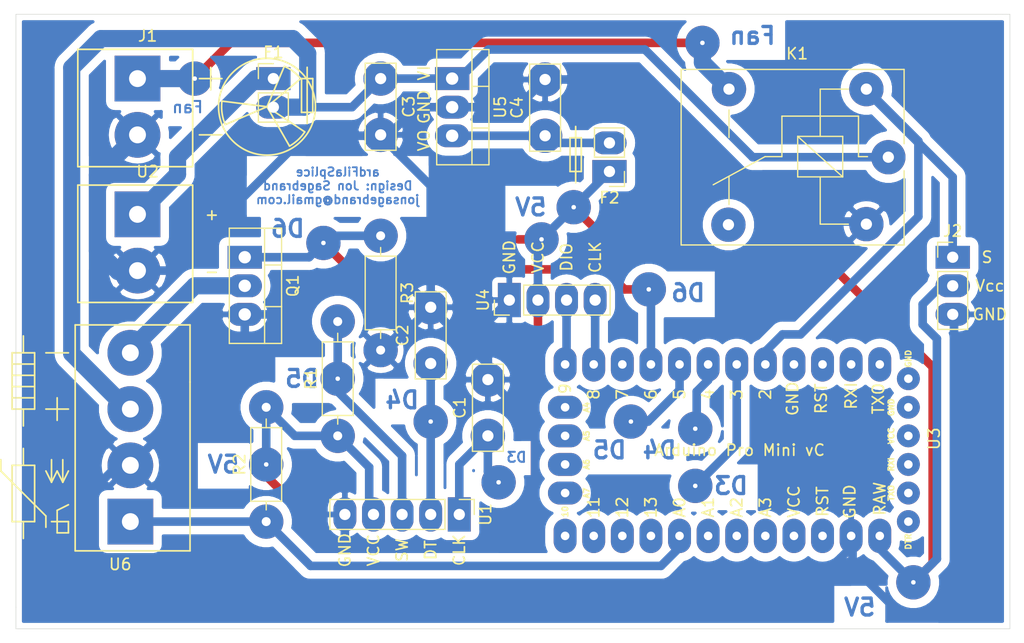
<source format=kicad_pcb>
(kicad_pcb (version 20171130) (host pcbnew 5.1.9-73d0e3b20d~88~ubuntu20.04.1)

  (general
    (thickness 1.6)
    (drawings 22)
    (tracks 182)
    (zones 0)
    (modules 19)
    (nets 41)
  )

  (page A4)
  (layers
    (0 F.Cu signal)
    (31 B.Cu signal)
    (32 B.Adhes user)
    (33 F.Adhes user)
    (34 B.Paste user)
    (35 F.Paste user)
    (36 B.SilkS user)
    (37 F.SilkS user)
    (38 B.Mask user)
    (39 F.Mask user)
    (40 Dwgs.User user)
    (41 Cmts.User user)
    (42 Eco1.User user)
    (43 Eco2.User user)
    (44 Edge.Cuts user)
    (45 Margin user)
    (46 B.CrtYd user)
    (47 F.CrtYd user)
    (48 B.Fab user)
    (49 F.Fab user)
  )

  (setup
    (last_trace_width 0.762)
    (user_trace_width 1.524)
    (trace_clearance 0.762)
    (zone_clearance 0.508)
    (zone_45_only no)
    (trace_min 0.2)
    (via_size 3.048)
    (via_drill 0.4)
    (via_min_size 0.4)
    (via_min_drill 0.3)
    (uvia_size 0.3)
    (uvia_drill 0.1)
    (uvias_allowed no)
    (uvia_min_size 0.2)
    (uvia_min_drill 0.1)
    (edge_width 0.05)
    (segment_width 0.2)
    (pcb_text_width 0.3)
    (pcb_text_size 1.5 1.5)
    (mod_edge_width 0.12)
    (mod_text_size 1 1)
    (mod_text_width 0.15)
    (pad_size 1.524 1.524)
    (pad_drill 0.762)
    (pad_to_mask_clearance 0)
    (aux_axis_origin 0 0)
    (visible_elements FFFFFF7F)
    (pcbplotparams
      (layerselection 0x010fc_ffffffff)
      (usegerberextensions false)
      (usegerberattributes true)
      (usegerberadvancedattributes true)
      (creategerberjobfile true)
      (excludeedgelayer true)
      (linewidth 0.100000)
      (plotframeref false)
      (viasonmask false)
      (mode 1)
      (useauxorigin false)
      (hpglpennumber 1)
      (hpglpenspeed 20)
      (hpglpendiameter 15.000000)
      (psnegative false)
      (psa4output false)
      (plotreference true)
      (plotvalue true)
      (plotinvisibletext false)
      (padsonsilk false)
      (subtractmaskfromsilk false)
      (outputformat 1)
      (mirror false)
      (drillshape 1)
      (scaleselection 1)
      (outputdirectory ""))
  )

  (net 0 "")
  (net 1 GND)
  (net 2 "Net-(C1-Pad1)")
  (net 3 "Net-(C2-Pad1)")
  (net 4 +12Vf)
  (net 5 "Net-(C4-Pad1)")
  (net 6 +12V)
  (net 7 +5V)
  (net 8 "Net-(J1-Pad1)")
  (net 9 "Net-(K1-Pad4)")
  (net 10 "Net-(Q1-Pad1)")
  (net 11 "Net-(R1-Pad2)")
  (net 12 "Net-(R2-Pad1)")
  (net 13 "Net-(U3-Pad28)")
  (net 14 "Net-(U3-Pad27)")
  (net 15 "Net-(U3-Pad26)")
  (net 16 "Net-(U3-Pad25)")
  (net 17 "Net-(U3-Pad34)")
  (net 18 "Net-(U3-Pad33)")
  (net 19 "Net-(U3-Pad32)")
  (net 20 "Net-(U3-Pad31)")
  (net 21 "Net-(U3-Pad30)")
  (net 22 "Net-(U3-Pad29)")
  (net 23 "Net-(U3-Pad24)")
  (net 24 "Net-(U3-Pad23)")
  (net 25 "Net-(U3-Pad22)")
  (net 26 "Net-(U3-Pad21)")
  (net 27 "Net-(U3-Pad19)")
  (net 28 "Net-(U3-Pad18)")
  (net 29 "Net-(U3-Pad17)")
  (net 30 "Net-(U3-Pad16)")
  (net 31 "Net-(U3-Pad15)")
  (net 32 "Net-(U3-Pad12)")
  (net 33 "Net-(U3-Pad11)")
  (net 34 "Net-(U3-Pad10)")
  (net 35 "Net-(U3-Pad4)")
  (net 36 "Net-(U3-Pad3)")
  (net 37 "Net-(U3-Pad2)")
  (net 38 "Net-(U3-Pad1)")
  (net 39 +12Vh)
  (net 40 "Net-(J2-Pad1)")

  (net_class Default "This is the default net class."
    (clearance 0.762)
    (trace_width 0.762)
    (via_dia 3.048)
    (via_drill 0.4)
    (uvia_dia 0.3)
    (uvia_drill 0.1)
    (add_net +12V)
    (add_net +12Vf)
    (add_net +12Vh)
    (add_net +5V)
    (add_net GND)
    (add_net "Net-(C1-Pad1)")
    (add_net "Net-(C2-Pad1)")
    (add_net "Net-(C4-Pad1)")
    (add_net "Net-(J1-Pad1)")
    (add_net "Net-(J2-Pad1)")
    (add_net "Net-(K1-Pad4)")
    (add_net "Net-(Q1-Pad1)")
    (add_net "Net-(R1-Pad2)")
    (add_net "Net-(R2-Pad1)")
    (add_net "Net-(U3-Pad1)")
    (add_net "Net-(U3-Pad10)")
    (add_net "Net-(U3-Pad11)")
    (add_net "Net-(U3-Pad12)")
    (add_net "Net-(U3-Pad15)")
    (add_net "Net-(U3-Pad16)")
    (add_net "Net-(U3-Pad17)")
    (add_net "Net-(U3-Pad18)")
    (add_net "Net-(U3-Pad19)")
    (add_net "Net-(U3-Pad2)")
    (add_net "Net-(U3-Pad21)")
    (add_net "Net-(U3-Pad22)")
    (add_net "Net-(U3-Pad23)")
    (add_net "Net-(U3-Pad24)")
    (add_net "Net-(U3-Pad25)")
    (add_net "Net-(U3-Pad26)")
    (add_net "Net-(U3-Pad27)")
    (add_net "Net-(U3-Pad28)")
    (add_net "Net-(U3-Pad29)")
    (add_net "Net-(U3-Pad3)")
    (add_net "Net-(U3-Pad30)")
    (add_net "Net-(U3-Pad31)")
    (add_net "Net-(U3-Pad32)")
    (add_net "Net-(U3-Pad33)")
    (add_net "Net-(U3-Pad34)")
    (add_net "Net-(U3-Pad4)")
  )

  (net_class Power ""
    (clearance 0.762)
    (trace_width 1.778)
    (via_dia 2.032)
    (via_drill 0.4)
    (uvia_dia 0.3)
    (uvia_drill 0.1)
  )

  (module My_Misc:R_Axial_DIN0207_L6.3mm_D2.5mm_P10.16mm_Horizontal_larger_pads (layer F.Cu) (tedit 5E4D8416) (tstamp 5FE79194)
    (at 107.315 65.405 270)
    (descr "Resistor, Axial_DIN0207 series, Axial, Horizontal, pin pitch=10.16mm, 0.25W = 1/4W, length*diameter=6.3*2.5mm^2, http://cdn-reichelt.de/documents/datenblatt/B400/1_4W%23YAG.pdf")
    (tags "Resistor Axial_DIN0207 series Axial Horizontal pin pitch 10.16mm 0.25W = 1/4W length 6.3mm diameter 2.5mm")
    (path /5FE8B6A2)
    (fp_text reference R3 (at 5.08 -2.37 90) (layer F.SilkS)
      (effects (font (size 1 1) (thickness 0.15)))
    )
    (fp_text value 10k (at 5.08 2.37 90) (layer F.Fab) hide
      (effects (font (size 1 1) (thickness 0.15)))
    )
    (fp_text user %R (at 5.08 0 90) (layer F.Fab)
      (effects (font (size 1 1) (thickness 0.15)))
    )
    (fp_line (start 1.93 -1.25) (end 1.93 1.25) (layer F.Fab) (width 0.1))
    (fp_line (start 1.93 1.25) (end 8.23 1.25) (layer F.Fab) (width 0.1))
    (fp_line (start 8.23 1.25) (end 8.23 -1.25) (layer F.Fab) (width 0.1))
    (fp_line (start 8.23 -1.25) (end 1.93 -1.25) (layer F.Fab) (width 0.1))
    (fp_line (start 0 0) (end 1.93 0) (layer F.Fab) (width 0.1))
    (fp_line (start 10.16 0) (end 8.23 0) (layer F.Fab) (width 0.1))
    (fp_line (start 1.81 -1.37) (end 1.81 1.37) (layer F.SilkS) (width 0.12))
    (fp_line (start 1.81 1.37) (end 8.35 1.37) (layer F.SilkS) (width 0.12))
    (fp_line (start 8.35 1.37) (end 8.35 -1.37) (layer F.SilkS) (width 0.12))
    (fp_line (start 8.35 -1.37) (end 1.81 -1.37) (layer F.SilkS) (width 0.12))
    (fp_line (start 1.04 0) (end 1.81 0) (layer F.SilkS) (width 0.12))
    (fp_line (start 9.12 0) (end 8.35 0) (layer F.SilkS) (width 0.12))
    (fp_line (start -1.05 -1.5) (end -1.05 1.5) (layer F.CrtYd) (width 0.05))
    (fp_line (start -1.05 1.5) (end 11.21 1.5) (layer F.CrtYd) (width 0.05))
    (fp_line (start 11.21 1.5) (end 11.21 -1.5) (layer F.CrtYd) (width 0.05))
    (fp_line (start 11.21 -1.5) (end -1.05 -1.5) (layer F.CrtYd) (width 0.05))
    (pad 2 thru_hole circle (at 10.16 0 270) (size 3.048 3.048) (drill 0.8) (layers *.Cu *.Mask)
      (net 1 GND))
    (pad 1 thru_hole circle (at 0 0 270) (size 3.048 3.048) (drill 0.8) (layers *.Cu *.Mask)
      (net 10 "Net-(Q1-Pad1)"))
    (model ${KISYS3DMOD}/Resistor_THT.3dshapes/R_Axial_DIN0207_L6.3mm_D2.5mm_P10.16mm_Horizontal.wrl
      (at (xyz 0 0 0))
      (scale (xyz 1 1 1))
      (rotate (xyz 0 0 0))
    )
  )

  (module My_Headers:3-pin_KY-019_Relay_header_larger_pads (layer F.Cu) (tedit 5E945FC1) (tstamp 5FE6BDED)
    (at 158.115 67.31)
    (descr "Through hole straight pin header, 1x03, 2.54mm pitch, single row")
    (tags "Through hole pin header THT 1x03 2.54mm single row")
    (path /6000BCA3)
    (fp_text reference J2 (at 0 -2.33) (layer F.SilkS)
      (effects (font (size 1 1) (thickness 0.15)))
    )
    (fp_text value 3-pin_KY-019_relay_header (at 0 7.41) (layer F.Fab) hide
      (effects (font (size 1 1) (thickness 0.15)))
    )
    (fp_line (start 1.8 -1.8) (end -1.8 -1.8) (layer F.CrtYd) (width 0.05))
    (fp_line (start 1.8 6.85) (end 1.8 -1.8) (layer F.CrtYd) (width 0.05))
    (fp_line (start -1.8 6.85) (end 1.8 6.85) (layer F.CrtYd) (width 0.05))
    (fp_line (start -1.8 -1.8) (end -1.8 6.85) (layer F.CrtYd) (width 0.05))
    (fp_line (start -1.33 -1.33) (end 0 -1.33) (layer F.SilkS) (width 0.12))
    (fp_line (start -1.33 0) (end -1.33 -1.33) (layer F.SilkS) (width 0.12))
    (fp_line (start -1.33 1.27) (end 1.33 1.27) (layer F.SilkS) (width 0.12))
    (fp_line (start 1.33 1.27) (end 1.33 6.41) (layer F.SilkS) (width 0.12))
    (fp_line (start -1.33 1.27) (end -1.33 6.41) (layer F.SilkS) (width 0.12))
    (fp_line (start -1.33 6.41) (end 1.33 6.41) (layer F.SilkS) (width 0.12))
    (fp_line (start -1.27 -0.635) (end -0.635 -1.27) (layer F.Fab) (width 0.1))
    (fp_line (start -1.27 6.35) (end -1.27 -0.635) (layer F.Fab) (width 0.1))
    (fp_line (start 1.27 6.35) (end -1.27 6.35) (layer F.Fab) (width 0.1))
    (fp_line (start 1.27 -1.27) (end 1.27 6.35) (layer F.Fab) (width 0.1))
    (fp_line (start -0.635 -1.27) (end 1.27 -1.27) (layer F.Fab) (width 0.1))
    (fp_text user GND (at 3.302 5.08) (layer F.SilkS)
      (effects (font (size 1 1) (thickness 0.15)))
    )
    (fp_text user Vcc (at 3.302 2.54) (layer F.SilkS)
      (effects (font (size 1 1) (thickness 0.15)))
    )
    (fp_text user S (at 3.048 0) (layer F.SilkS)
      (effects (font (size 1 1) (thickness 0.15)))
    )
    (fp_text user %R (at 0 2.54 90) (layer F.Fab)
      (effects (font (size 1 1) (thickness 0.15)))
    )
    (pad 3 thru_hole oval (at 0 5.08) (size 3.048 2.032) (drill 1) (layers *.Cu *.Mask)
      (net 1 GND))
    (pad 2 thru_hole oval (at 0 2.54) (size 3.048 2.032) (drill 1) (layers *.Cu *.Mask)
      (net 7 +5V))
    (pad 1 thru_hole rect (at 0 0) (size 3.048 2.032) (drill 1) (layers *.Cu *.Mask)
      (net 40 "Net-(J2-Pad1)"))
    (model ${KISYS3DMOD}/Connector_PinHeader_2.54mm.3dshapes/PinHeader_1x03_P2.54mm_Vertical.wrl
      (at (xyz 0 0 0))
      (scale (xyz 1 1 1))
      (rotate (xyz 0 0 0))
    )
  )

  (module My_Headers:4-pin_TM1637_header_large (layer F.Cu) (tedit 5FE5F714) (tstamp 5FE67972)
    (at 118.745 71.12 90)
    (descr "Through hole straight pin header, 1x04, 2.54mm pitch, single row")
    (tags "Through hole pin header THT 1x04 2.54mm single row")
    (path /5FEF9893)
    (fp_text reference U4 (at 0 -2.33 90) (layer F.SilkS)
      (effects (font (size 1 1) (thickness 0.15)))
    )
    (fp_text value TM1637_4x7-segment_display (at 0 9.95 90) (layer F.Fab) hide
      (effects (font (size 1 1) (thickness 0.15)))
    )
    (fp_line (start 1.8 -1.8) (end -1.8 -1.8) (layer F.CrtYd) (width 0.05))
    (fp_line (start 1.8 9.4) (end 1.8 -1.8) (layer F.CrtYd) (width 0.05))
    (fp_line (start -1.8 9.4) (end 1.8 9.4) (layer F.CrtYd) (width 0.05))
    (fp_line (start -1.8 -1.8) (end -1.8 9.4) (layer F.CrtYd) (width 0.05))
    (fp_line (start -1.33 -1.33) (end 0 -1.33) (layer F.SilkS) (width 0.12))
    (fp_line (start -1.33 0) (end -1.33 -1.33) (layer F.SilkS) (width 0.12))
    (fp_line (start -1.33 1.27) (end 1.33 1.27) (layer F.SilkS) (width 0.12))
    (fp_line (start 1.33 1.27) (end 1.33 8.95) (layer F.SilkS) (width 0.12))
    (fp_line (start -1.33 1.27) (end -1.33 8.95) (layer F.SilkS) (width 0.12))
    (fp_line (start -1.33 8.95) (end 1.33 8.95) (layer F.SilkS) (width 0.12))
    (fp_line (start -1.27 -0.635) (end -0.635 -1.27) (layer F.Fab) (width 0.1))
    (fp_line (start -1.27 8.89) (end -1.27 -0.635) (layer F.Fab) (width 0.1))
    (fp_line (start 1.27 8.89) (end -1.27 8.89) (layer F.Fab) (width 0.1))
    (fp_line (start 1.27 -1.27) (end 1.27 8.89) (layer F.Fab) (width 0.1))
    (fp_line (start -0.635 -1.27) (end 1.27 -1.27) (layer F.Fab) (width 0.1))
    (fp_text user CLK (at 3.81 7.62 90) (layer F.SilkS)
      (effects (font (size 1 1) (thickness 0.15)))
    )
    (fp_text user DIO (at 3.81 5.08 90) (layer F.SilkS)
      (effects (font (size 1 1) (thickness 0.15)))
    )
    (fp_text user VCC (at 3.81 2.54 90) (layer F.SilkS)
      (effects (font (size 1 1) (thickness 0.15)))
    )
    (fp_text user GND (at 3.81 0 90) (layer F.SilkS)
      (effects (font (size 1 1) (thickness 0.15)))
    )
    (pad 4 thru_hole oval (at 0 7.62 90) (size 3.048 2.032) (drill 1) (layers *.Cu *.Mask)
      (net 33 "Net-(U3-Pad11)"))
    (pad 3 thru_hole oval (at 0 5.08 90) (size 3.048 2.032) (drill 1) (layers *.Cu *.Mask)
      (net 32 "Net-(U3-Pad12)"))
    (pad 2 thru_hole oval (at 0 2.54 90) (size 3.048 2.032) (drill 1) (layers *.Cu *.Mask)
      (net 7 +5V))
    (pad 1 thru_hole rect (at 0 0 90) (size 3.048 2.032) (drill 1) (layers *.Cu *.Mask)
      (net 1 GND))
    (model ${KISYS3DMOD}/Connector_PinHeader_2.54mm.3dshapes/PinHeader_1x04_P2.54mm_Vertical.wrl
      (at (xyz 0 0 0))
      (scale (xyz 1 1 1))
      (rotate (xyz 0 0 0))
    )
  )

  (module My_Parts:4-pole_Heater_thermistor_screw_terminal (layer F.Cu) (tedit 5FE611B9) (tstamp 5FE679BE)
    (at 85.09 90.805 180)
    (path /5FF7511B)
    (fp_text reference U6 (at 0.9 -3.8) (layer F.SilkS)
      (effects (font (size 1 1) (thickness 0.15)))
    )
    (fp_text value 4-pole_Heater_thermistor_screw_terminal (at 0.9 -5.3) (layer F.Fab) hide
      (effects (font (size 1 1) (thickness 0.15)))
    )
    (fp_line (start 5.5 15) (end 7.5 15) (layer F.SilkS) (width 0.15))
    (fp_line (start 5.5 10) (end 7.5 10) (layer F.SilkS) (width 0.15))
    (fp_line (start 6.5 11) (end 6.5 9) (layer F.SilkS) (width 0.15))
    (fp_line (start 8.5 11) (end 10.5 11) (layer F.SilkS) (width 0.15))
    (fp_line (start 10.5 12) (end 8.5 12) (layer F.SilkS) (width 0.15))
    (fp_line (start 8.5 13) (end 10.5 13) (layer F.SilkS) (width 0.15))
    (fp_line (start 10.5 14) (end 8.5 14) (layer F.SilkS) (width 0.15))
    (fp_line (start 9.5 15) (end 9.5 16.5) (layer F.SilkS) (width 0.15))
    (fp_line (start 9.5 10) (end 9.5 8.5) (layer F.SilkS) (width 0.15))
    (fp_line (start 8.5 15) (end 8.5 10) (layer F.SilkS) (width 0.15))
    (fp_line (start 10.5 15) (end 8.5 15) (layer F.SilkS) (width 0.15))
    (fp_line (start 10.5 10) (end 10.5 15) (layer F.SilkS) (width 0.15))
    (fp_line (start 8.5 10) (end 10.5 10) (layer F.SilkS) (width 0.15))
    (fp_line (start 5.5 0) (end 7 0) (layer F.SilkS) (width 0.15))
    (fp_line (start 5.5 -1) (end 5.5 0) (layer F.SilkS) (width 0.15))
    (fp_line (start 6.5 -1) (end 5.5 -1) (layer F.SilkS) (width 0.15))
    (fp_line (start 6.5 1) (end 6.5 -1) (layer F.SilkS) (width 0.15))
    (fp_line (start 5.5 1.5) (end 6.5 1) (layer F.SilkS) (width 0.15))
    (fp_line (start 6 5.5) (end 6 3.5) (layer F.SilkS) (width 0.15))
    (fp_line (start 6 3.5) (end 5.5 4.5) (layer F.SilkS) (width 0.15))
    (fp_line (start 6 3.5) (end 6.5 4.5) (layer F.SilkS) (width 0.15))
    (fp_line (start 8.5 0) (end 8.5 5) (layer F.SilkS) (width 0.15))
    (fp_line (start 9.5 5) (end 9.5 6.5) (layer F.SilkS) (width 0.15))
    (fp_line (start 8.5 5) (end 10.5 5) (layer F.SilkS) (width 0.15))
    (fp_line (start 7.5 0.5) (end 7.5 -0.5) (layer F.SilkS) (width 0.15))
    (fp_line (start 11.5 5.5) (end 11.5 4.5) (layer F.SilkS) (width 0.15))
    (fp_line (start 7 3.5) (end 7.5 4.5) (layer F.SilkS) (width 0.15))
    (fp_line (start 10.5 0) (end 8.5 0) (layer F.SilkS) (width 0.15))
    (fp_line (start 9.5 0) (end 9.5 -1.5) (layer F.SilkS) (width 0.15))
    (fp_line (start 7 3.5) (end 6.5 4.5) (layer F.SilkS) (width 0.15))
    (fp_line (start 7 5.5) (end 7 3.5) (layer F.SilkS) (width 0.15))
    (fp_line (start 10.5 5) (end 10.5 0) (layer F.SilkS) (width 0.15))
    (fp_line (start 11.5 4.5) (end 7.5 0.5) (layer F.SilkS) (width 0.15))
    (fp_line (start 4.9 17.48) (end 4.9 12.4) (layer F.SilkS) (width 0.15))
    (fp_line (start -5.3 12.4) (end -5.3 17.48) (layer F.SilkS) (width 0.15))
    (fp_line (start 4.9 17.48) (end -5.3 17.48) (layer F.SilkS) (width 0.15))
    (fp_line (start 4.9 -2.6) (end 4.9 12.4) (layer F.SilkS) (width 0.15))
    (fp_line (start -5.3 12.4) (end -5.3 -2.6) (layer F.SilkS) (width 0.15))
    (fp_line (start -5.3 -2.6) (end 4.9 -2.6) (layer F.SilkS) (width 0.15))
    (pad 1 thru_hole rect (at 0 0 180) (size 4.064 4.064) (drill 1.5) (layers *.Cu *.Mask)
      (net 12 "Net-(R2-Pad1)"))
    (pad 2 thru_hole circle (at 0 5 180) (size 4.064 4.064) (drill 1.5) (layers *.Cu *.Mask)
      (net 1 GND))
    (pad 3 thru_hole circle (at 0 10 180) (size 4.064 4.064) (drill 1.5) (layers *.Cu *.Mask)
      (net 4 +12Vf))
    (pad 4 thru_hole circle (at 0 15 180) (size 4.064 4.064) (drill 1.5) (layers *.Cu *.Mask)
      (net 39 +12Vh))
  )

  (module My_Parts:LM7805_TO-220-3_Vertical_larger (layer F.Cu) (tedit 5EAC9CE9) (tstamp 5FE6798F)
    (at 113.665 51.435 270)
    (descr "TO-220-3, Vertical, RM 2.54mm, see https://www.vishay.com/docs/66542/to-220-1.pdf")
    (tags "TO-220-3 Vertical RM 2.54mm")
    (path /5FE5EB72)
    (fp_text reference U5 (at 2.54 -4.27 90) (layer F.SilkS)
      (effects (font (size 1 1) (thickness 0.15)))
    )
    (fp_text value L7805 (at 2 -6 90) (layer F.Fab) hide
      (effects (font (size 1 1) (thickness 0.15)))
    )
    (fp_line (start 7.79 -3.4) (end -2.71 -3.4) (layer F.CrtYd) (width 0.05))
    (fp_line (start 7.79 1.51) (end 7.79 -3.4) (layer F.CrtYd) (width 0.05))
    (fp_line (start -2.71 1.51) (end 7.79 1.51) (layer F.CrtYd) (width 0.05))
    (fp_line (start -2.71 -3.4) (end -2.71 1.51) (layer F.CrtYd) (width 0.05))
    (fp_line (start 4.391 -3.27) (end 4.391 -1.76) (layer F.SilkS) (width 0.12))
    (fp_line (start 0.69 -3.27) (end 0.69 -1.76) (layer F.SilkS) (width 0.12))
    (fp_line (start -2.58 -1.76) (end 7.66 -1.76) (layer F.SilkS) (width 0.12))
    (fp_line (start 7.66 -3.27) (end 7.66 1.371) (layer F.SilkS) (width 0.12))
    (fp_line (start -2.58 -3.27) (end -2.58 1.371) (layer F.SilkS) (width 0.12))
    (fp_line (start -2.58 1.371) (end 7.66 1.371) (layer F.SilkS) (width 0.12))
    (fp_line (start -2.58 -3.27) (end 7.66 -3.27) (layer F.SilkS) (width 0.12))
    (fp_line (start 4.39 -3.15) (end 4.39 -1.88) (layer F.Fab) (width 0.1))
    (fp_line (start 0.69 -3.15) (end 0.69 -1.88) (layer F.Fab) (width 0.1))
    (fp_line (start -2.46 -1.88) (end 7.54 -1.88) (layer F.Fab) (width 0.1))
    (fp_line (start 7.54 -3.15) (end -2.46 -3.15) (layer F.Fab) (width 0.1))
    (fp_line (start 7.54 1.25) (end 7.54 -3.15) (layer F.Fab) (width 0.1))
    (fp_line (start -2.46 1.25) (end 7.54 1.25) (layer F.Fab) (width 0.1))
    (fp_line (start -2.46 -3.15) (end -2.46 1.25) (layer F.Fab) (width 0.1))
    (fp_text user VO (at 5.5 2.5 90) (layer F.SilkS)
      (effects (font (size 1 1) (thickness 0.15)))
    )
    (fp_text user GND (at 2.5 2.5 90) (layer F.SilkS)
      (effects (font (size 1 1) (thickness 0.15)))
    )
    (fp_text user VI (at -0.5 2.5 90) (layer F.SilkS)
      (effects (font (size 1 1) (thickness 0.15)))
    )
    (fp_text user %R (at 2.54 -4.27 90) (layer F.Fab)
      (effects (font (size 1 1) (thickness 0.15)))
    )
    (pad 3 thru_hole oval (at 5.08 0 270) (size 2.032 3.048) (drill 1.1) (layers *.Cu *.Mask)
      (net 5 "Net-(C4-Pad1)"))
    (pad 2 thru_hole oval (at 2.54 0 270) (size 2.032 3.048) (drill 1.1) (layers *.Cu *.Mask)
      (net 1 GND))
    (pad 1 thru_hole rect (at 0 0 270) (size 2.032 3.048) (drill 1.1) (layers *.Cu *.Mask)
      (net 4 +12Vf))
    (model ${KISYS3DMOD}/Package_TO_SOT_THT.3dshapes/TO-220-3_Vertical.wrl
      (at (xyz 0 0 0))
      (scale (xyz 1 1 1))
      (rotate (xyz 0 0 0))
    )
  )

  (module My_Arduino:Arduino_Pro_Mini_vC_larger_pads (layer F.Cu) (tedit 5E6C2A47) (tstamp 5FE67929)
    (at 155.575 75.565 270)
    (path /5FE5DD9A)
    (fp_text reference U3 (at 7.874 -0.889 90) (layer F.SilkS)
      (effects (font (size 1 1) (thickness 0.15)))
    )
    (fp_text value Arduino_Mini_Pro (at 7.874 -2.159 90) (layer F.Fab) hide
      (effects (font (size 1 1) (thickness 0.15)))
    )
    (fp_line (start 0 33.274) (end 0 0) (layer F.Fab) (width 0.12))
    (fp_line (start 18.034 33.274) (end 0 33.274) (layer F.Fab) (width 0.12))
    (fp_line (start 18.034 0) (end 18.034 33.274) (layer F.Fab) (width 0.12))
    (fp_line (start 0 0) (end 18.034 0) (layer F.Fab) (width 0.12))
    (fp_text user "Arduino Pro Mini vC" (at 8.89 16.383 180) (layer F.SilkS)
      (effects (font (size 1 1) (thickness 0.15)))
    )
    (fp_text user A7 (at 12.7 29.972 90) (layer F.SilkS)
      (effects (font (size 0.508 0.508) (thickness 0.127)))
    )
    (fp_text user A6 (at 10.16 29.972 90) (layer F.SilkS)
      (effects (font (size 0.508 0.508) (thickness 0.127)))
    )
    (fp_text user A5 (at 7.62 29.972 90) (layer F.SilkS)
      (effects (font (size 0.508 0.508) (thickness 0.127)))
    )
    (fp_text user A4 (at 5.08 29.972 90) (layer F.SilkS)
      (effects (font (size 0.508 0.508) (thickness 0.127)))
    )
    (fp_text user GND (at 0.762 1.397 90) (layer F.SilkS)
      (effects (font (size 0.508 0.508) (thickness 0.127)))
    )
    (fp_text user DTR (at 17.018 1.397 90) (layer F.SilkS)
      (effects (font (size 0.508 0.508) (thickness 0.127)))
    )
    (fp_text user TXO (at 12.7 2.921 90) (layer F.SilkS)
      (effects (font (size 0.508 0.508) (thickness 0.127)))
    )
    (fp_text user RXI (at 10.16 2.921 90) (layer F.SilkS)
      (effects (font (size 0.508 0.508) (thickness 0.127)))
    )
    (fp_text user VCC (at 7.62 2.921 90) (layer F.SilkS)
      (effects (font (size 0.508 0.508) (thickness 0.127)))
    )
    (fp_text user GND (at 5.08 2.921 90) (layer F.SilkS)
      (effects (font (size 0.508 0.508) (thickness 0.127)))
    )
    (fp_text user 10 (at 14.351 31.877 90) (layer F.SilkS)
      (effects (font (size 0.508 0.508) (thickness 0.127)))
    )
    (fp_text user 11 (at 13.97 29.337 90) (layer F.SilkS)
      (effects (font (size 1 1) (thickness 0.15)))
    )
    (fp_text user 12 (at 13.97 26.797 90) (layer F.SilkS)
      (effects (font (size 1 1) (thickness 0.15)))
    )
    (fp_text user 13 (at 13.97 24.257 90) (layer F.SilkS)
      (effects (font (size 1 1) (thickness 0.15)))
    )
    (fp_text user A0 (at 13.97 21.717 90) (layer F.SilkS)
      (effects (font (size 1 1) (thickness 0.15)))
    )
    (fp_text user A1 (at 13.97 19.177 90) (layer F.SilkS)
      (effects (font (size 1 1) (thickness 0.15)))
    )
    (fp_text user A2 (at 13.97 16.637 90) (layer F.SilkS)
      (effects (font (size 1 1) (thickness 0.15)))
    )
    (fp_text user A3 (at 13.97 14.097 90) (layer F.SilkS)
      (effects (font (size 1 1) (thickness 0.15)))
    )
    (fp_text user VCC (at 13.462 11.557 90) (layer F.SilkS)
      (effects (font (size 1 1) (thickness 0.15)))
    )
    (fp_text user RST (at 13.462 9.017 90) (layer F.SilkS)
      (effects (font (size 1 1) (thickness 0.15)))
    )
    (fp_text user GND (at 13.462 6.604 90) (layer F.SilkS)
      (effects (font (size 1 1) (thickness 0.15)))
    )
    (fp_text user RAW (at 13.208 3.937 90) (layer F.SilkS)
      (effects (font (size 1 1) (thickness 0.15)))
    )
    (fp_text user 9 (at 3.429 31.877 90) (layer F.SilkS)
      (effects (font (size 1 1) (thickness 0.15)))
    )
    (fp_text user 8 (at 3.937 29.337 90) (layer F.SilkS)
      (effects (font (size 1 1) (thickness 0.15)))
    )
    (fp_text user 7 (at 3.937 26.797 90) (layer F.SilkS)
      (effects (font (size 1 1) (thickness 0.15)))
    )
    (fp_text user 6 (at 3.937 24.257 90) (layer F.SilkS)
      (effects (font (size 1 1) (thickness 0.15)))
    )
    (fp_text user 5 (at 3.937 21.717 90) (layer F.SilkS)
      (effects (font (size 1 1) (thickness 0.15)))
    )
    (fp_text user 4 (at 3.937 19.177 90) (layer F.SilkS)
      (effects (font (size 1 1) (thickness 0.15)))
    )
    (fp_text user 3 (at 3.937 16.637 90) (layer F.SilkS)
      (effects (font (size 1 1) (thickness 0.15)))
    )
    (fp_text user 2 (at 3.937 14.097 90) (layer F.SilkS)
      (effects (font (size 1 1) (thickness 0.15)))
    )
    (fp_text user GND (at 4.318 11.684 90) (layer F.SilkS)
      (effects (font (size 1 1) (thickness 0.15)))
    )
    (fp_text user RST (at 4.318 9.144 90) (layer F.SilkS)
      (effects (font (size 1 1) (thickness 0.15)))
    )
    (fp_text user RXI (at 4.064 6.477 90) (layer F.SilkS)
      (effects (font (size 1 1) (thickness 0.15)))
    )
    (fp_text user TXO (at 4.318 4.064 90) (layer F.SilkS)
      (effects (font (size 1 1) (thickness 0.15)))
    )
    (pad 28 thru_hole oval (at 12.7 31.877 270) (size 2.032 3.048) (drill 0.762) (layers *.Cu *.Mask)
      (net 13 "Net-(U3-Pad28)"))
    (pad 27 thru_hole oval (at 10.16 31.877 270) (size 2.032 3.048) (drill 0.762) (layers *.Cu *.Mask)
      (net 14 "Net-(U3-Pad27)"))
    (pad 26 thru_hole oval (at 7.62 31.877 270) (size 2.032 3.048) (drill 0.762) (layers *.Cu *.Mask)
      (net 15 "Net-(U3-Pad26)"))
    (pad 25 thru_hole oval (at 5.08 31.877 270) (size 2.032 3.048) (drill 0.762) (layers *.Cu *.Mask)
      (net 16 "Net-(U3-Pad25)"))
    (pad 34 thru_hole oval (at 15.24 1.397 270) (size 2.032 2.032) (drill 0.762) (layers *.Cu *.Mask)
      (net 17 "Net-(U3-Pad34)"))
    (pad 33 thru_hole oval (at 12.7 1.397 270) (size 2.032 2.032) (drill 0.762) (layers *.Cu *.Mask)
      (net 18 "Net-(U3-Pad33)"))
    (pad 32 thru_hole oval (at 10.16 1.397 270) (size 2.032 2.032) (drill 0.762) (layers *.Cu *.Mask)
      (net 19 "Net-(U3-Pad32)"))
    (pad 31 thru_hole oval (at 7.62 1.397 270) (size 2.032 2.032) (drill 0.762) (layers *.Cu *.Mask)
      (net 20 "Net-(U3-Pad31)"))
    (pad 30 thru_hole oval (at 5.08 1.397 270) (size 2.032 2.032) (drill 0.762) (layers *.Cu *.Mask)
      (net 21 "Net-(U3-Pad30)"))
    (pad 29 thru_hole oval (at 2.54 1.397 270) (size 2.032 2.032) (drill 0.762) (layers *.Cu *.Mask)
      (net 22 "Net-(U3-Pad29)"))
    (pad 24 thru_hole oval (at 16.51 31.877 270) (size 3.048 2.032) (drill 0.762) (layers *.Cu *.Mask)
      (net 23 "Net-(U3-Pad24)"))
    (pad 23 thru_hole oval (at 16.51 29.337 270) (size 3.048 2.032) (drill 0.762) (layers *.Cu *.Mask)
      (net 24 "Net-(U3-Pad23)"))
    (pad 22 thru_hole oval (at 16.51 26.797 270) (size 3.048 2.032) (drill 0.762) (layers *.Cu *.Mask)
      (net 25 "Net-(U3-Pad22)"))
    (pad 21 thru_hole oval (at 16.51 24.257 270) (size 3.048 2.032) (drill 0.762) (layers *.Cu *.Mask)
      (net 26 "Net-(U3-Pad21)"))
    (pad 20 thru_hole oval (at 16.51 21.717 270) (size 3.048 2.032) (drill 0.762) (layers *.Cu *.Mask)
      (net 12 "Net-(R2-Pad1)"))
    (pad 19 thru_hole oval (at 16.51 19.177 270) (size 3.048 2.032) (drill 0.762) (layers *.Cu *.Mask)
      (net 27 "Net-(U3-Pad19)"))
    (pad 18 thru_hole oval (at 16.51 16.637 270) (size 3.048 2.032) (drill 0.762) (layers *.Cu *.Mask)
      (net 28 "Net-(U3-Pad18)"))
    (pad 17 thru_hole oval (at 16.51 14.097 270) (size 3.048 2.032) (drill 0.762) (layers *.Cu *.Mask)
      (net 29 "Net-(U3-Pad17)"))
    (pad 16 thru_hole oval (at 16.51 11.557 270) (size 3.048 2.032) (drill 0.762) (layers *.Cu *.Mask)
      (net 30 "Net-(U3-Pad16)"))
    (pad 15 thru_hole oval (at 16.51 9.017 270) (size 3.048 2.032) (drill 0.762) (layers *.Cu *.Mask)
      (net 31 "Net-(U3-Pad15)"))
    (pad 14 thru_hole oval (at 16.51 6.477 270) (size 3.048 2.032) (drill 0.762) (layers *.Cu *.Mask)
      (net 1 GND))
    (pad 13 thru_hole oval (at 16.51 3.937 270) (size 3.048 2.032) (drill 0.762) (layers *.Cu *.Mask)
      (net 7 +5V))
    (pad 12 thru_hole oval (at 1.27 31.877 270) (size 3.048 2.032) (drill 0.762) (layers *.Cu *.Mask)
      (net 32 "Net-(U3-Pad12)"))
    (pad 11 thru_hole oval (at 1.27 29.337 270) (size 3.048 2.032) (drill 0.762) (layers *.Cu *.Mask)
      (net 33 "Net-(U3-Pad11)"))
    (pad 10 thru_hole oval (at 1.27 26.797 270) (size 3.048 2.032) (drill 0.762) (layers *.Cu *.Mask)
      (net 34 "Net-(U3-Pad10)"))
    (pad 9 thru_hole oval (at 1.27 24.257 270) (size 3.048 2.032) (drill 0.762) (layers *.Cu *.Mask)
      (net 10 "Net-(Q1-Pad1)"))
    (pad 8 thru_hole oval (at 1.27 21.717 270) (size 3.048 2.032) (drill 0.762) (layers *.Cu *.Mask)
      (net 11 "Net-(R1-Pad2)"))
    (pad 7 thru_hole oval (at 1.27 19.177 270) (size 3.048 2.032) (drill 0.762) (layers *.Cu *.Mask)
      (net 3 "Net-(C2-Pad1)"))
    (pad 6 thru_hole oval (at 1.27 16.637 270) (size 3.048 2.032) (drill 0.762) (layers *.Cu *.Mask)
      (net 2 "Net-(C1-Pad1)"))
    (pad 5 thru_hole oval (at 1.27 14.097 270) (size 3.048 2.032) (drill 0.762) (layers *.Cu *.Mask)
      (net 40 "Net-(J2-Pad1)"))
    (pad 4 thru_hole oval (at 1.27 11.557 270) (size 3.048 2.032) (drill 0.762) (layers *.Cu *.Mask)
      (net 35 "Net-(U3-Pad4)"))
    (pad 3 thru_hole oval (at 1.27 9.017 270) (size 3.048 2.032) (drill 0.762) (layers *.Cu *.Mask)
      (net 36 "Net-(U3-Pad3)"))
    (pad 2 thru_hole oval (at 1.27 6.477 270) (size 3.048 2.032) (drill 0.762) (layers *.Cu *.Mask)
      (net 37 "Net-(U3-Pad2)"))
    (pad 1 thru_hole oval (at 1.27 3.937 270) (size 3.048 2.032) (drill 0.762) (layers *.Cu *.Mask)
      (net 38 "Net-(U3-Pad1)"))
  )

  (module My_Parts:2-pole_power_in_screw_terminal (layer F.Cu) (tedit 5EB720AC) (tstamp 5FE678DC)
    (at 85.725 63.5)
    (path /5FFBC0C9)
    (fp_text reference U2 (at 0.9 -3.8) (layer F.SilkS)
      (effects (font (size 1 1) (thickness 0.15)))
    )
    (fp_text value 2-pole_power_in_screw_terminal (at 0.9 -5.3) (layer F.Fab) hide
      (effects (font (size 1 1) (thickness 0.15)))
    )
    (fp_line (start 4.9 -2.6) (end 4.9 7.828) (layer F.SilkS) (width 0.15))
    (fp_line (start -5.3 -2.6) (end -5.3 7.828) (layer F.SilkS) (width 0.15))
    (fp_line (start 4.9 7.828) (end -5.3 7.828) (layer F.SilkS) (width 0.15))
    (fp_line (start -5.3 -2.6) (end 4.9 -2.6) (layer F.SilkS) (width 0.15))
    (fp_text user + (at 6.604 0) (layer F.SilkS)
      (effects (font (size 1 1) (thickness 0.15)))
    )
    (fp_text user - (at 6.604 5.08) (layer F.SilkS)
      (effects (font (size 1 1) (thickness 0.15)))
    )
    (pad 1 thru_hole rect (at 0 0) (size 4.064 4.064) (drill 1.5) (layers *.Cu *.Mask)
      (net 6 +12V))
    (pad 2 thru_hole circle (at 0 5) (size 4.064 4.064) (drill 1.5) (layers *.Cu *.Mask)
      (net 1 GND))
  )

  (module My_Parts:3-pin_KY-040_Rotary_Encoder_header_large (layer F.Cu) (tedit 5E9B5059) (tstamp 5FE678D0)
    (at 114.3 90.17 270)
    (descr "Through hole straight pin header, 1x05, 2.54mm pitch, single row")
    (tags "Through hole pin header THT 1x05 2.54mm single row")
    (path /5FEA024B)
    (fp_text reference U1 (at 0 -2.33 90) (layer F.SilkS)
      (effects (font (size 1 1) (thickness 0.15)))
    )
    (fp_text value KY-040_Rotary_Encoder (at 0 12.49 90) (layer F.Fab) hide
      (effects (font (size 1 1) (thickness 0.15)))
    )
    (fp_line (start 1.8 -1.8) (end -1.8 -1.8) (layer F.CrtYd) (width 0.05))
    (fp_line (start 1.8 11.95) (end 1.8 -1.8) (layer F.CrtYd) (width 0.05))
    (fp_line (start -1.8 11.95) (end 1.8 11.95) (layer F.CrtYd) (width 0.05))
    (fp_line (start -1.8 -1.8) (end -1.8 11.95) (layer F.CrtYd) (width 0.05))
    (fp_line (start -1.33 -1.33) (end 0 -1.33) (layer F.SilkS) (width 0.12))
    (fp_line (start -1.33 0) (end -1.33 -1.33) (layer F.SilkS) (width 0.12))
    (fp_line (start -1.33 1.27) (end 1.33 1.27) (layer F.SilkS) (width 0.12))
    (fp_line (start 1.33 1.27) (end 1.33 11.49) (layer F.SilkS) (width 0.12))
    (fp_line (start -1.33 1.27) (end -1.33 11.49) (layer F.SilkS) (width 0.12))
    (fp_line (start -1.33 11.49) (end 1.33 11.49) (layer F.SilkS) (width 0.12))
    (fp_line (start -1.27 -0.635) (end -0.635 -1.27) (layer F.Fab) (width 0.1))
    (fp_line (start -1.27 11.43) (end -1.27 -0.635) (layer F.Fab) (width 0.1))
    (fp_line (start 1.27 11.43) (end -1.27 11.43) (layer F.Fab) (width 0.1))
    (fp_line (start 1.27 -1.27) (end 1.27 11.43) (layer F.Fab) (width 0.1))
    (fp_line (start -0.635 -1.27) (end 1.27 -1.27) (layer F.Fab) (width 0.1))
    (fp_text user GND (at 3.175 10.16 90) (layer F.SilkS)
      (effects (font (size 1 1) (thickness 0.15)))
    )
    (fp_text user VCC (at 3.175 7.62 90) (layer F.SilkS)
      (effects (font (size 1 1) (thickness 0.15)))
    )
    (fp_text user SW (at 3.175 5.08 90) (layer F.SilkS)
      (effects (font (size 1 1) (thickness 0.15)))
    )
    (fp_text user DT (at 3.175 2.54 90) (layer F.SilkS)
      (effects (font (size 1 1) (thickness 0.15)))
    )
    (fp_text user CLK (at 3.175 0 90) (layer F.SilkS)
      (effects (font (size 1 1) (thickness 0.15)))
    )
    (fp_text user %R (at 0 5.08) (layer F.Fab)
      (effects (font (size 1 1) (thickness 0.15)))
    )
    (pad 5 thru_hole oval (at 0 10.16 270) (size 3.048 2.032) (drill 1) (layers *.Cu *.Mask)
      (net 1 GND))
    (pad 4 thru_hole oval (at 0 7.62 270) (size 3.048 2.032) (drill 1) (layers *.Cu *.Mask)
      (net 7 +5V))
    (pad 3 thru_hole oval (at 0 5.08 270) (size 3.048 2.032) (drill 1) (layers *.Cu *.Mask)
      (net 11 "Net-(R1-Pad2)"))
    (pad 2 thru_hole oval (at 0 2.54 270) (size 3.048 2.032) (drill 1) (layers *.Cu *.Mask)
      (net 3 "Net-(C2-Pad1)"))
    (pad 1 thru_hole rect (at 0 0 270) (size 3.048 2.032) (drill 1) (layers *.Cu *.Mask)
      (net 2 "Net-(C1-Pad1)"))
    (model ${KISYS3DMOD}/Connector_PinHeader_2.54mm.3dshapes/PinHeader_1x05_P2.54mm_Vertical.wrl
      (at (xyz 0 0 0))
      (scale (xyz 1 1 1))
      (rotate (xyz 0 0 0))
    )
  )

  (module My_Misc:R_Axial_DIN0207_L6.3mm_D2.5mm_P10.16mm_Horizontal_larger_pads (layer F.Cu) (tedit 5E4D8416) (tstamp 5FE678B2)
    (at 97.155 90.805 90)
    (descr "Resistor, Axial_DIN0207 series, Axial, Horizontal, pin pitch=10.16mm, 0.25W = 1/4W, length*diameter=6.3*2.5mm^2, http://cdn-reichelt.de/documents/datenblatt/B400/1_4W%23YAG.pdf")
    (tags "Resistor Axial_DIN0207 series Axial Horizontal pin pitch 10.16mm 0.25W = 1/4W length 6.3mm diameter 2.5mm")
    (path /5FF78E66)
    (fp_text reference R2 (at 5.08 -2.37 90) (layer F.SilkS)
      (effects (font (size 1 1) (thickness 0.15)))
    )
    (fp_text value 4k7 (at 5.08 2.37 90) (layer F.Fab) hide
      (effects (font (size 1 1) (thickness 0.15)))
    )
    (fp_line (start 11.21 -1.5) (end -1.05 -1.5) (layer F.CrtYd) (width 0.05))
    (fp_line (start 11.21 1.5) (end 11.21 -1.5) (layer F.CrtYd) (width 0.05))
    (fp_line (start -1.05 1.5) (end 11.21 1.5) (layer F.CrtYd) (width 0.05))
    (fp_line (start -1.05 -1.5) (end -1.05 1.5) (layer F.CrtYd) (width 0.05))
    (fp_line (start 9.12 0) (end 8.35 0) (layer F.SilkS) (width 0.12))
    (fp_line (start 1.04 0) (end 1.81 0) (layer F.SilkS) (width 0.12))
    (fp_line (start 8.35 -1.37) (end 1.81 -1.37) (layer F.SilkS) (width 0.12))
    (fp_line (start 8.35 1.37) (end 8.35 -1.37) (layer F.SilkS) (width 0.12))
    (fp_line (start 1.81 1.37) (end 8.35 1.37) (layer F.SilkS) (width 0.12))
    (fp_line (start 1.81 -1.37) (end 1.81 1.37) (layer F.SilkS) (width 0.12))
    (fp_line (start 10.16 0) (end 8.23 0) (layer F.Fab) (width 0.1))
    (fp_line (start 0 0) (end 1.93 0) (layer F.Fab) (width 0.1))
    (fp_line (start 8.23 -1.25) (end 1.93 -1.25) (layer F.Fab) (width 0.1))
    (fp_line (start 8.23 1.25) (end 8.23 -1.25) (layer F.Fab) (width 0.1))
    (fp_line (start 1.93 1.25) (end 8.23 1.25) (layer F.Fab) (width 0.1))
    (fp_line (start 1.93 -1.25) (end 1.93 1.25) (layer F.Fab) (width 0.1))
    (fp_text user %R (at 5.08 0 90) (layer F.Fab)
      (effects (font (size 1 1) (thickness 0.15)))
    )
    (pad 2 thru_hole circle (at 10.16 0 90) (size 3.048 3.048) (drill 0.8) (layers *.Cu *.Mask)
      (net 7 +5V))
    (pad 1 thru_hole circle (at 0 0 90) (size 3.048 3.048) (drill 0.8) (layers *.Cu *.Mask)
      (net 12 "Net-(R2-Pad1)"))
    (model ${KISYS3DMOD}/Resistor_THT.3dshapes/R_Axial_DIN0207_L6.3mm_D2.5mm_P10.16mm_Horizontal.wrl
      (at (xyz 0 0 0))
      (scale (xyz 1 1 1))
      (rotate (xyz 0 0 0))
    )
  )

  (module My_Misc:R_Axial_DIN0207_L6.3mm_D2.5mm_P10.16mm_Horizontal_larger_pads (layer F.Cu) (tedit 5E4D8416) (tstamp 5FE6789B)
    (at 103.505 83.185 90)
    (descr "Resistor, Axial_DIN0207 series, Axial, Horizontal, pin pitch=10.16mm, 0.25W = 1/4W, length*diameter=6.3*2.5mm^2, http://cdn-reichelt.de/documents/datenblatt/B400/1_4W%23YAG.pdf")
    (tags "Resistor Axial_DIN0207 series Axial Horizontal pin pitch 10.16mm 0.25W = 1/4W length 6.3mm diameter 2.5mm")
    (path /5FECF827)
    (fp_text reference R1 (at 5.08 -2.37 90) (layer F.SilkS)
      (effects (font (size 1 1) (thickness 0.15)))
    )
    (fp_text value 10k (at 5.08 2.37 90) (layer F.Fab) hide
      (effects (font (size 1 1) (thickness 0.15)))
    )
    (fp_line (start 11.21 -1.5) (end -1.05 -1.5) (layer F.CrtYd) (width 0.05))
    (fp_line (start 11.21 1.5) (end 11.21 -1.5) (layer F.CrtYd) (width 0.05))
    (fp_line (start -1.05 1.5) (end 11.21 1.5) (layer F.CrtYd) (width 0.05))
    (fp_line (start -1.05 -1.5) (end -1.05 1.5) (layer F.CrtYd) (width 0.05))
    (fp_line (start 9.12 0) (end 8.35 0) (layer F.SilkS) (width 0.12))
    (fp_line (start 1.04 0) (end 1.81 0) (layer F.SilkS) (width 0.12))
    (fp_line (start 8.35 -1.37) (end 1.81 -1.37) (layer F.SilkS) (width 0.12))
    (fp_line (start 8.35 1.37) (end 8.35 -1.37) (layer F.SilkS) (width 0.12))
    (fp_line (start 1.81 1.37) (end 8.35 1.37) (layer F.SilkS) (width 0.12))
    (fp_line (start 1.81 -1.37) (end 1.81 1.37) (layer F.SilkS) (width 0.12))
    (fp_line (start 10.16 0) (end 8.23 0) (layer F.Fab) (width 0.1))
    (fp_line (start 0 0) (end 1.93 0) (layer F.Fab) (width 0.1))
    (fp_line (start 8.23 -1.25) (end 1.93 -1.25) (layer F.Fab) (width 0.1))
    (fp_line (start 8.23 1.25) (end 8.23 -1.25) (layer F.Fab) (width 0.1))
    (fp_line (start 1.93 1.25) (end 8.23 1.25) (layer F.Fab) (width 0.1))
    (fp_line (start 1.93 -1.25) (end 1.93 1.25) (layer F.Fab) (width 0.1))
    (fp_text user %R (at 5.08 0 90) (layer F.Fab)
      (effects (font (size 1 1) (thickness 0.15)))
    )
    (pad 2 thru_hole circle (at 10.16 0 90) (size 3.048 3.048) (drill 0.8) (layers *.Cu *.Mask)
      (net 11 "Net-(R1-Pad2)"))
    (pad 1 thru_hole circle (at 0 0 90) (size 3.048 3.048) (drill 0.8) (layers *.Cu *.Mask)
      (net 7 +5V))
    (model ${KISYS3DMOD}/Resistor_THT.3dshapes/R_Axial_DIN0207_L6.3mm_D2.5mm_P10.16mm_Horizontal.wrl
      (at (xyz 0 0 0))
      (scale (xyz 1 1 1))
      (rotate (xyz 0 0 0))
    )
  )

  (module My_Misc:TO-220-3_Vertical_larger (layer F.Cu) (tedit 5ED7C751) (tstamp 5FE67884)
    (at 95.25 67.31 270)
    (descr "TO-220-3, Vertical, RM 2.54mm, see https://www.vishay.com/docs/66542/to-220-1.pdf")
    (tags "TO-220-3 Vertical RM 2.54mm")
    (path /5FF60F83)
    (fp_text reference Q1 (at 2.54 -4.27 90) (layer F.SilkS)
      (effects (font (size 1 1) (thickness 0.15)))
    )
    (fp_text value 20N6003 (at 2.54 2.5 90) (layer F.Fab)
      (effects (font (size 1 1) (thickness 0.15)))
    )
    (fp_line (start -2.46 -3.15) (end -2.46 1.25) (layer F.Fab) (width 0.1))
    (fp_line (start -2.46 1.25) (end 7.54 1.25) (layer F.Fab) (width 0.1))
    (fp_line (start 7.54 1.25) (end 7.54 -3.15) (layer F.Fab) (width 0.1))
    (fp_line (start 7.54 -3.15) (end -2.46 -3.15) (layer F.Fab) (width 0.1))
    (fp_line (start -2.46 -1.88) (end 7.54 -1.88) (layer F.Fab) (width 0.1))
    (fp_line (start 0.69 -3.15) (end 0.69 -1.88) (layer F.Fab) (width 0.1))
    (fp_line (start 4.39 -3.15) (end 4.39 -1.88) (layer F.Fab) (width 0.1))
    (fp_line (start -2.58 -3.27) (end 7.66 -3.27) (layer F.SilkS) (width 0.12))
    (fp_line (start -2.58 1.371) (end 7.66 1.371) (layer F.SilkS) (width 0.12))
    (fp_line (start -2.58 -3.27) (end -2.58 1.371) (layer F.SilkS) (width 0.12))
    (fp_line (start 7.66 -3.27) (end 7.66 1.371) (layer F.SilkS) (width 0.12))
    (fp_line (start -2.58 -1.76) (end 7.66 -1.76) (layer F.SilkS) (width 0.12))
    (fp_line (start 0.69 -3.27) (end 0.69 -1.76) (layer F.SilkS) (width 0.12))
    (fp_line (start 4.391 -3.27) (end 4.391 -1.76) (layer F.SilkS) (width 0.12))
    (fp_line (start -2.71 -3.4) (end -2.71 1.51) (layer F.CrtYd) (width 0.05))
    (fp_line (start -2.71 1.51) (end 7.79 1.51) (layer F.CrtYd) (width 0.05))
    (fp_line (start 7.79 1.51) (end 7.79 -3.4) (layer F.CrtYd) (width 0.05))
    (fp_line (start 7.79 -3.4) (end -2.71 -3.4) (layer F.CrtYd) (width 0.05))
    (fp_text user %R (at 2.54 -4.27 90) (layer F.Fab)
      (effects (font (size 1 1) (thickness 0.15)))
    )
    (pad 3 thru_hole oval (at 5.08 0 270) (size 2.032 3.048) (drill 1.1) (layers *.Cu *.Mask)
      (net 1 GND))
    (pad 2 thru_hole oval (at 2.54 0 270) (size 2.032 3.048) (drill 1.1) (layers *.Cu *.Mask)
      (net 39 +12Vh))
    (pad 1 thru_hole rect (at 0 0 270) (size 2.032 3.048) (drill 1.1) (layers *.Cu *.Mask)
      (net 10 "Net-(Q1-Pad1)"))
    (model ${KISYS3DMOD}/Package_TO_SOT_THT.3dshapes/TO-220-3_Vertical.wrl
      (at (xyz 0 0 0))
      (scale (xyz 1 1 1))
      (rotate (xyz 0 0 0))
    )
  )

  (module My_Parts:Relay_SPDT_SANYOU_SRD_Series_Form_C_large (layer F.Cu) (tedit 5FE5E932) (tstamp 5FE6786A)
    (at 152.4 58.42 180)
    (descr "relay Sanyou SRD series Form C http://www.sanyourelay.ca/public/products/pdf/SRD.pdf")
    (tags "relay Sanyu SRD form C")
    (path /5FE8D5E1)
    (fp_text reference K1 (at 8.1 9.2) (layer F.SilkS)
      (effects (font (size 1 1) (thickness 0.15)))
    )
    (fp_text value SANYOU_SRD_Form_C (at 8 -9.6) (layer F.Fab) hide
      (effects (font (size 1 1) (thickness 0.15)))
    )
    (fp_line (start -1.4 1.2) (end -1.4 7.8) (layer F.SilkS) (width 0.12))
    (fp_line (start -1.4 -7.8) (end -1.4 -1.2) (layer F.SilkS) (width 0.12))
    (fp_line (start -1.4 -7.8) (end 18.4 -7.8) (layer F.SilkS) (width 0.12))
    (fp_line (start 18.4 -7.8) (end 18.4 7.8) (layer F.SilkS) (width 0.12))
    (fp_line (start 18.4 7.8) (end -1.4 7.8) (layer F.SilkS) (width 0.12))
    (fp_line (start -1.3 -7.7) (end 18.3 -7.7) (layer F.Fab) (width 0.12))
    (fp_line (start 18.3 -7.7) (end 18.3 7.7) (layer F.Fab) (width 0.12))
    (fp_line (start 18.3 7.7) (end -1.3 7.7) (layer F.Fab) (width 0.12))
    (fp_line (start -1.3 7.7) (end -1.3 -7.7) (layer F.Fab) (width 0.12))
    (fp_line (start 18.55 -7.95) (end -1.55 -7.95) (layer F.CrtYd) (width 0.05))
    (fp_line (start -1.55 7.95) (end -1.55 -7.95) (layer F.CrtYd) (width 0.05))
    (fp_line (start 18.55 -7.95) (end 18.55 7.95) (layer F.CrtYd) (width 0.05))
    (fp_line (start -1.55 7.95) (end 18.55 7.95) (layer F.CrtYd) (width 0.05))
    (fp_line (start 14.15 4.2) (end 14.15 1.75) (layer F.SilkS) (width 0.12))
    (fp_line (start 14.15 -4.2) (end 14.15 -1.7) (layer F.SilkS) (width 0.12))
    (fp_line (start 3.55 6.05) (end 6.05 6.05) (layer F.SilkS) (width 0.12))
    (fp_line (start 2.65 0.05) (end 1.85 0.05) (layer F.SilkS) (width 0.12))
    (fp_line (start 6.05 -5.95) (end 3.55 -5.95) (layer F.SilkS) (width 0.12))
    (fp_line (start 9.45 0.05) (end 10.95 0.05) (layer F.SilkS) (width 0.12))
    (fp_line (start 10.95 0.05) (end 15.55 -2.45) (layer F.SilkS) (width 0.12))
    (fp_line (start 9.45 3.65) (end 2.65 3.65) (layer F.SilkS) (width 0.12))
    (fp_line (start 9.45 0.05) (end 9.45 3.65) (layer F.SilkS) (width 0.12))
    (fp_line (start 2.65 0.05) (end 2.65 3.65) (layer F.SilkS) (width 0.12))
    (fp_line (start 6.05 -5.95) (end 6.05 -1.75) (layer F.SilkS) (width 0.12))
    (fp_line (start 6.05 1.85) (end 6.05 6.05) (layer F.SilkS) (width 0.12))
    (fp_line (start 8.05 1.85) (end 4.05 -1.75) (layer F.SilkS) (width 0.12))
    (fp_line (start 4.05 1.85) (end 4.05 -1.75) (layer F.SilkS) (width 0.12))
    (fp_line (start 4.05 -1.75) (end 8.05 -1.75) (layer F.SilkS) (width 0.12))
    (fp_line (start 8.05 -1.75) (end 8.05 1.85) (layer F.SilkS) (width 0.12))
    (fp_line (start 8.05 1.85) (end 4.05 1.85) (layer F.SilkS) (width 0.12))
    (fp_text user %R (at 7.1 0.025) (layer F.Fab)
      (effects (font (size 1 1) (thickness 0.15)))
    )
    (fp_text user 1 (at 0 -2.3) (layer F.Fab)
      (effects (font (size 1 1) (thickness 0.15)))
    )
    (pad 1 thru_hole circle (at 0 0 270) (size 3.048 3.048) (drill 1) (layers *.Cu *.Mask)
      (net 4 +12Vf))
    (pad 5 thru_hole circle (at 1.95 -5.95 270) (size 3.048 3.048) (drill 1) (layers *.Cu *.Mask)
      (net 1 GND))
    (pad 4 thru_hole circle (at 14.2 -6 270) (size 3.048 3.048) (drill 1) (layers *.Cu *.Mask)
      (net 9 "Net-(K1-Pad4)"))
    (pad 3 thru_hole circle (at 14.15 6.05 270) (size 3.048 3.048) (drill 1) (layers *.Cu *.Mask)
      (net 8 "Net-(J1-Pad1)"))
    (pad 2 thru_hole circle (at 1.95 6.05 270) (size 3.048 3.048) (drill 1) (layers *.Cu *.Mask)
      (net 40 "Net-(J2-Pad1)"))
    (model ${KISYS3DMOD}/Relay_THT.3dshapes/Relay_SPDT_SANYOU_SRD_Series_Form_C.wrl
      (at (xyz 0 0 0))
      (scale (xyz 1 1 1))
      (rotate (xyz 0 0 0))
    )
  )

  (module My_Parts:2-pole_Fan_power_screw_terminal (layer F.Cu) (tedit 5FE61694) (tstamp 5FE67841)
    (at 85.725 51.435)
    (path /5FE96988)
    (fp_text reference J1 (at 0.9 -3.8) (layer F.SilkS)
      (effects (font (size 1 1) (thickness 0.15)))
    )
    (fp_text value 2-pin_fan_output_header (at 0.9 -5.3) (layer F.Fab) hide
      (effects (font (size 1 1) (thickness 0.15)))
    )
    (fp_line (start 11.5 2.5) (end 7.794809 4.08794) (layer F.SilkS) (width 0.15))
    (fp_line (start 11.5 2.5) (end 7.5 2) (layer F.SilkS) (width 0.15))
    (fp_line (start 11.5 2.5) (end 13.5 6) (layer F.SilkS) (width 0.15))
    (fp_line (start 11.5 2.5) (end 14.854101 4.736068) (layer F.SilkS) (width 0.15))
    (fp_line (start 11.5 2.5) (end 14.5 0) (layer F.SilkS) (width 0.15))
    (fp_line (start 13 -1) (end 11.5 2.5) (layer F.SilkS) (width 0.15))
    (fp_circle (center 11.5 2.5) (end 8 0) (layer F.SilkS) (width 0.15))
    (fp_line (start 5.5 5) (end 7.5 5) (layer F.SilkS) (width 0.15))
    (fp_line (start 6.5 1) (end 6.5 -1) (layer F.SilkS) (width 0.15))
    (fp_line (start 5.5 0) (end 7.5 0) (layer F.SilkS) (width 0.15))
    (fp_line (start -5.3 -2.6) (end 4.9 -2.6) (layer F.SilkS) (width 0.15))
    (fp_line (start 4.9 7.828) (end -5.3 7.828) (layer F.SilkS) (width 0.15))
    (fp_line (start -5.3 -2.6) (end -5.3 7.828) (layer F.SilkS) (width 0.15))
    (fp_line (start 4.9 -2.6) (end 4.9 7.828) (layer F.SilkS) (width 0.15))
    (fp_arc (start 11.5 2.5) (end 13.499999 5.999999) (angle -26.56505118) (layer F.SilkS) (width 0.15))
    (fp_arc (start 11.5 2.5) (end 7.500001 2.000001) (angle -30.32360686) (layer F.SilkS) (width 0.15))
    (fp_arc (start 11.5 2.5) (end 14.499999 0.000001) (angle -26.99583839) (layer F.SilkS) (width 0.15))
    (pad 1 thru_hole rect (at 0 0) (size 4.064 4.064) (drill 1.5) (layers *.Cu *.Mask)
      (net 8 "Net-(J1-Pad1)"))
    (pad 2 thru_hole circle (at 0 5) (size 4.064 4.064) (drill 1.5) (layers *.Cu *.Mask)
      (net 1 GND))
  )

  (module My_Headers:2-pin_Fuse_header_large (layer F.Cu) (tedit 5EAC987D) (tstamp 5FE6782A)
    (at 127.635 59.69 180)
    (descr "Through hole straight pin header, 1x02, 2.54mm pitch, single row")
    (tags "Through hole pin header THT 1x02 2.54mm single row")
    (path /5FE88624)
    (fp_text reference F2 (at 0 -2.33) (layer F.SilkS)
      (effects (font (size 1 1) (thickness 0.15)))
    )
    (fp_text value Fuse (at 0 4.87) (layer F.Fab) hide
      (effects (font (size 1 1) (thickness 0.15)))
    )
    (fp_line (start 3 -1) (end 3 4) (layer F.SilkS) (width 0.15))
    (fp_line (start 3.5 0) (end 2.5 0) (layer F.SilkS) (width 0.15))
    (fp_line (start 3.5 3) (end 3.5 0) (layer F.SilkS) (width 0.15))
    (fp_line (start 2.5 3) (end 3.5 3) (layer F.SilkS) (width 0.15))
    (fp_line (start 2.5 0) (end 2.5 3) (layer F.SilkS) (width 0.15))
    (fp_line (start -0.635 -1.27) (end 1.27 -1.27) (layer F.Fab) (width 0.1))
    (fp_line (start 1.27 -1.27) (end 1.27 3.81) (layer F.Fab) (width 0.1))
    (fp_line (start 1.27 3.81) (end -1.27 3.81) (layer F.Fab) (width 0.1))
    (fp_line (start -1.27 3.81) (end -1.27 -0.635) (layer F.Fab) (width 0.1))
    (fp_line (start -1.27 -0.635) (end -0.635 -1.27) (layer F.Fab) (width 0.1))
    (fp_line (start -1.33 3.87) (end 1.33 3.87) (layer F.SilkS) (width 0.12))
    (fp_line (start -1.33 1.27) (end -1.33 3.87) (layer F.SilkS) (width 0.12))
    (fp_line (start 1.33 1.27) (end 1.33 3.87) (layer F.SilkS) (width 0.12))
    (fp_line (start -1.33 1.27) (end 1.33 1.27) (layer F.SilkS) (width 0.12))
    (fp_line (start -1.33 0) (end -1.33 -1.33) (layer F.SilkS) (width 0.12))
    (fp_line (start -1.33 -1.33) (end 0 -1.33) (layer F.SilkS) (width 0.12))
    (fp_line (start -1.8 -1.8) (end -1.8 4.35) (layer F.CrtYd) (width 0.05))
    (fp_line (start -1.8 4.35) (end 1.8 4.35) (layer F.CrtYd) (width 0.05))
    (fp_line (start 1.8 4.35) (end 1.8 -1.8) (layer F.CrtYd) (width 0.05))
    (fp_line (start 1.8 -1.8) (end -1.8 -1.8) (layer F.CrtYd) (width 0.05))
    (pad 1 thru_hole rect (at 0 0 180) (size 3.048 2.032) (drill 1) (layers *.Cu *.Mask)
      (net 7 +5V))
    (pad 2 thru_hole oval (at 0 2.54 180) (size 3.048 2.032) (drill 1) (layers *.Cu *.Mask)
      (net 5 "Net-(C4-Pad1)"))
    (model ${KISYS3DMOD}/Connector_PinHeader_2.54mm.3dshapes/PinHeader_1x02_P2.54mm_Vertical.wrl
      (at (xyz 0 0 0))
      (scale (xyz 1 1 1))
      (rotate (xyz 0 0 0))
    )
  )

  (module My_Headers:2-pin_Fuse_header_large (layer F.Cu) (tedit 5EAC987D) (tstamp 5FE67810)
    (at 97.79 51.435)
    (descr "Through hole straight pin header, 1x02, 2.54mm pitch, single row")
    (tags "Through hole pin header THT 1x02 2.54mm single row")
    (path /5FE80175)
    (fp_text reference F1 (at 0 -2.33) (layer F.SilkS)
      (effects (font (size 1 1) (thickness 0.15)))
    )
    (fp_text value Fuse (at 0 4.87) (layer F.Fab) hide
      (effects (font (size 1 1) (thickness 0.15)))
    )
    (fp_line (start 3 -1) (end 3 4) (layer F.SilkS) (width 0.15))
    (fp_line (start 3.5 0) (end 2.5 0) (layer F.SilkS) (width 0.15))
    (fp_line (start 3.5 3) (end 3.5 0) (layer F.SilkS) (width 0.15))
    (fp_line (start 2.5 3) (end 3.5 3) (layer F.SilkS) (width 0.15))
    (fp_line (start 2.5 0) (end 2.5 3) (layer F.SilkS) (width 0.15))
    (fp_line (start -0.635 -1.27) (end 1.27 -1.27) (layer F.Fab) (width 0.1))
    (fp_line (start 1.27 -1.27) (end 1.27 3.81) (layer F.Fab) (width 0.1))
    (fp_line (start 1.27 3.81) (end -1.27 3.81) (layer F.Fab) (width 0.1))
    (fp_line (start -1.27 3.81) (end -1.27 -0.635) (layer F.Fab) (width 0.1))
    (fp_line (start -1.27 -0.635) (end -0.635 -1.27) (layer F.Fab) (width 0.1))
    (fp_line (start -1.33 3.87) (end 1.33 3.87) (layer F.SilkS) (width 0.12))
    (fp_line (start -1.33 1.27) (end -1.33 3.87) (layer F.SilkS) (width 0.12))
    (fp_line (start 1.33 1.27) (end 1.33 3.87) (layer F.SilkS) (width 0.12))
    (fp_line (start -1.33 1.27) (end 1.33 1.27) (layer F.SilkS) (width 0.12))
    (fp_line (start -1.33 0) (end -1.33 -1.33) (layer F.SilkS) (width 0.12))
    (fp_line (start -1.33 -1.33) (end 0 -1.33) (layer F.SilkS) (width 0.12))
    (fp_line (start -1.8 -1.8) (end -1.8 4.35) (layer F.CrtYd) (width 0.05))
    (fp_line (start -1.8 4.35) (end 1.8 4.35) (layer F.CrtYd) (width 0.05))
    (fp_line (start 1.8 4.35) (end 1.8 -1.8) (layer F.CrtYd) (width 0.05))
    (fp_line (start 1.8 -1.8) (end -1.8 -1.8) (layer F.CrtYd) (width 0.05))
    (pad 1 thru_hole rect (at 0 0) (size 3.048 2.032) (drill 1) (layers *.Cu *.Mask)
      (net 6 +12V))
    (pad 2 thru_hole oval (at 0 2.54) (size 3.048 2.032) (drill 1) (layers *.Cu *.Mask)
      (net 4 +12Vf))
    (model ${KISYS3DMOD}/Connector_PinHeader_2.54mm.3dshapes/PinHeader_1x02_P2.54mm_Vertical.wrl
      (at (xyz 0 0 0))
      (scale (xyz 1 1 1))
      (rotate (xyz 0 0 0))
    )
  )

  (module My_Misc:C_Disc_D7.5mm_W2.5mm_P5.00mm_larger (layer F.Cu) (tedit 5EB82C37) (tstamp 5FE677F6)
    (at 121.92 56.515 90)
    (descr "C, Disc series, Radial, pin pitch=5.00mm, , diameter*width=7.5*2.5mm^2, Capacitor, http://www.vishay.com/docs/28535/vy2series.pdf")
    (tags "C Disc series Radial pin pitch 5.00mm  diameter 7.5mm width 2.5mm Capacitor")
    (path /5FE63692)
    (fp_text reference C4 (at 2.5 -2.5 90) (layer F.SilkS)
      (effects (font (size 1 1) (thickness 0.15)))
    )
    (fp_text value 0.1u (at 2.5 2.5 90) (layer F.Fab)
      (effects (font (size 1 1) (thickness 0.15)))
    )
    (fp_line (start 6.5 -1.5) (end -1.5 -1.5) (layer F.CrtYd) (width 0.05))
    (fp_line (start 6.5 1.5) (end 6.5 -1.5) (layer F.CrtYd) (width 0.05))
    (fp_line (start -1.5 1.5) (end 6.5 1.5) (layer F.CrtYd) (width 0.05))
    (fp_line (start -1.5 -1.5) (end -1.5 1.5) (layer F.CrtYd) (width 0.05))
    (fp_line (start 6.37 -1.37) (end 6.37 1.37) (layer F.SilkS) (width 0.12))
    (fp_line (start -1.37 -1.37) (end -1.37 1.37) (layer F.SilkS) (width 0.12))
    (fp_line (start -1.37 1.37) (end 6.37 1.37) (layer F.SilkS) (width 0.12))
    (fp_line (start -1.37 -1.37) (end 6.37 -1.37) (layer F.SilkS) (width 0.12))
    (fp_line (start 6.25 -1.25) (end -1.25 -1.25) (layer F.Fab) (width 0.1))
    (fp_line (start 6.25 1.25) (end 6.25 -1.25) (layer F.Fab) (width 0.1))
    (fp_line (start -1.25 1.25) (end 6.25 1.25) (layer F.Fab) (width 0.1))
    (fp_line (start -1.25 -1.25) (end -1.25 1.25) (layer F.Fab) (width 0.1))
    (fp_text user %R (at 2.5 0 90) (layer F.Fab)
      (effects (font (size 1 1) (thickness 0.15)))
    )
    (pad 2 thru_hole oval (at 5 0 90) (size 3.048 3.048) (drill 1) (layers *.Cu *.Mask)
      (net 1 GND))
    (pad 1 thru_hole oval (at 0 0 90) (size 3.048 3.048) (drill 1) (layers *.Cu *.Mask)
      (net 5 "Net-(C4-Pad1)"))
    (model ${KISYS3DMOD}/Capacitor_THT.3dshapes/C_Disc_D7.5mm_W2.5mm_P5.00mm.wrl
      (at (xyz 0 0 0))
      (scale (xyz 1 1 1))
      (rotate (xyz 0 0 0))
    )
  )

  (module My_Misc:C_Disc_D7.5mm_W2.5mm_P5.00mm_larger (layer F.Cu) (tedit 5EB82C37) (tstamp 5FE677E3)
    (at 107.315 51.435 270)
    (descr "C, Disc series, Radial, pin pitch=5.00mm, , diameter*width=7.5*2.5mm^2, Capacitor, http://www.vishay.com/docs/28535/vy2series.pdf")
    (tags "C Disc series Radial pin pitch 5.00mm  diameter 7.5mm width 2.5mm Capacitor")
    (path /5FE633FF)
    (fp_text reference C3 (at 2.5 -2.5 90) (layer F.SilkS)
      (effects (font (size 1 1) (thickness 0.15)))
    )
    (fp_text value 0.22u (at 2.5 2.5 90) (layer F.Fab)
      (effects (font (size 1 1) (thickness 0.15)))
    )
    (fp_line (start 6.5 -1.5) (end -1.5 -1.5) (layer F.CrtYd) (width 0.05))
    (fp_line (start 6.5 1.5) (end 6.5 -1.5) (layer F.CrtYd) (width 0.05))
    (fp_line (start -1.5 1.5) (end 6.5 1.5) (layer F.CrtYd) (width 0.05))
    (fp_line (start -1.5 -1.5) (end -1.5 1.5) (layer F.CrtYd) (width 0.05))
    (fp_line (start 6.37 -1.37) (end 6.37 1.37) (layer F.SilkS) (width 0.12))
    (fp_line (start -1.37 -1.37) (end -1.37 1.37) (layer F.SilkS) (width 0.12))
    (fp_line (start -1.37 1.37) (end 6.37 1.37) (layer F.SilkS) (width 0.12))
    (fp_line (start -1.37 -1.37) (end 6.37 -1.37) (layer F.SilkS) (width 0.12))
    (fp_line (start 6.25 -1.25) (end -1.25 -1.25) (layer F.Fab) (width 0.1))
    (fp_line (start 6.25 1.25) (end 6.25 -1.25) (layer F.Fab) (width 0.1))
    (fp_line (start -1.25 1.25) (end 6.25 1.25) (layer F.Fab) (width 0.1))
    (fp_line (start -1.25 -1.25) (end -1.25 1.25) (layer F.Fab) (width 0.1))
    (fp_text user %R (at 2.5 0 90) (layer F.Fab)
      (effects (font (size 1 1) (thickness 0.15)))
    )
    (pad 2 thru_hole oval (at 5 0 270) (size 3.048 3.048) (drill 1) (layers *.Cu *.Mask)
      (net 1 GND))
    (pad 1 thru_hole oval (at 0 0 270) (size 3.048 3.048) (drill 1) (layers *.Cu *.Mask)
      (net 4 +12Vf))
    (model ${KISYS3DMOD}/Capacitor_THT.3dshapes/C_Disc_D7.5mm_W2.5mm_P5.00mm.wrl
      (at (xyz 0 0 0))
      (scale (xyz 1 1 1))
      (rotate (xyz 0 0 0))
    )
  )

  (module My_Misc:C_Disc_D7.5mm_W2.5mm_P5.00mm_larger (layer F.Cu) (tedit 5EB82C37) (tstamp 5FE677D0)
    (at 111.76 76.755 90)
    (descr "C, Disc series, Radial, pin pitch=5.00mm, , diameter*width=7.5*2.5mm^2, Capacitor, http://www.vishay.com/docs/28535/vy2series.pdf")
    (tags "C Disc series Radial pin pitch 5.00mm  diameter 7.5mm width 2.5mm Capacitor")
    (path /5FEE2E2B)
    (fp_text reference C2 (at 2.5 -2.5 90) (layer F.SilkS)
      (effects (font (size 1 1) (thickness 0.15)))
    )
    (fp_text value 0.47u (at 2.5 2.5 90) (layer F.Fab)
      (effects (font (size 1 1) (thickness 0.15)))
    )
    (fp_line (start 6.5 -1.5) (end -1.5 -1.5) (layer F.CrtYd) (width 0.05))
    (fp_line (start 6.5 1.5) (end 6.5 -1.5) (layer F.CrtYd) (width 0.05))
    (fp_line (start -1.5 1.5) (end 6.5 1.5) (layer F.CrtYd) (width 0.05))
    (fp_line (start -1.5 -1.5) (end -1.5 1.5) (layer F.CrtYd) (width 0.05))
    (fp_line (start 6.37 -1.37) (end 6.37 1.37) (layer F.SilkS) (width 0.12))
    (fp_line (start -1.37 -1.37) (end -1.37 1.37) (layer F.SilkS) (width 0.12))
    (fp_line (start -1.37 1.37) (end 6.37 1.37) (layer F.SilkS) (width 0.12))
    (fp_line (start -1.37 -1.37) (end 6.37 -1.37) (layer F.SilkS) (width 0.12))
    (fp_line (start 6.25 -1.25) (end -1.25 -1.25) (layer F.Fab) (width 0.1))
    (fp_line (start 6.25 1.25) (end 6.25 -1.25) (layer F.Fab) (width 0.1))
    (fp_line (start -1.25 1.25) (end 6.25 1.25) (layer F.Fab) (width 0.1))
    (fp_line (start -1.25 -1.25) (end -1.25 1.25) (layer F.Fab) (width 0.1))
    (fp_text user %R (at 2.5 0 90) (layer F.Fab)
      (effects (font (size 1 1) (thickness 0.15)))
    )
    (pad 2 thru_hole oval (at 5 0 90) (size 3.048 3.048) (drill 1) (layers *.Cu *.Mask)
      (net 1 GND))
    (pad 1 thru_hole oval (at 0 0 90) (size 3.048 3.048) (drill 1) (layers *.Cu *.Mask)
      (net 3 "Net-(C2-Pad1)"))
    (model ${KISYS3DMOD}/Capacitor_THT.3dshapes/C_Disc_D7.5mm_W2.5mm_P5.00mm.wrl
      (at (xyz 0 0 0))
      (scale (xyz 1 1 1))
      (rotate (xyz 0 0 0))
    )
  )

  (module My_Misc:C_Disc_D7.5mm_W2.5mm_P5.00mm_larger (layer F.Cu) (tedit 5EB82C37) (tstamp 5FE677BD)
    (at 116.84 83.185 90)
    (descr "C, Disc series, Radial, pin pitch=5.00mm, , diameter*width=7.5*2.5mm^2, Capacitor, http://www.vishay.com/docs/28535/vy2series.pdf")
    (tags "C Disc series Radial pin pitch 5.00mm  diameter 7.5mm width 2.5mm Capacitor")
    (path /5FEE2647)
    (fp_text reference C1 (at 2.5 -2.5 90) (layer F.SilkS)
      (effects (font (size 1 1) (thickness 0.15)))
    )
    (fp_text value 0.47u (at 2.5 2.5 90) (layer F.Fab)
      (effects (font (size 1 1) (thickness 0.15)))
    )
    (fp_line (start 6.5 -1.5) (end -1.5 -1.5) (layer F.CrtYd) (width 0.05))
    (fp_line (start 6.5 1.5) (end 6.5 -1.5) (layer F.CrtYd) (width 0.05))
    (fp_line (start -1.5 1.5) (end 6.5 1.5) (layer F.CrtYd) (width 0.05))
    (fp_line (start -1.5 -1.5) (end -1.5 1.5) (layer F.CrtYd) (width 0.05))
    (fp_line (start 6.37 -1.37) (end 6.37 1.37) (layer F.SilkS) (width 0.12))
    (fp_line (start -1.37 -1.37) (end -1.37 1.37) (layer F.SilkS) (width 0.12))
    (fp_line (start -1.37 1.37) (end 6.37 1.37) (layer F.SilkS) (width 0.12))
    (fp_line (start -1.37 -1.37) (end 6.37 -1.37) (layer F.SilkS) (width 0.12))
    (fp_line (start 6.25 -1.25) (end -1.25 -1.25) (layer F.Fab) (width 0.1))
    (fp_line (start 6.25 1.25) (end 6.25 -1.25) (layer F.Fab) (width 0.1))
    (fp_line (start -1.25 1.25) (end 6.25 1.25) (layer F.Fab) (width 0.1))
    (fp_line (start -1.25 -1.25) (end -1.25 1.25) (layer F.Fab) (width 0.1))
    (fp_text user %R (at 2.5 0 90) (layer F.Fab)
      (effects (font (size 1 1) (thickness 0.15)))
    )
    (pad 2 thru_hole oval (at 5 0 90) (size 3.048 3.048) (drill 1) (layers *.Cu *.Mask)
      (net 1 GND))
    (pad 1 thru_hole oval (at 0 0 90) (size 3.048 3.048) (drill 1) (layers *.Cu *.Mask)
      (net 2 "Net-(C1-Pad1)"))
    (model ${KISYS3DMOD}/Capacitor_THT.3dshapes/C_Disc_D7.5mm_W2.5mm_P5.00mm.wrl
      (at (xyz 0 0 0))
      (scale (xyz 1 1 1))
      (rotate (xyz 0 0 0))
    )
  )

  (gr_text 5V (at 93.345 85.725) (layer B.Cu)
    (effects (font (size 1.5 1.5) (thickness 0.3)) (justify mirror))
  )
  (gr_text Fan (at 90.17 53.975) (layer B.Cu)
    (effects (font (size 1.016 1.016) (thickness 0.1778)) (justify mirror))
  )
  (gr_text Fan (at 140.335 47.625) (layer B.Cu)
    (effects (font (size 1.5 1.5) (thickness 0.3)) (justify mirror))
  )
  (gr_text 5V (at 120.65 62.865) (layer B.Cu)
    (effects (font (size 1.5 1.5) (thickness 0.3)) (justify mirror))
  )
  (gr_text 5V (at 149.86 98.425) (layer B.Cu)
    (effects (font (size 1.5 1.5) (thickness 0.3)) (justify mirror))
  )
  (gr_text D6 (at 99.06 64.77) (layer B.Cu)
    (effects (font (size 1.5 1.5) (thickness 0.3)) (justify mirror))
  )
  (gr_text D6 (at 134.62 70.485) (layer B.Cu)
    (effects (font (size 1.5 1.5) (thickness 0.3)) (justify mirror))
  )
  (gr_text D5 (at 100.33 78.105) (layer B.Cu)
    (effects (font (size 1.5 1.5) (thickness 0.3)) (justify mirror))
  )
  (gr_text D5 (at 127.635 84.455) (layer B.Cu)
    (effects (font (size 1.5 1.5) (thickness 0.3)) (justify mirror))
  )
  (gr_text D4 (at 109.22 80.01) (layer B.Cu)
    (effects (font (size 1.5 1.5) (thickness 0.3)) (justify mirror))
  )
  (gr_text D4 (at 132.08 84.455) (layer B.Cu)
    (effects (font (size 1.5 1.5) (thickness 0.3)) (justify mirror))
  )
  (gr_text D3 (at 119.38 85.09) (layer B.Cu)
    (effects (font (size 0.889 0.889) (thickness 0.1778)) (justify mirror))
  )
  (gr_text D3 (at 138.43 87.63) (layer B.Cu)
    (effects (font (size 1.5 1.5) (thickness 0.3)) (justify mirror))
  )
  (gr_line (start 163.195 45.72) (end 162.56 45.72) (layer Edge.Cuts) (width 0.05) (tstamp 5FE6C0B6))
  (gr_line (start 163.195 100.33) (end 163.195 45.72) (layer Edge.Cuts) (width 0.05))
  (gr_line (start 162.56 100.33) (end 163.195 100.33) (layer Edge.Cuts) (width 0.05))
  (gr_line (start 162.56 45.72) (end 161.925 45.72) (layer Edge.Cuts) (width 0.05) (tstamp 5FE6C098))
  (gr_line (start 74.93 100.33) (end 74.93 98.425) (layer Edge.Cuts) (width 0.05) (tstamp 5FE6C097))
  (gr_line (start 162.56 100.33) (end 74.93 100.33) (layer Edge.Cuts) (width 0.05))
  (gr_text "ardFilaSplice\nDesign: Jon Sagebrand\njonsagebrand@gmail.com" (at 103.505 60.96) (layer B.Cu)
    (effects (font (size 0.762 0.762) (thickness 0.1524)) (justify mirror))
  )
  (gr_line (start 74.93 45.72) (end 74.93 98.425) (layer Edge.Cuts) (width 0.05))
  (gr_line (start 161.925 45.72) (end 74.93 45.72) (layer Edge.Cuts) (width 0.05))

  (segment (start 82.168999 66.751201) (end 83.997798 68.58) (width 1.524) (layer B.Cu) (net 1))
  (segment (start 82.168999 59.991001) (end 82.168999 66.751201) (width 1.524) (layer B.Cu) (net 1))
  (segment (start 85.725 56.435) (end 82.168999 59.991001) (width 1.524) (layer B.Cu) (net 1))
  (segment (start 83.997798 68.58) (end 85.09 68.58) (width 1.524) (layer B.Cu) (net 1))
  (segment (start 85.09 68.58) (end 85.725 67.945) (width 1.524) (layer B.Cu) (net 1))
  (segment (start 121.92 51.515) (end 119.46 53.975) (width 0.762) (layer B.Cu) (net 1))
  (segment (start 119.46 53.975) (end 113.665 53.975) (width 0.762) (layer B.Cu) (net 1))
  (segment (start 113.665 53.975) (end 110.49 53.975) (width 0.762) (layer B.Cu) (net 1))
  (segment (start 110.49 53.975) (end 107.95 56.515) (width 0.762) (layer B.Cu) (net 1))
  (segment (start 131.292564 51.515) (end 143.912564 64.135) (width 0.762) (layer B.Cu) (net 1))
  (segment (start 121.92 51.515) (end 131.292564 51.515) (width 0.762) (layer B.Cu) (net 1))
  (segment (start 143.912564 64.135) (end 150.495 64.135) (width 0.762) (layer B.Cu) (net 1))
  (segment (start 116.84 78.185) (end 116.84 73.025) (width 0.762) (layer B.Cu) (net 1))
  (segment (start 116.84 73.025) (end 118.745 71.12) (width 0.762) (layer B.Cu) (net 1))
  (segment (start 85.09 85.805) (end 95.25 75.645) (width 0.762) (layer B.Cu) (net 1))
  (segment (start 95.25 75.645) (end 95.25 72.39) (width 0.762) (layer B.Cu) (net 1))
  (segment (start 81.914999 87.858599) (end 84.048598 85.725) (width 0.762) (layer B.Cu) (net 1))
  (segment (start 81.914999 93.751401) (end 81.914999 87.858599) (width 0.762) (layer B.Cu) (net 1))
  (segment (start 84.429618 96.26602) (end 81.914999 93.751401) (width 0.762) (layer B.Cu) (net 1))
  (segment (start 145.928281 96.26602) (end 84.429618 96.26602) (width 0.762) (layer B.Cu) (net 1))
  (segment (start 149.098 93.096301) (end 145.928281 96.26602) (width 0.762) (layer B.Cu) (net 1))
  (segment (start 149.098 92.075) (end 149.098 93.096301) (width 0.762) (layer B.Cu) (net 1))
  (segment (start 84.048598 85.725) (end 85.09 85.725) (width 0.762) (layer B.Cu) (net 1))
  (segment (start 121.03099 88.51901) (end 121.03099 82.290709) (width 0.762) (layer B.Cu) (net 1))
  (segment (start 116.712999 92.837001) (end 121.03099 88.51901) (width 0.762) (layer B.Cu) (net 1))
  (segment (start 104.521001 92.837001) (end 116.712999 92.837001) (width 0.762) (layer B.Cu) (net 1))
  (segment (start 104.14 92.456) (end 104.521001 92.837001) (width 0.762) (layer B.Cu) (net 1))
  (segment (start 104.14 90.17) (end 104.14 92.456) (width 0.762) (layer B.Cu) (net 1))
  (segment (start 121.03099 82.290709) (end 116.845281 78.105) (width 0.762) (layer B.Cu) (net 1))
  (segment (start 116.845281 78.105) (end 116.84 78.105) (width 0.762) (layer B.Cu) (net 1))
  (segment (start 116.84 78.185) (end 116.84 76.835) (width 0.762) (layer B.Cu) (net 1))
  (segment (start 116.84 76.835) (end 111.76 71.755) (width 0.762) (layer B.Cu) (net 1))
  (segment (start 111.76 71.755) (end 111.76 60.96) (width 0.762) (layer B.Cu) (net 1))
  (segment (start 111.76 60.96) (end 107.315 56.515) (width 0.762) (layer B.Cu) (net 1))
  (segment (start 102.732838 69.85) (end 109.855 69.85) (width 0.762) (layer B.Cu) (net 1))
  (segment (start 100.192838 72.39) (end 102.732838 69.85) (width 0.762) (layer B.Cu) (net 1))
  (segment (start 95.25 72.39) (end 100.192838 72.39) (width 0.762) (layer B.Cu) (net 1))
  (segment (start 109.855 69.85) (end 111.76 71.755) (width 0.762) (layer B.Cu) (net 1))
  (segment (start 88.598681 68.5) (end 100.583681 56.515) (width 0.762) (layer B.Cu) (net 1))
  (segment (start 85.725 68.5) (end 88.598681 68.5) (width 0.762) (layer B.Cu) (net 1))
  (segment (start 100.583681 56.515) (end 107.315 56.515) (width 0.762) (layer B.Cu) (net 1))
  (segment (start 153.342339 98.869501) (end 149.225 94.752162) (width 0.762) (layer B.Cu) (net 1))
  (segment (start 155.902661 98.869501) (end 153.342339 98.869501) (width 0.762) (layer B.Cu) (net 1))
  (segment (start 158.236719 96.535443) (end 155.902661 98.869501) (width 0.762) (layer B.Cu) (net 1))
  (segment (start 158.236719 72.511719) (end 158.236719 96.535443) (width 0.762) (layer B.Cu) (net 1))
  (segment (start 158.115 72.39) (end 158.236719 72.511719) (width 0.762) (layer B.Cu) (net 1))
  (segment (start 149.225 94.752162) (end 149.225 92.075) (width 0.762) (layer B.Cu) (net 1))
  (segment (start 107.315 75.565) (end 107.95 75.565) (width 0.762) (layer B.Cu) (net 1))
  (segment (start 107.95 75.565) (end 111.76 71.755) (width 0.762) (layer B.Cu) (net 1))
  (segment (start 114.3 90.17) (end 114.3 85.725) (width 0.762) (layer B.Cu) (net 2))
  (segment (start 114.3 85.725) (end 116.84 83.185) (width 0.762) (layer B.Cu) (net 2))
  (segment (start 116.84 83.185) (end 116.84 86.36) (width 0.762) (layer B.Cu) (net 2))
  (segment (start 116.84 86.36) (end 117.7925 87.3125) (width 0.762) (layer B.Cu) (net 2))
  (segment (start 117.7925 87.3125) (end 118.11 87.63) (width 0.762) (layer B.Cu) (net 2) (tstamp 5FE6B222))
  (via (at 117.7925 87.3125) (size 3.048) (drill 0.4) (layers F.Cu B.Cu) (net 2))
  (segment (start 138.938 76.835) (end 138.938 83.947) (width 0.762) (layer B.Cu) (net 2))
  (segment (start 138.938 83.947) (end 135.255 87.63) (width 0.762) (layer B.Cu) (net 2))
  (segment (start 135.255 87.63) (end 135.255 87.63) (width 0.762) (layer B.Cu) (net 2) (tstamp 5FE6B224))
  (via (at 135.255 87.63) (size 3.048) (drill 0.4) (layers F.Cu B.Cu) (net 2))
  (segment (start 111.76 90.17) (end 111.76 81.915) (width 0.762) (layer B.Cu) (net 3))
  (segment (start 111.76 81.915) (end 111.76 76.835) (width 0.762) (layer B.Cu) (net 3) (tstamp 5FE6B241))
  (via (at 111.76 81.915) (size 3.048) (drill 0.4) (layers F.Cu B.Cu) (net 3))
  (segment (start 135.38201 79.24799) (end 135.38201 82.42299) (width 0.762) (layer B.Cu) (net 3))
  (segment (start 136.398 78.232) (end 135.38201 79.24799) (width 0.762) (layer B.Cu) (net 3))
  (segment (start 136.398 76.835) (end 136.398 78.232) (width 0.762) (layer B.Cu) (net 3))
  (segment (start 135.38201 82.42299) (end 135.255 82.55) (width 0.762) (layer B.Cu) (net 3))
  (segment (start 135.255 82.55) (end 135.255 82.55) (width 0.762) (layer B.Cu) (net 3) (tstamp 5FE6B243))
  (via (at 135.255 82.55) (size 3.048) (drill 0.4) (layers F.Cu B.Cu) (net 3))
  (segment (start 79.88299 50.469808) (end 79.88299 75.860872) (width 1.524) (layer B.Cu) (net 4))
  (segment (start 82.473799 47.878999) (end 79.88299 50.469808) (width 1.524) (layer B.Cu) (net 4))
  (segment (start 99.517201 47.878999) (end 82.473799 47.878999) (width 1.524) (layer B.Cu) (net 4))
  (segment (start 100.838001 49.199799) (end 99.517201 47.878999) (width 1.524) (layer B.Cu) (net 4))
  (segment (start 100.838001 53.670201) (end 100.838001 49.199799) (width 1.524) (layer B.Cu) (net 4))
  (segment (start 100.533201 53.975001) (end 100.838001 53.670201) (width 1.524) (layer B.Cu) (net 4))
  (segment (start 79.88299 75.860872) (end 84.667118 80.645) (width 1.524) (layer B.Cu) (net 4))
  (segment (start 97.79 53.975) (end 100.533201 53.975001) (width 1.524) (layer B.Cu) (net 4))
  (segment (start 84.667118 80.645) (end 85.09 80.645) (width 1.524) (layer B.Cu) (net 4))
  (segment (start 97.79 53.975) (end 104.775 53.975) (width 0.762) (layer B.Cu) (net 4))
  (segment (start 104.775 53.975) (end 107.315 51.435) (width 0.762) (layer B.Cu) (net 4))
  (segment (start 107.315 51.435) (end 113.665 51.435) (width 0.762) (layer B.Cu) (net 4))
  (segment (start 130.780837 48.847999) (end 140.352838 58.42) (width 0.762) (layer B.Cu) (net 4))
  (segment (start 116.887001 48.847999) (end 130.780837 48.847999) (width 0.762) (layer B.Cu) (net 4))
  (segment (start 114.3 51.435) (end 116.887001 48.847999) (width 0.762) (layer B.Cu) (net 4))
  (segment (start 113.665 51.435) (end 114.3 51.435) (width 0.762) (layer B.Cu) (net 4))
  (segment (start 140.352838 58.42) (end 152.4 58.42) (width 0.762) (layer B.Cu) (net 4))
  (segment (start 127.635 57.15) (end 122.555 57.15) (width 0.762) (layer B.Cu) (net 5))
  (segment (start 122.555 57.15) (end 121.92 56.515) (width 0.762) (layer B.Cu) (net 5))
  (segment (start 121.92 56.515) (end 113.665 56.515) (width 0.762) (layer B.Cu) (net 5))
  (segment (start 89.281001 58.383883) (end 96.229884 51.435) (width 1.524) (layer B.Cu) (net 6))
  (segment (start 89.281001 59.943999) (end 89.281001 58.383883) (width 1.524) (layer B.Cu) (net 6))
  (segment (start 85.725 63.5) (end 89.281001 59.943999) (width 1.524) (layer B.Cu) (net 6))
  (segment (start 96.229884 51.435) (end 97.79 51.435) (width 1.524) (layer B.Cu) (net 6))
  (segment (start 106.29901 89.15401) (end 106.29901 85.97901) (width 0.762) (layer B.Cu) (net 7))
  (segment (start 106.68 89.535) (end 106.29901 89.15401) (width 0.762) (layer B.Cu) (net 7))
  (segment (start 106.68 90.17) (end 106.68 89.535) (width 0.762) (layer B.Cu) (net 7))
  (segment (start 106.29901 85.97901) (end 103.505 83.185) (width 0.762) (layer B.Cu) (net 7))
  (segment (start 103.505 83.185) (end 99.695 83.185) (width 0.762) (layer B.Cu) (net 7))
  (segment (start 99.695 83.185) (end 97.155 80.645) (width 0.762) (layer B.Cu) (net 7))
  (segment (start 121.285 71.12) (end 121.285 66.04) (width 0.762) (layer B.Cu) (net 7))
  (segment (start 121.285 66.04) (end 121.6025 65.7225) (width 0.762) (layer B.Cu) (net 7))
  (segment (start 121.6025 65.7225) (end 124.46 62.865) (width 0.762) (layer B.Cu) (net 7) (tstamp 5FE6B211))
  (via (at 121.6025 65.7225) (size 3.048) (drill 0.4) (layers F.Cu B.Cu) (net 7))
  (segment (start 106.29901 85.97901) (end 106.29901 85.97901) (width 0.762) (layer B.Cu) (net 7) (tstamp 5FE6B213))
  (segment (start 119.545098 65.7225) (end 121.6025 65.7225) (width 0.762) (layer F.Cu) (net 7))
  (segment (start 151.638 92.075) (end 151.638 93.218) (width 0.762) (layer B.Cu) (net 7))
  (segment (start 151.638 93.218) (end 154.6225 96.2025) (width 0.762) (layer B.Cu) (net 7))
  (segment (start 154.6225 96.2025) (end 154.94 96.52) (width 0.762) (layer B.Cu) (net 7) (tstamp 5FE6B219))
  (via (at 154.6225 96.2025) (size 3.048) (drill 0.4) (layers F.Cu B.Cu) (net 7))
  (segment (start 124.46 62.865) (end 127.635 59.69) (width 0.762) (layer B.Cu) (net 7) (tstamp 5FE6B21B))
  (via (at 124.46 62.865) (size 3.048) (drill 0.4) (layers F.Cu B.Cu) (net 7))
  (segment (start 128.682001 67.087001) (end 124.46 62.865) (width 0.762) (layer F.Cu) (net 7))
  (segment (start 146.355323 67.087001) (end 128.682001 67.087001) (width 0.762) (layer F.Cu) (net 7))
  (segment (start 156.337001 77.068679) (end 146.355323 67.087001) (width 0.762) (layer F.Cu) (net 7))
  (segment (start 156.337001 94.487999) (end 156.337001 77.068679) (width 0.762) (layer F.Cu) (net 7))
  (segment (start 154.6225 96.2025) (end 156.337001 94.487999) (width 0.762) (layer F.Cu) (net 7))
  (segment (start 155.44799 71.495709) (end 157.093699 69.85) (width 0.762) (layer B.Cu) (net 7))
  (segment (start 155.44799 73.284291) (end 155.44799 71.495709) (width 0.762) (layer B.Cu) (net 7))
  (segment (start 156.712709 74.54901) (end 155.44799 73.284291) (width 0.762) (layer B.Cu) (net 7))
  (segment (start 156.712709 94.112291) (end 156.712709 74.54901) (width 0.762) (layer B.Cu) (net 7))
  (segment (start 154.6225 96.2025) (end 156.712709 94.112291) (width 0.762) (layer B.Cu) (net 7))
  (segment (start 157.093699 69.85) (end 157.48 69.85) (width 0.762) (layer B.Cu) (net 7))
  (segment (start 97.155 80.645) (end 97.155 85.725) (width 0.762) (layer B.Cu) (net 7))
  (segment (start 97.155 85.725) (end 97.155 85.725) (width 0.762) (layer B.Cu) (net 7) (tstamp 5FE6C156))
  (via (at 97.155 85.725) (size 3.048) (drill 0.4) (layers F.Cu B.Cu) (net 7))
  (segment (start 97.155 86.746301) (end 97.155 85.725) (width 0.762) (layer F.Cu) (net 7))
  (segment (start 103.245709 92.83701) (end 97.155 86.746301) (width 0.762) (layer F.Cu) (net 7))
  (segment (start 116.230392 92.83701) (end 103.245709 92.83701) (width 0.762) (layer F.Cu) (net 7))
  (segment (start 121.03099 88.036412) (end 116.230392 92.83701) (width 0.762) (layer F.Cu) (net 7))
  (segment (start 121.03099 79.750709) (end 121.03099 88.036412) (width 0.762) (layer F.Cu) (net 7))
  (segment (start 121.285 79.496699) (end 121.03099 79.750709) (width 0.762) (layer F.Cu) (net 7))
  (segment (start 121.285 71.12) (end 121.285 79.496699) (width 0.762) (layer F.Cu) (net 7))
  (segment (start 85.725 51.435) (end 90.805 51.435) (width 1.524) (layer B.Cu) (net 8))
  (segment (start 138.25 52.37) (end 135.89 50.01) (width 1.524) (layer B.Cu) (net 8))
  (segment (start 135.89 50.01) (end 135.89 48.26) (width 1.524) (layer B.Cu) (net 8))
  (segment (start 135.89 48.26) (end 135.89 48.26) (width 1.524) (layer B.Cu) (net 8) (tstamp 5FE6B1AC))
  (via (at 135.89 48.26) (size 3.048) (drill 0.4) (layers F.Cu B.Cu) (net 8))
  (via (at 90.805 51.435) (size 3.048) (drill 0.4) (layers F.Cu B.Cu) (net 8))
  (segment (start 93.98 48.26) (end 135.89 48.26) (width 0.762) (layer F.Cu) (net 8))
  (segment (start 90.805 51.435) (end 93.98 48.26) (width 0.762) (layer F.Cu) (net 8))
  (segment (start 131.318 76.835) (end 131.318 70.358) (width 0.762) (layer B.Cu) (net 10))
  (segment (start 131.318 70.358) (end 131.1275 70.1675) (width 0.762) (layer B.Cu) (net 10))
  (segment (start 95.25 67.31) (end 100.965 67.31) (width 0.762) (layer B.Cu) (net 10))
  (segment (start 100.965 67.31) (end 102.235 66.04) (width 0.762) (layer B.Cu) (net 10))
  (segment (start 131.1275 70.1675) (end 130.81 69.85) (width 0.762) (layer B.Cu) (net 10) (tstamp 5FE6B215))
  (via (at 131.1275 70.1675) (size 3.048) (drill 0.4) (layers F.Cu B.Cu) (net 10))
  (segment (start 102.235 66.04) (end 102.235 66.04) (width 0.762) (layer B.Cu) (net 10) (tstamp 5FE6B217))
  (via (at 102.235 66.04) (size 3.048) (drill 0.4) (layers F.Cu B.Cu) (net 10))
  (segment (start 104.584501 68.389501) (end 102.235 66.04) (width 0.762) (layer F.Cu) (net 10))
  (segment (start 127.195802 68.389501) (end 104.584501 68.389501) (width 0.762) (layer F.Cu) (net 10))
  (segment (start 128.973801 70.1675) (end 127.195802 68.389501) (width 0.762) (layer F.Cu) (net 10))
  (segment (start 131.1275 70.1675) (end 128.973801 70.1675) (width 0.762) (layer F.Cu) (net 10))
  (segment (start 102.87 65.405) (end 102.235 66.04) (width 0.762) (layer B.Cu) (net 10))
  (segment (start 107.315 65.405) (end 102.87 65.405) (width 0.762) (layer B.Cu) (net 10))
  (segment (start 109.22 84.952838) (end 108.018581 83.751419) (width 0.762) (layer B.Cu) (net 11))
  (segment (start 109.22 90.17) (end 109.22 84.952838) (width 0.762) (layer B.Cu) (net 11))
  (segment (start 103.505 79.237838) (end 103.505 78.105) (width 0.762) (layer B.Cu) (net 11))
  (segment (start 103.505 78.105) (end 103.505 73.025) (width 0.762) (layer B.Cu) (net 11) (tstamp 5FE6B21D))
  (via (at 103.505 78.105) (size 3.048) (drill 0.4) (layers F.Cu B.Cu) (net 11))
  (segment (start 133.858 79.121) (end 131.064 81.915) (width 0.762) (layer B.Cu) (net 11))
  (segment (start 133.858 76.835) (end 133.858 79.121) (width 0.762) (layer B.Cu) (net 11))
  (segment (start 131.064 81.915) (end 129.54 81.915) (width 0.762) (layer B.Cu) (net 11))
  (segment (start 129.54 81.915) (end 129.54 81.915) (width 0.762) (layer B.Cu) (net 11) (tstamp 5FE6B21F))
  (via (at 129.54 81.915) (size 3.048) (drill 0.4) (layers F.Cu B.Cu) (net 11))
  (segment (start 108.018581 83.751419) (end 103.505 79.237838) (width 0.762) (layer B.Cu) (net 11) (tstamp 5FE6B245))
  (segment (start 85.09 90.805) (end 97.155 90.805) (width 0.762) (layer B.Cu) (net 12))
  (segment (start 132.212291 94.74201) (end 133.985 92.969301) (width 0.762) (layer B.Cu) (net 12))
  (segment (start 101.09201 94.74201) (end 132.212291 94.74201) (width 0.762) (layer B.Cu) (net 12))
  (segment (start 97.155 90.805) (end 101.09201 94.74201) (width 0.762) (layer B.Cu) (net 12))
  (segment (start 133.985 92.969301) (end 133.985 92.075) (width 0.762) (layer B.Cu) (net 12))
  (segment (start 123.825 71.12) (end 123.825 76.835) (width 0.762) (layer B.Cu) (net 32))
  (segment (start 126.365 71.12) (end 126.365 76.835) (width 0.762) (layer B.Cu) (net 33))
  (segment (start 95.25 69.85) (end 90.805 69.85) (width 1.524) (layer B.Cu) (net 39))
  (segment (start 90.805 69.85) (end 85.09 75.565) (width 1.524) (layer B.Cu) (net 39))
  (segment (start 143.00201 74.16799) (end 141.605 75.565) (width 0.762) (layer B.Cu) (net 40))
  (segment (start 144.599172 74.16799) (end 143.00201 74.16799) (width 0.762) (layer B.Cu) (net 40))
  (segment (start 155.067001 63.700161) (end 144.599172 74.16799) (width 0.762) (layer B.Cu) (net 40))
  (segment (start 155.067001 56.987001) (end 155.067001 63.700161) (width 0.762) (layer B.Cu) (net 40))
  (segment (start 150.45 52.37) (end 155.067001 56.987001) (width 0.762) (layer B.Cu) (net 40))
  (segment (start 141.605 75.565) (end 141.605 76.835) (width 0.762) (layer B.Cu) (net 40))
  (segment (start 158.115 60.187838) (end 150.495 52.567838) (width 0.762) (layer B.Cu) (net 40))
  (segment (start 158.115 67.31) (end 158.115 60.187838) (width 0.762) (layer B.Cu) (net 40))
  (segment (start 150.495 52.567838) (end 150.495 52.07) (width 0.762) (layer B.Cu) (net 40))

  (zone (net 1) (net_name GND) (layer B.Cu) (tstamp 5FE6C163) (hatch edge 0.508)
    (connect_pads (clearance 0.508))
    (min_thickness 0.254)
    (fill yes (arc_segments 32) (thermal_gap 0.508) (thermal_bridge_width 0.508))
    (polygon
      (pts
        (xy 163.83 100.965) (xy 74.295 100.965) (xy 74.295 45.085) (xy 163.83 45.085)
      )
    )
    (filled_polygon
      (pts
        (xy 81.552114 46.499601) (xy 81.418811 46.609) (xy 81.300717 46.705917) (xy 81.249017 46.768915) (xy 78.772911 49.245021)
        (xy 78.709908 49.296726) (xy 78.503592 49.548125) (xy 78.350285 49.834942) (xy 78.255879 50.146156) (xy 78.233549 50.37288)
        (xy 78.224002 50.469808) (xy 78.23199 50.550909) (xy 78.231991 75.779761) (xy 78.224002 75.860872) (xy 78.242744 76.051154)
        (xy 78.25588 76.184525) (xy 78.305058 76.346642) (xy 78.350286 76.495739) (xy 78.498283 76.772621) (xy 78.503593 76.782556)
        (xy 78.709909 77.033954) (xy 78.772906 77.085654) (xy 82.1749 80.487648) (xy 82.169 80.517307) (xy 82.169 81.092693)
        (xy 82.281253 81.657024) (xy 82.501444 82.188612) (xy 82.821112 82.667029) (xy 83.227971 83.073888) (xy 83.706388 83.393556)
        (xy 83.837719 83.447955) (xy 83.619307 83.564699) (xy 83.399341 83.934736) (xy 85.09 85.625395) (xy 86.780659 83.934736)
        (xy 86.629828 83.681) (xy 90.948857 83.681) (xy 90.948857 88.009) (xy 95.741143 88.009) (xy 95.741143 87.682381)
        (xy 96.012016 87.863372) (xy 96.451154 88.045269) (xy 96.91734 88.138) (xy 97.39266 88.138) (xy 97.858846 88.045269)
        (xy 98.297984 87.863372) (xy 98.693198 87.599299) (xy 99.029299 87.263198) (xy 99.293372 86.867984) (xy 99.475269 86.428846)
        (xy 99.568 85.96266) (xy 99.568 85.48734) (xy 99.475269 85.021154) (xy 99.293372 84.582016) (xy 99.114956 84.314996)
        (xy 99.206641 84.364003) (xy 99.373416 84.414594) (xy 99.446036 84.436623) (xy 99.471755 84.439156) (xy 99.63262 84.455)
        (xy 99.632626 84.455) (xy 99.694999 84.461143) (xy 99.757372 84.455) (xy 101.451497 84.455) (xy 101.630701 84.723198)
        (xy 101.966802 85.059299) (xy 102.362016 85.323372) (xy 102.801154 85.505269) (xy 103.26734 85.598) (xy 103.74266 85.598)
        (xy 104.05902 85.535071) (xy 105.029011 86.505063) (xy 105.02901 88.272807) (xy 104.95165 88.218686) (xy 104.654478 88.088074)
        (xy 104.522944 88.056025) (xy 104.267 88.175164) (xy 104.267 90.043) (xy 104.287 90.043) (xy 104.287 90.297)
        (xy 104.267 90.297) (xy 104.267 92.164836) (xy 104.522944 92.283975) (xy 104.654478 92.251926) (xy 104.95165 92.121314)
        (xy 105.217631 91.935236) (xy 105.233663 91.918502) (xy 105.326444 92.031556) (xy 105.616518 92.269613) (xy 105.947461 92.446506)
        (xy 106.306555 92.555436) (xy 106.68 92.592217) (xy 107.053444 92.555436) (xy 107.412538 92.446506) (xy 107.743482 92.269613)
        (xy 107.95 92.100128) (xy 108.156518 92.269613) (xy 108.487461 92.446506) (xy 108.846555 92.555436) (xy 109.22 92.592217)
        (xy 109.593444 92.555436) (xy 109.952538 92.446506) (xy 110.283482 92.269613) (xy 110.49 92.100128) (xy 110.696518 92.269613)
        (xy 111.027461 92.446506) (xy 111.386555 92.555436) (xy 111.76 92.592217) (xy 112.133444 92.555436) (xy 112.492538 92.446506)
        (xy 112.678485 92.347115) (xy 112.787709 92.436753) (xy 112.942149 92.519303) (xy 113.109726 92.570136) (xy 113.284 92.587301)
        (xy 115.316 92.587301) (xy 115.490274 92.570136) (xy 115.657851 92.519303) (xy 115.812291 92.436753) (xy 115.947659 92.325659)
        (xy 116.058753 92.190291) (xy 116.141303 92.035851) (xy 116.192136 91.868274) (xy 116.209301 91.694) (xy 116.209301 89.141798)
        (xy 116.254302 89.186799) (xy 116.649516 89.450872) (xy 117.088654 89.632769) (xy 117.55484 89.7255) (xy 118.03016 89.7255)
        (xy 118.496346 89.632769) (xy 118.935484 89.450872) (xy 119.330698 89.186799) (xy 119.666799 88.850698) (xy 119.930872 88.455484)
        (xy 120.112769 88.016346) (xy 120.2055 87.55016) (xy 120.2055 87.07484) (xy 120.151978 86.80577) (xy 121.225734 86.80577)
        (xy 121.225734 83.51647) (xy 119.23434 83.51647) (xy 119.253 83.42266) (xy 119.253 82.94734) (xy 119.160269 82.481154)
        (xy 118.978372 82.042016) (xy 118.714299 81.646802) (xy 118.378198 81.310701) (xy 117.982984 81.046628) (xy 117.543846 80.864731)
        (xy 117.07766 80.772) (xy 116.60234 80.772) (xy 116.136154 80.864731) (xy 115.697016 81.046628) (xy 115.301802 81.310701)
        (xy 114.965701 81.646802) (xy 114.701628 82.042016) (xy 114.519731 82.481154) (xy 114.427 82.94734) (xy 114.427 83.42266)
        (xy 114.489929 83.739021) (xy 113.446086 84.782864) (xy 113.397631 84.82263) (xy 113.238926 85.016012) (xy 113.180135 85.126003)
        (xy 113.120998 85.236641) (xy 113.048377 85.476037) (xy 113.03 85.662627) (xy 113.03 83.968503) (xy 113.298198 83.789299)
        (xy 113.634299 83.453198) (xy 113.898372 83.057984) (xy 114.080269 82.618846) (xy 114.173 82.15266) (xy 114.173 81.67734)
        (xy 114.080269 81.211154) (xy 113.898372 80.772016) (xy 113.634299 80.376802) (xy 113.298198 80.040701) (xy 113.03 79.861497)
        (xy 113.03 78.808503) (xy 113.270817 78.647594) (xy 114.731137 78.647594) (xy 114.861906 79.050124) (xy 115.068692 79.419408)
        (xy 115.343548 79.741254) (xy 115.675912 80.003294) (xy 116.053011 80.195458) (xy 116.377406 80.293859) (xy 116.713 80.181214)
        (xy 116.713 78.312) (xy 116.967 78.312) (xy 116.967 80.181214) (xy 117.302594 80.293859) (xy 117.626989 80.195458)
        (xy 118.004088 80.003294) (xy 118.336452 79.741254) (xy 118.611308 79.419408) (xy 118.818094 79.050124) (xy 118.948863 78.647594)
        (xy 118.836515 78.312) (xy 116.967 78.312) (xy 116.713 78.312) (xy 114.843485 78.312) (xy 114.731137 78.647594)
        (xy 113.270817 78.647594) (xy 113.298198 78.629299) (xy 113.634299 78.293198) (xy 113.898372 77.897984) (xy 113.971098 77.722406)
        (xy 114.731137 77.722406) (xy 114.843485 78.058) (xy 116.713 78.058) (xy 116.713 76.188786) (xy 116.967 76.188786)
        (xy 116.967 78.058) (xy 118.836515 78.058) (xy 118.948863 77.722406) (xy 118.818094 77.319876) (xy 118.611308 76.950592)
        (xy 118.336452 76.628746) (xy 118.004088 76.366706) (xy 117.626989 76.174542) (xy 117.302594 76.076141) (xy 116.967 76.188786)
        (xy 116.713 76.188786) (xy 116.377406 76.076141) (xy 116.053011 76.174542) (xy 115.675912 76.366706) (xy 115.343548 76.628746)
        (xy 115.068692 76.950592) (xy 114.861906 77.319876) (xy 114.731137 77.722406) (xy 113.971098 77.722406) (xy 114.080269 77.458846)
        (xy 114.173 76.99266) (xy 114.173 76.51734) (xy 114.080269 76.051154) (xy 113.898372 75.612016) (xy 113.634299 75.216802)
        (xy 113.298198 74.880701) (xy 112.902984 74.616628) (xy 112.463846 74.434731) (xy 111.99766 74.342) (xy 111.52234 74.342)
        (xy 111.056154 74.434731) (xy 110.617016 74.616628) (xy 110.221802 74.880701) (xy 109.885701 75.216802) (xy 109.621628 75.612016)
        (xy 109.439731 76.051154) (xy 109.347 76.51734) (xy 109.347 76.99266) (xy 109.439731 77.458846) (xy 109.621628 77.897984)
        (xy 109.667075 77.966) (xy 106.716715 77.966) (xy 106.716715 80.653502) (xy 105.510321 79.447109) (xy 105.643372 79.247984)
        (xy 105.825269 78.808846) (xy 105.918 78.34266) (xy 105.918 77.86734) (xy 105.825269 77.401154) (xy 105.68965 77.07374)
        (xy 105.985865 77.07374) (xy 106.144764 77.391758) (xy 106.523632 77.584959) (xy 106.932913 77.700534) (xy 107.356876 77.734042)
        (xy 107.77923 77.684194) (xy 108.183744 77.552908) (xy 108.485236 77.391758) (xy 108.644135 77.07374) (xy 107.315 75.744605)
        (xy 105.985865 77.07374) (xy 105.68965 77.07374) (xy 105.643372 76.962016) (xy 105.493647 76.737937) (xy 105.80626 76.894135)
        (xy 107.135395 75.565) (xy 107.494605 75.565) (xy 108.82374 76.894135) (xy 109.141758 76.735236) (xy 109.334959 76.356368)
        (xy 109.450534 75.947087) (xy 109.484042 75.523124) (xy 109.434194 75.10077) (xy 109.302908 74.696256) (xy 109.141758 74.394764)
        (xy 108.82374 74.235865) (xy 107.494605 75.565) (xy 107.135395 75.565) (xy 105.80626 74.235865) (xy 105.493647 74.392063)
        (xy 105.643372 74.167984) (xy 105.689649 74.05626) (xy 105.985865 74.05626) (xy 107.315 75.385395) (xy 108.644135 74.05626)
        (xy 108.485236 73.738242) (xy 108.106368 73.545041) (xy 107.697087 73.429466) (xy 107.273124 73.395958) (xy 106.85077 73.445806)
        (xy 106.446256 73.577092) (xy 106.144764 73.738242) (xy 105.985865 74.05626) (xy 105.689649 74.05626) (xy 105.825269 73.728846)
        (xy 105.918 73.26266) (xy 105.918 72.78734) (xy 105.825269 72.321154) (xy 105.782374 72.217594) (xy 109.651137 72.217594)
        (xy 109.781906 72.620124) (xy 109.988692 72.989408) (xy 110.263548 73.311254) (xy 110.595912 73.573294) (xy 110.973011 73.765458)
        (xy 111.297406 73.863859) (xy 111.633 73.751214) (xy 111.633 71.882) (xy 111.887 71.882) (xy 111.887 73.751214)
        (xy 112.222594 73.863859) (xy 112.546989 73.765458) (xy 112.924088 73.573294) (xy 113.256452 73.311254) (xy 113.531308 72.989408)
        (xy 113.724724 72.644) (xy 117.090928 72.644) (xy 117.103188 72.768482) (xy 117.139498 72.88818) (xy 117.198463 72.998494)
        (xy 117.277815 73.095185) (xy 117.374506 73.174537) (xy 117.48482 73.233502) (xy 117.604518 73.269812) (xy 117.729 73.282072)
        (xy 118.45925 73.279) (xy 118.618 73.12025) (xy 118.618 71.247) (xy 117.25275 71.247) (xy 117.094 71.40575)
        (xy 117.090928 72.644) (xy 113.724724 72.644) (xy 113.738094 72.620124) (xy 113.868863 72.217594) (xy 113.756515 71.882)
        (xy 111.887 71.882) (xy 111.633 71.882) (xy 109.763485 71.882) (xy 109.651137 72.217594) (xy 105.782374 72.217594)
        (xy 105.643372 71.882016) (xy 105.379299 71.486802) (xy 105.184903 71.292406) (xy 109.651137 71.292406) (xy 109.763485 71.628)
        (xy 111.633 71.628) (xy 111.633 69.758786) (xy 111.887 69.758786) (xy 111.887 71.628) (xy 113.756515 71.628)
        (xy 113.868863 71.292406) (xy 113.738094 70.889876) (xy 113.531308 70.520592) (xy 113.256452 70.198746) (xy 112.924088 69.936706)
        (xy 112.546989 69.744542) (xy 112.222594 69.646141) (xy 111.887 69.758786) (xy 111.633 69.758786) (xy 111.297406 69.646141)
        (xy 110.973011 69.744542) (xy 110.595912 69.936706) (xy 110.263548 70.198746) (xy 109.988692 70.520592) (xy 109.781906 70.889876)
        (xy 109.651137 71.292406) (xy 105.184903 71.292406) (xy 105.043198 71.150701) (xy 104.647984 70.886628) (xy 104.208846 70.704731)
        (xy 103.74266 70.612) (xy 103.26734 70.612) (xy 102.801154 70.704731) (xy 102.362016 70.886628) (xy 101.966802 71.150701)
        (xy 101.630701 71.486802) (xy 101.366628 71.882016) (xy 101.184731 72.321154) (xy 101.092 72.78734) (xy 101.092 73.26266)
        (xy 101.184731 73.728846) (xy 101.366628 74.167984) (xy 101.630701 74.563198) (xy 101.966802 74.899299) (xy 102.235001 75.078503)
        (xy 102.235 76.051497) (xy 102.220778 76.061) (xy 97.826715 76.061) (xy 97.826715 78.31834) (xy 97.39266 78.232)
        (xy 96.91734 78.232) (xy 96.451154 78.324731) (xy 96.012016 78.506628) (xy 95.616802 78.770701) (xy 95.280701 79.106802)
        (xy 95.016628 79.502016) (xy 94.834731 79.941154) (xy 94.742 80.40734) (xy 94.742 80.88266) (xy 94.834731 81.348846)
        (xy 95.016628 81.787984) (xy 95.280701 82.183198) (xy 95.616802 82.519299) (xy 95.885 82.698503) (xy 95.885001 83.671497)
        (xy 95.741143 83.767619) (xy 95.741143 83.681) (xy 90.948857 83.681) (xy 86.629828 83.681) (xy 86.560693 83.564699)
        (xy 86.339856 83.44896) (xy 86.473612 83.393556) (xy 86.952029 83.073888) (xy 87.358888 82.667029) (xy 87.678556 82.188612)
        (xy 87.898747 81.657024) (xy 88.011 81.092693) (xy 88.011 80.517307) (xy 87.898747 79.952976) (xy 87.678556 79.421388)
        (xy 87.358888 78.942971) (xy 86.952029 78.536112) (xy 86.606145 78.305) (xy 86.952029 78.073888) (xy 87.358888 77.667029)
        (xy 87.678556 77.188612) (xy 87.898747 76.657024) (xy 88.011 76.092693) (xy 88.011 75.517307) (xy 87.921666 75.0682)
        (xy 90.216922 72.772944) (xy 93.136025 72.772944) (xy 93.168074 72.904478) (xy 93.298686 73.20165) (xy 93.484764 73.467631)
        (xy 93.719157 73.692199) (xy 93.992857 73.866724) (xy 94.295346 73.9845) (xy 94.615 74.041) (xy 95.123 74.041)
        (xy 95.123 72.517) (xy 95.377 72.517) (xy 95.377 74.041) (xy 95.885 74.041) (xy 96.204654 73.9845)
        (xy 96.507143 73.866724) (xy 96.780843 73.692199) (xy 97.015236 73.467631) (xy 97.201314 73.20165) (xy 97.331926 72.904478)
        (xy 97.363975 72.772944) (xy 97.244836 72.517) (xy 95.377 72.517) (xy 95.123 72.517) (xy 93.255164 72.517)
        (xy 93.136025 72.772944) (xy 90.216922 72.772944) (xy 91.488866 71.501) (xy 93.352799 71.501) (xy 93.298686 71.57835)
        (xy 93.168074 71.875522) (xy 93.136025 72.007056) (xy 93.255164 72.263) (xy 95.123 72.263) (xy 95.123 72.243)
        (xy 95.377 72.243) (xy 95.377 72.263) (xy 97.244836 72.263) (xy 97.363975 72.007056) (xy 97.331926 71.875522)
        (xy 97.201314 71.57835) (xy 97.015236 71.312369) (xy 96.998502 71.296337) (xy 97.111556 71.203556) (xy 97.349613 70.913482)
        (xy 97.526506 70.582539) (xy 97.635436 70.223445) (xy 97.672217 69.85) (xy 97.647201 69.596) (xy 117.090928 69.596)
        (xy 117.094 70.83425) (xy 117.25275 70.993) (xy 118.618 70.993) (xy 118.618 69.11975) (xy 118.45925 68.961)
        (xy 117.729 68.957928) (xy 117.604518 68.970188) (xy 117.48482 69.006498) (xy 117.374506 69.065463) (xy 117.277815 69.144815)
        (xy 117.198463 69.241506) (xy 117.139498 69.35182) (xy 117.103188 69.471518) (xy 117.090928 69.596) (xy 97.647201 69.596)
        (xy 97.635436 69.476555) (xy 97.526506 69.117461) (xy 97.427115 68.931514) (xy 97.516753 68.822291) (xy 97.599303 68.667851)
        (xy 97.625952 68.58) (xy 100.902627 68.58) (xy 100.965 68.586143) (xy 101.027373 68.58) (xy 101.02738 68.58)
        (xy 101.213963 68.561623) (xy 101.453359 68.489003) (xy 101.649983 68.383906) (xy 101.99734 68.453) (xy 102.47266 68.453)
        (xy 102.938846 68.360269) (xy 103.377984 68.178372) (xy 103.773198 67.914299) (xy 104.109299 67.578198) (xy 104.373372 67.182984)
        (xy 104.555269 66.743846) (xy 104.568963 66.675) (xy 105.261497 66.675) (xy 105.440701 66.943198) (xy 105.776802 67.279299)
        (xy 106.172016 67.543372) (xy 106.611154 67.725269) (xy 107.07734 67.818) (xy 107.55266 67.818) (xy 108.018846 67.725269)
        (xy 108.457984 67.543372) (xy 108.853198 67.279299) (xy 109.189299 66.943198) (xy 109.453372 66.547984) (xy 109.635269 66.108846)
        (xy 109.728 65.64266) (xy 109.728 65.16734) (xy 109.635269 64.701154) (xy 109.453372 64.262016) (xy 109.189299 63.866802)
        (xy 109.175557 63.85306) (xy 111.7092 63.85306) (xy 111.7092 58.18886) (xy 108.560814 58.18886) (xy 108.811452 57.991254)
        (xy 109.086308 57.669408) (xy 109.293094 57.300124) (xy 109.423863 56.897594) (xy 109.311515 56.562) (xy 107.442 56.562)
        (xy 107.442 56.582) (xy 107.188 56.582) (xy 107.188 56.562) (xy 105.318485 56.562) (xy 105.206137 56.897594)
        (xy 105.336906 57.300124) (xy 105.543692 57.669408) (xy 105.818548 57.991254) (xy 106.069186 58.18886) (xy 95.3008 58.18886)
        (xy 95.3008 63.85306) (xy 96.556715 63.85306) (xy 96.556715 65.400699) (xy 93.726 65.400699) (xy 93.551726 65.417864)
        (xy 93.384149 65.468697) (xy 93.229709 65.551247) (xy 93.094341 65.662341) (xy 92.983247 65.797709) (xy 92.900697 65.952149)
        (xy 92.849864 66.119726) (xy 92.832699 66.294) (xy 92.832699 68.199) (xy 90.886104 68.199) (xy 90.805 68.191012)
        (xy 90.723896 68.199) (xy 90.481347 68.222889) (xy 90.170133 68.317295) (xy 89.883316 68.470602) (xy 89.631918 68.676918)
        (xy 89.580213 68.739921) (xy 85.426438 72.893696) (xy 85.377693 72.884) (xy 84.802307 72.884) (xy 84.237976 72.996253)
        (xy 83.706388 73.216444) (xy 83.227971 73.536112) (xy 82.821112 73.942971) (xy 82.501444 74.421388) (xy 82.281253 74.952976)
        (xy 82.169 75.517307) (xy 82.169 75.812016) (xy 81.53399 75.177006) (xy 81.53399 70.370264) (xy 84.034341 70.370264)
        (xy 84.254307 70.740301) (xy 84.719627 70.984172) (xy 85.223583 71.132578) (xy 85.746808 71.179815) (xy 86.269195 71.124069)
        (xy 86.770669 70.967481) (xy 87.195693 70.740301) (xy 87.415659 70.370264) (xy 85.725 68.679605) (xy 84.034341 70.370264)
        (xy 81.53399 70.370264) (xy 81.53399 68.521808) (xy 83.045185 68.521808) (xy 83.100931 69.044195) (xy 83.257519 69.545669)
        (xy 83.484699 69.970693) (xy 83.854736 70.190659) (xy 85.545395 68.5) (xy 85.904605 68.5) (xy 87.595264 70.190659)
        (xy 87.965301 69.970693) (xy 88.209172 69.505373) (xy 88.357578 69.001417) (xy 88.404815 68.478192) (xy 88.349069 67.955805)
        (xy 88.192481 67.454331) (xy 87.965301 67.029307) (xy 87.595264 66.809341) (xy 85.904605 68.5) (xy 85.545395 68.5)
        (xy 83.854736 66.809341) (xy 83.484699 67.029307) (xy 83.240828 67.494627) (xy 83.092422 67.998583) (xy 83.045185 68.521808)
        (xy 81.53399 68.521808) (xy 81.53399 58.305264) (xy 84.034341 58.305264) (xy 84.254307 58.675301) (xy 84.719627 58.919172)
        (xy 85.223583 59.067578) (xy 85.746808 59.114815) (xy 86.269195 59.059069) (xy 86.770669 58.902481) (xy 87.195693 58.675301)
        (xy 87.415659 58.305264) (xy 85.725 56.614605) (xy 84.034341 58.305264) (xy 81.53399 58.305264) (xy 81.53399 56.456808)
        (xy 83.045185 56.456808) (xy 83.100931 56.979195) (xy 83.257519 57.480669) (xy 83.484699 57.905693) (xy 83.854736 58.125659)
        (xy 85.545395 56.435) (xy 83.854736 54.744341) (xy 83.484699 54.964307) (xy 83.240828 55.429627) (xy 83.092422 55.933583)
        (xy 83.045185 56.456808) (xy 81.53399 56.456808) (xy 81.53399 51.153674) (xy 82.799699 49.887966) (xy 82.799699 53.467)
        (xy 82.816864 53.641274) (xy 82.867697 53.808851) (xy 82.950247 53.963291) (xy 83.061341 54.098659) (xy 83.196709 54.209753)
        (xy 83.351149 54.292303) (xy 83.518726 54.343136) (xy 83.693 54.360301) (xy 84.155866 54.360301) (xy 84.034341 54.564736)
        (xy 85.725 56.255395) (xy 87.415659 54.564736) (xy 87.294134 54.360301) (xy 87.757 54.360301) (xy 87.837434 54.352379)
        (xy 87.837434 54.888297) (xy 87.595264 54.744341) (xy 85.904605 56.435) (xy 87.595264 58.125659) (xy 87.650691 58.092711)
        (xy 87.631751 58.285011) (xy 87.622013 58.383883) (xy 87.630001 58.464984) (xy 87.630001 59.260133) (xy 86.315435 60.574699)
        (xy 83.693 60.574699) (xy 83.518726 60.591864) (xy 83.351149 60.642697) (xy 83.196709 60.725247) (xy 83.061341 60.836341)
        (xy 82.950247 60.971709) (xy 82.867697 61.126149) (xy 82.816864 61.293726) (xy 82.799699 61.468) (xy 82.799699 65.532)
        (xy 82.816864 65.706274) (xy 82.867697 65.873851) (xy 82.950247 66.028291) (xy 83.061341 66.163659) (xy 83.196709 66.274753)
        (xy 83.351149 66.357303) (xy 83.518726 66.408136) (xy 83.693 66.425301) (xy 84.155866 66.425301) (xy 84.034341 66.629736)
        (xy 85.725 68.320395) (xy 87.415659 66.629736) (xy 87.294134 66.425301) (xy 87.757 66.425301) (xy 87.931274 66.408136)
        (xy 88.098851 66.357303) (xy 88.253291 66.274753) (xy 88.388659 66.163659) (xy 88.499753 66.028291) (xy 88.582303 65.873851)
        (xy 88.633136 65.706274) (xy 88.650301 65.532) (xy 88.650301 62.909565) (xy 90.391081 61.168785) (xy 90.454083 61.117081)
        (xy 90.660399 60.865683) (xy 90.813706 60.578866) (xy 90.908112 60.267652) (xy 90.932001 60.025103) (xy 90.932001 60.0251)
        (xy 90.939989 59.943999) (xy 90.932001 59.862898) (xy 90.932001 59.067749) (xy 94.027344 55.972406) (xy 105.206137 55.972406)
        (xy 105.318485 56.308) (xy 107.188 56.308) (xy 107.188 54.438786) (xy 107.442 54.438786) (xy 107.442 56.308)
        (xy 109.311515 56.308) (xy 109.423863 55.972406) (xy 109.293094 55.569876) (xy 109.086308 55.200592) (xy 108.811452 54.878746)
        (xy 108.479088 54.616706) (xy 108.101989 54.424542) (xy 107.777594 54.326141) (xy 107.442 54.438786) (xy 107.188 54.438786)
        (xy 106.852406 54.326141) (xy 106.528011 54.424542) (xy 106.150912 54.616706) (xy 105.818548 54.878746) (xy 105.543692 55.200592)
        (xy 105.336906 55.569876) (xy 105.206137 55.972406) (xy 94.027344 55.972406) (xy 95.461992 54.537758) (xy 95.513494 54.707539)
        (xy 95.690387 55.038482) (xy 95.928444 55.328556) (xy 96.218518 55.566613) (xy 96.549461 55.743506) (xy 96.908555 55.852436)
        (xy 97.188418 55.88) (xy 98.391582 55.88) (xy 98.671445 55.852436) (xy 99.030539 55.743506) (xy 99.250377 55.626)
        (xy 100.452099 55.626001) (xy 100.533201 55.633989) (xy 100.614302 55.626001) (xy 100.614304 55.626001) (xy 100.856853 55.602112)
        (xy 101.168067 55.507706) (xy 101.454884 55.354399) (xy 101.588188 55.245) (xy 104.712627 55.245) (xy 104.775 55.251143)
        (xy 104.837373 55.245) (xy 104.83738 55.245) (xy 105.023963 55.226623) (xy 105.263359 55.154003) (xy 105.483988 55.036075)
        (xy 105.67737 54.87737) (xy 105.717141 54.828909) (xy 106.760979 53.785071) (xy 107.07734 53.848) (xy 107.55266 53.848)
        (xy 108.018846 53.755269) (xy 108.457984 53.573372) (xy 108.853198 53.309299) (xy 109.189299 52.973198) (xy 109.368503 52.705)
        (xy 111.289048 52.705) (xy 111.315697 52.792851) (xy 111.398247 52.947291) (xy 111.509341 53.082659) (xy 111.644709 53.193753)
        (xy 111.689744 53.217825) (xy 111.583074 53.460522) (xy 111.551025 53.592056) (xy 111.670164 53.848) (xy 113.538 53.848)
        (xy 113.538 53.828) (xy 113.792 53.828) (xy 113.792 53.848) (xy 115.659836 53.848) (xy 115.778975 53.592056)
        (xy 115.746926 53.460522) (xy 115.640256 53.217825) (xy 115.685291 53.193753) (xy 115.820659 53.082659) (xy 115.931753 52.947291)
        (xy 116.014303 52.792851) (xy 116.065136 52.625274) (xy 116.082301 52.451) (xy 116.082301 51.977594) (xy 119.811137 51.977594)
        (xy 119.941906 52.380124) (xy 120.148692 52.749408) (xy 120.423548 53.071254) (xy 120.755912 53.333294) (xy 121.133011 53.525458)
        (xy 121.457406 53.623859) (xy 121.793 53.511214) (xy 121.793 51.642) (xy 122.047 51.642) (xy 122.047 53.511214)
        (xy 122.382594 53.623859) (xy 122.706989 53.525458) (xy 123.084088 53.333294) (xy 123.416452 53.071254) (xy 123.691308 52.749408)
        (xy 123.898094 52.380124) (xy 124.028863 51.977594) (xy 123.916515 51.642) (xy 122.047 51.642) (xy 121.793 51.642)
        (xy 119.923485 51.642) (xy 119.811137 51.977594) (xy 116.082301 51.977594) (xy 116.082301 51.44875) (xy 117.413053 50.117999)
        (xy 120.287546 50.117999) (xy 120.148692 50.280592) (xy 119.941906 50.649876) (xy 119.811137 51.052406) (xy 119.923485 51.388)
        (xy 121.793 51.388) (xy 121.793 51.368) (xy 122.047 51.368) (xy 122.047 51.388) (xy 123.916515 51.388)
        (xy 124.028863 51.052406) (xy 123.898094 50.649876) (xy 123.691308 50.280592) (xy 123.552454 50.117999) (xy 130.254787 50.117999)
        (xy 139.410706 59.27392) (xy 139.450468 59.32237) (xy 139.498918 59.362132) (xy 139.498921 59.362135) (xy 139.548924 59.403171)
        (xy 139.64385 59.481075) (xy 139.797092 59.562984) (xy 139.864479 59.599003) (xy 140.103875 59.671623) (xy 140.352838 59.696144)
        (xy 140.415218 59.69) (xy 150.346497 59.69) (xy 150.525701 59.958198) (xy 150.861802 60.294299) (xy 151.257016 60.558372)
        (xy 151.696154 60.740269) (xy 152.16234 60.833) (xy 152.63766 60.833) (xy 153.103846 60.740269) (xy 153.542984 60.558372)
        (xy 153.797002 60.388643) (xy 153.797002 63.174108) (xy 152.616987 64.354123) (xy 152.619042 64.328124) (xy 152.569194 63.90577)
        (xy 152.437908 63.501256) (xy 152.276758 63.199764) (xy 151.95874 63.040865) (xy 150.629605 64.37) (xy 150.643748 64.384143)
        (xy 150.464143 64.563748) (xy 150.45 64.549605) (xy 149.120865 65.87874) (xy 149.279764 66.196758) (xy 149.658632 66.389959)
        (xy 150.067913 66.505534) (xy 150.436449 66.534661) (xy 144.073122 72.89799) (xy 143.064382 72.89799) (xy 143.002009 72.891847)
        (xy 142.939636 72.89799) (xy 142.93963 72.89799) (xy 142.778765 72.913834) (xy 142.753046 72.916367) (xy 142.680426 72.938396)
        (xy 142.513651 72.988987) (xy 142.293022 73.106915) (xy 142.09964 73.26562) (xy 142.059875 73.314074) (xy 140.845934 74.528016)
        (xy 140.745462 74.558494) (xy 140.414519 74.735387) (xy 140.208001 74.904872) (xy 140.001482 74.735387) (xy 139.670539 74.558494)
        (xy 139.311445 74.449564) (xy 138.938 74.412783) (xy 138.564556 74.449564) (xy 138.205462 74.558494) (xy 137.874519 74.735387)
        (xy 137.668001 74.904872) (xy 137.461482 74.735387) (xy 137.130539 74.558494) (xy 136.771445 74.449564) (xy 136.398 74.412783)
        (xy 136.024556 74.449564) (xy 135.665462 74.558494) (xy 135.334519 74.735387) (xy 135.128001 74.904872) (xy 134.921482 74.735387)
        (xy 134.590539 74.558494) (xy 134.231445 74.449564) (xy 133.858 74.412783) (xy 133.484556 74.449564) (xy 133.125462 74.558494)
        (xy 132.794519 74.735387) (xy 132.588 74.904872) (xy 132.588 72.769) (xy 137.123286 72.769) (xy 137.123286 68.441)
        (xy 132.813497 68.441) (xy 132.665698 68.293201) (xy 132.270484 68.029128) (xy 131.831346 67.847231) (xy 131.36516 67.7545)
        (xy 130.88984 67.7545) (xy 130.423654 67.847231) (xy 129.984516 68.029128) (xy 129.589302 68.293201) (xy 129.253201 68.629302)
        (xy 128.989128 69.024516) (xy 128.807231 69.463654) (xy 128.7145 69.92984) (xy 128.7145 70.40516) (xy 128.807231 70.871346)
        (xy 128.989128 71.310484) (xy 129.253201 71.705698) (xy 129.589302 72.041799) (xy 129.984516 72.305872) (xy 130.048001 72.332168)
        (xy 130.048 74.904872) (xy 129.841482 74.735387) (xy 129.510539 74.558494) (xy 129.151445 74.449564) (xy 128.778 74.412783)
        (xy 128.404556 74.449564) (xy 128.045462 74.558494) (xy 127.714519 74.735387) (xy 127.635 74.800646) (xy 127.635 73.050128)
        (xy 127.718556 72.981556) (xy 127.956613 72.691482) (xy 128.133506 72.360539) (xy 128.242436 72.001445) (xy 128.27 71.721581)
        (xy 128.27 70.518418) (xy 128.242436 70.238555) (xy 128.133506 69.879461) (xy 127.956613 69.548518) (xy 127.718556 69.258444)
        (xy 127.428482 69.020387) (xy 127.097538 68.843494) (xy 126.738444 68.734564) (xy 126.365 68.697783) (xy 125.991555 68.734564)
        (xy 125.632461 68.843494) (xy 125.301518 69.020387) (xy 125.095 69.189872) (xy 124.888482 69.020387) (xy 124.557538 68.843494)
        (xy 124.198444 68.734564) (xy 123.825 68.697783) (xy 123.451555 68.734564) (xy 123.092461 68.843494) (xy 122.761518 69.020387)
        (xy 122.555 69.189872) (xy 122.555 67.939773) (xy 122.745484 67.860872) (xy 123.140698 67.596799) (xy 123.476799 67.260698)
        (xy 123.740872 66.865484) (xy 123.922769 66.426346) (xy 124.0155 65.96016) (xy 124.0155 65.48484) (xy 123.96414 65.22664)
        (xy 124.22234 65.278) (xy 124.69766 65.278) (xy 125.163846 65.185269) (xy 125.602984 65.003372) (xy 125.998198 64.739299)
        (xy 126.334299 64.403198) (xy 126.481871 64.18234) (xy 135.787 64.18234) (xy 135.787 64.65766) (xy 135.879731 65.123846)
        (xy 136.061628 65.562984) (xy 136.325701 65.958198) (xy 136.661802 66.294299) (xy 137.057016 66.558372) (xy 137.496154 66.740269)
        (xy 137.96234 66.833) (xy 138.43766 66.833) (xy 138.903846 66.740269) (xy 139.342984 66.558372) (xy 139.738198 66.294299)
        (xy 140.074299 65.958198) (xy 140.338372 65.562984) (xy 140.520269 65.123846) (xy 140.613 64.65766) (xy 140.613 64.411876)
        (xy 148.280958 64.411876) (xy 148.330806 64.83423) (xy 148.462092 65.238744) (xy 148.623242 65.540236) (xy 148.94126 65.699135)
        (xy 150.270395 64.37) (xy 148.94126 63.040865) (xy 148.623242 63.199764) (xy 148.430041 63.578632) (xy 148.314466 63.987913)
        (xy 148.280958 64.411876) (xy 140.613 64.411876) (xy 140.613 64.18234) (xy 140.520269 63.716154) (xy 140.338372 63.277016)
        (xy 140.074299 62.881802) (xy 140.053757 62.86126) (xy 149.120865 62.86126) (xy 150.45 64.190395) (xy 151.779135 62.86126)
        (xy 151.620236 62.543242) (xy 151.241368 62.350041) (xy 150.832087 62.234466) (xy 150.408124 62.200958) (xy 149.98577 62.250806)
        (xy 149.581256 62.382092) (xy 149.279764 62.543242) (xy 149.120865 62.86126) (xy 140.053757 62.86126) (xy 139.738198 62.545701)
        (xy 139.342984 62.281628) (xy 138.903846 62.099731) (xy 138.43766 62.007) (xy 137.96234 62.007) (xy 137.496154 62.099731)
        (xy 137.057016 62.281628) (xy 136.661802 62.545701) (xy 136.325701 62.881802) (xy 136.061628 63.277016) (xy 135.879731 63.716154)
        (xy 135.787 64.18234) (xy 126.481871 64.18234) (xy 126.598372 64.007984) (xy 126.780269 63.568846) (xy 126.873 63.10266)
        (xy 126.873 62.62734) (xy 126.810071 62.310979) (xy 127.52175 61.599301) (xy 129.159 61.599301) (xy 129.333274 61.582136)
        (xy 129.500851 61.531303) (xy 129.655291 61.448753) (xy 129.790659 61.337659) (xy 129.901753 61.202291) (xy 129.984303 61.047851)
        (xy 130.035136 60.880274) (xy 130.052301 60.706) (xy 130.052301 58.674) (xy 130.035136 58.499726) (xy 129.984303 58.332149)
        (xy 129.901753 58.177709) (xy 129.812115 58.068486) (xy 129.911506 57.882539) (xy 130.020436 57.523445) (xy 130.057217 57.15)
        (xy 130.020436 56.776555) (xy 129.911506 56.417461) (xy 129.734613 56.086518) (xy 129.496556 55.796444) (xy 129.206482 55.558387)
        (xy 128.875539 55.381494) (xy 128.516445 55.272564) (xy 128.236582 55.245) (xy 127.033418 55.245) (xy 126.753555 55.272564)
        (xy 126.394461 55.381494) (xy 126.063518 55.558387) (xy 125.773444 55.796444) (xy 125.704872 55.88) (xy 124.253963 55.88)
        (xy 124.240269 55.811154) (xy 124.058372 55.372016) (xy 123.794299 54.976802) (xy 123.458198 54.640701) (xy 123.062984 54.376628)
        (xy 122.623846 54.194731) (xy 122.15766 54.102) (xy 121.68234 54.102) (xy 121.216154 54.194731) (xy 120.777016 54.376628)
        (xy 120.381802 54.640701) (xy 120.045701 54.976802) (xy 119.866497 55.245) (xy 115.595128 55.245) (xy 115.526556 55.161444)
        (xy 115.413502 55.068663) (xy 115.430236 55.052631) (xy 115.616314 54.78665) (xy 115.746926 54.489478) (xy 115.778975 54.357944)
        (xy 115.659836 54.102) (xy 113.792 54.102) (xy 113.792 54.122) (xy 113.538 54.122) (xy 113.538 54.102)
        (xy 111.670164 54.102) (xy 111.551025 54.357944) (xy 111.583074 54.489478) (xy 111.713686 54.78665) (xy 111.899764 55.052631)
        (xy 111.916498 55.068663) (xy 111.803444 55.161444) (xy 111.565387 55.451518) (xy 111.388494 55.782461) (xy 111.279564 56.141555)
        (xy 111.242783 56.515) (xy 111.279564 56.888445) (xy 111.388494 57.247539) (xy 111.565387 57.578482) (xy 111.803444 57.868556)
        (xy 112.093518 58.106613) (xy 112.424461 58.283506) (xy 112.783555 58.392436) (xy 113.063418 58.42) (xy 114.266582 58.42)
        (xy 114.546445 58.392436) (xy 114.905539 58.283506) (xy 115.236482 58.106613) (xy 115.526556 57.868556) (xy 115.595128 57.785)
        (xy 119.866497 57.785) (xy 120.045701 58.053198) (xy 120.381802 58.389299) (xy 120.777016 58.653372) (xy 121.216154 58.835269)
        (xy 121.68234 58.928) (xy 122.15766 58.928) (xy 122.623846 58.835269) (xy 123.062984 58.653372) (xy 123.412251 58.42)
        (xy 125.259048 58.42) (xy 125.234864 58.499726) (xy 125.217699 58.674) (xy 125.217699 60.31125) (xy 125.014021 60.514929)
        (xy 124.69766 60.452) (xy 124.22234 60.452) (xy 123.756154 60.544731) (xy 123.317016 60.726628) (xy 123.046143 60.907619)
        (xy 123.046143 60.821) (xy 118.253857 60.821) (xy 118.253857 65.149) (xy 119.256303 65.149) (xy 119.1895 65.48484)
        (xy 119.1895 65.96016) (xy 119.282231 66.426346) (xy 119.464128 66.865484) (xy 119.728201 67.260698) (xy 120.015001 67.547498)
        (xy 120.015 69.011747) (xy 120.00518 69.006498) (xy 119.885482 68.970188) (xy 119.761 68.957928) (xy 119.03075 68.961)
        (xy 118.872 69.11975) (xy 118.872 70.993) (xy 118.892 70.993) (xy 118.892 71.247) (xy 118.872 71.247)
        (xy 118.872 73.12025) (xy 119.03075 73.279) (xy 119.761 73.282072) (xy 119.885482 73.269812) (xy 120.00518 73.233502)
        (xy 120.115494 73.174537) (xy 120.141044 73.153569) (xy 120.221519 73.219613) (xy 120.552462 73.396506) (xy 120.911556 73.505436)
        (xy 121.285 73.542217) (xy 121.658445 73.505436) (xy 122.017539 73.396506) (xy 122.348482 73.219613) (xy 122.555 73.050128)
        (xy 122.555001 74.800646) (xy 122.344445 74.973444) (xy 122.106388 75.263518) (xy 121.929494 75.594461) (xy 121.820564 75.953555)
        (xy 121.793 76.233418) (xy 121.793 77.436581) (xy 121.820564 77.716444) (xy 121.929494 78.075538) (xy 122.106387 78.406482)
        (xy 122.344444 78.696556) (xy 122.535028 78.852964) (xy 122.457461 78.876494) (xy 122.126518 79.053387) (xy 121.836444 79.291444)
        (xy 121.598387 79.581518) (xy 121.421494 79.912461) (xy 121.312564 80.271555) (xy 121.275783 80.645) (xy 121.312564 81.018445)
        (xy 121.421494 81.377539) (xy 121.598387 81.708482) (xy 121.767872 81.915) (xy 121.598387 82.121518) (xy 121.421494 82.452461)
        (xy 121.312564 82.811555) (xy 121.275783 83.185) (xy 121.312564 83.558445) (xy 121.421494 83.917539) (xy 121.598387 84.248482)
        (xy 121.767872 84.455) (xy 121.598387 84.661518) (xy 121.421494 84.992461) (xy 121.312564 85.351555) (xy 121.275783 85.725)
        (xy 121.312564 86.098445) (xy 121.421494 86.457539) (xy 121.598387 86.788482) (xy 121.767872 86.995) (xy 121.598387 87.201518)
        (xy 121.421494 87.532461) (xy 121.312564 87.891555) (xy 121.275783 88.265) (xy 121.312564 88.638445) (xy 121.421494 88.997539)
        (xy 121.598387 89.328482) (xy 121.836444 89.618556) (xy 122.126518 89.856613) (xy 122.457461 90.033506) (xy 122.535029 90.057036)
        (xy 122.344445 90.213444) (xy 122.106388 90.503518) (xy 121.929494 90.834461) (xy 121.820564 91.193555) (xy 121.793 91.473418)
        (xy 121.793 92.676581) (xy 121.820564 92.956444) (xy 121.929494 93.315538) (xy 122.01313 93.47201) (xy 101.618061 93.47201)
        (xy 99.505071 91.359021) (xy 99.568 91.04266) (xy 99.568 90.56734) (xy 99.514226 90.297) (xy 102.489 90.297)
        (xy 102.489 90.805) (xy 102.5455 91.124654) (xy 102.663276 91.427143) (xy 102.837801 91.700843) (xy 103.062369 91.935236)
        (xy 103.32835 92.121314) (xy 103.625522 92.251926) (xy 103.757056 92.283975) (xy 104.013 92.164836) (xy 104.013 90.297)
        (xy 102.489 90.297) (xy 99.514226 90.297) (xy 99.475269 90.101154) (xy 99.293372 89.662016) (xy 99.208503 89.535)
        (xy 102.489 89.535) (xy 102.489 90.043) (xy 104.013 90.043) (xy 104.013 88.175164) (xy 103.757056 88.056025)
        (xy 103.625522 88.088074) (xy 103.32835 88.218686) (xy 103.062369 88.404764) (xy 102.837801 88.639157) (xy 102.663276 88.912857)
        (xy 102.5455 89.215346) (xy 102.489 89.535) (xy 99.208503 89.535) (xy 99.029299 89.266802) (xy 98.693198 88.930701)
        (xy 98.297984 88.666628) (xy 97.858846 88.484731) (xy 97.39266 88.392) (xy 96.91734 88.392) (xy 96.451154 88.484731)
        (xy 96.012016 88.666628) (xy 95.616802 88.930701) (xy 95.280701 89.266802) (xy 95.101497 89.535) (xy 88.015301 89.535)
        (xy 88.015301 88.773) (xy 87.998136 88.598726) (xy 87.947303 88.431149) (xy 87.864753 88.276709) (xy 87.753659 88.141341)
        (xy 87.618291 88.030247) (xy 87.463851 87.947697) (xy 87.296274 87.896864) (xy 87.122 87.879699) (xy 86.659134 87.879699)
        (xy 86.780659 87.675264) (xy 85.09 85.984605) (xy 83.399341 87.675264) (xy 83.520866 87.879699) (xy 83.058 87.879699)
        (xy 82.883726 87.896864) (xy 82.716149 87.947697) (xy 82.561709 88.030247) (xy 82.426341 88.141341) (xy 82.315247 88.276709)
        (xy 82.232697 88.431149) (xy 82.181864 88.598726) (xy 82.164699 88.773) (xy 82.164699 92.837) (xy 82.181864 93.011274)
        (xy 82.232697 93.178851) (xy 82.315247 93.333291) (xy 82.426341 93.468659) (xy 82.561709 93.579753) (xy 82.716149 93.662303)
        (xy 82.883726 93.713136) (xy 83.058 93.730301) (xy 87.122 93.730301) (xy 87.296274 93.713136) (xy 87.463851 93.662303)
        (xy 87.618291 93.579753) (xy 87.753659 93.468659) (xy 87.864753 93.333291) (xy 87.947303 93.178851) (xy 87.998136 93.011274)
        (xy 88.015301 92.837) (xy 88.015301 92.075) (xy 95.101497 92.075) (xy 95.280701 92.343198) (xy 95.616802 92.679299)
        (xy 96.012016 92.943372) (xy 96.451154 93.125269) (xy 96.91734 93.218) (xy 97.39266 93.218) (xy 97.709021 93.155071)
        (xy 100.149873 95.595924) (xy 100.18964 95.64438) (xy 100.383022 95.803085) (xy 100.5268 95.879935) (xy 100.60365 95.921013)
        (xy 100.843046 95.993633) (xy 100.866357 95.995929) (xy 101.02963 96.01201) (xy 101.029637 96.01201) (xy 101.09201 96.018153)
        (xy 101.154383 96.01201) (xy 132.149918 96.01201) (xy 132.212291 96.018153) (xy 132.274664 96.01201) (xy 132.274671 96.01201)
        (xy 132.461254 95.993633) (xy 132.70065 95.921013) (xy 132.921279 95.803085) (xy 133.114661 95.64438) (xy 133.154432 95.595919)
        (xy 134.315376 94.434975) (xy 134.590538 94.351506) (xy 134.921482 94.174613) (xy 135.128 94.005128) (xy 135.334518 94.174613)
        (xy 135.665461 94.351506) (xy 136.024555 94.460436) (xy 136.398 94.497217) (xy 136.771444 94.460436) (xy 137.130538 94.351506)
        (xy 137.461482 94.174613) (xy 137.668 94.005128) (xy 137.874518 94.174613) (xy 138.205461 94.351506) (xy 138.564555 94.460436)
        (xy 138.938 94.497217) (xy 139.311444 94.460436) (xy 139.670538 94.351506) (xy 140.001482 94.174613) (xy 140.208 94.005128)
        (xy 140.414518 94.174613) (xy 140.745461 94.351506) (xy 141.104555 94.460436) (xy 141.478 94.497217) (xy 141.851444 94.460436)
        (xy 142.210538 94.351506) (xy 142.541482 94.174613) (xy 142.748 94.005128) (xy 142.954518 94.174613) (xy 143.285461 94.351506)
        (xy 143.644555 94.460436) (xy 144.018 94.497217) (xy 144.391444 94.460436) (xy 144.750538 94.351506) (xy 145.081482 94.174613)
        (xy 145.288 94.005128) (xy 145.494518 94.174613) (xy 145.825461 94.351506) (xy 146.184555 94.460436) (xy 146.558 94.497217)
        (xy 146.931444 94.460436) (xy 147.290538 94.351506) (xy 147.621482 94.174613) (xy 147.911556 93.936556) (xy 148.004337 93.823502)
        (xy 148.020369 93.840236) (xy 148.28635 94.026314) (xy 148.583522 94.156926) (xy 148.715056 94.188975) (xy 148.971 94.069836)
        (xy 148.971 92.202) (xy 148.951 92.202) (xy 148.951 91.948) (xy 148.971 91.948) (xy 148.971 90.080164)
        (xy 148.715056 89.961025) (xy 148.583522 89.993074) (xy 148.28635 90.123686) (xy 148.020369 90.309764) (xy 148.004337 90.326498)
        (xy 147.911556 90.213444) (xy 147.621482 89.975387) (xy 147.290539 89.798494) (xy 146.931445 89.689564) (xy 146.558 89.652783)
        (xy 146.184556 89.689564) (xy 145.825462 89.798494) (xy 145.494519 89.975387) (xy 145.288001 90.144872) (xy 145.081482 89.975387)
        (xy 144.750539 89.798494) (xy 144.391445 89.689564) (xy 144.018 89.652783) (xy 143.644556 89.689564) (xy 143.285462 89.798494)
        (xy 142.954519 89.975387) (xy 142.748001 90.144872) (xy 142.541482 89.975387) (xy 142.210539 89.798494) (xy 141.851445 89.689564)
        (xy 141.478 89.652783) (xy 141.104556 89.689564) (xy 140.933286 89.741518) (xy 140.933286 85.586) (xy 139.095051 85.586)
        (xy 139.791914 84.889137) (xy 139.84037 84.84937) (xy 139.999075 84.655988) (xy 140.117003 84.435359) (xy 140.189623 84.195963)
        (xy 140.208 84.00938) (xy 140.214144 83.947) (xy 140.208 83.88462) (xy 140.208 78.765128) (xy 140.414518 78.934613)
        (xy 140.745461 79.111506) (xy 141.104555 79.220436) (xy 141.478 79.257217) (xy 141.851444 79.220436) (xy 142.210538 79.111506)
        (xy 142.541482 78.934613) (xy 142.748 78.765128) (xy 142.954518 78.934613) (xy 143.285461 79.111506) (xy 143.644555 79.220436)
        (xy 144.018 79.257217) (xy 144.391444 79.220436) (xy 144.750538 79.111506) (xy 145.081482 78.934613) (xy 145.288 78.765128)
        (xy 145.494518 78.934613) (xy 145.825461 79.111506) (xy 146.184555 79.220436) (xy 146.558 79.257217) (xy 146.931444 79.220436)
        (xy 147.290538 79.111506) (xy 147.621482 78.934613) (xy 147.828 78.765128) (xy 148.034518 78.934613) (xy 148.365461 79.111506)
        (xy 148.724555 79.220436) (xy 149.098 79.257217) (xy 149.471444 79.220436) (xy 149.830538 79.111506) (xy 150.161482 78.934613)
        (xy 150.368 78.765128) (xy 150.574518 78.934613) (xy 150.905461 79.111506) (xy 151.264555 79.220436) (xy 151.638 79.257217)
        (xy 152.011444 79.220436) (xy 152.370538 79.111506) (xy 152.5097 79.037122) (xy 152.69829 79.319366) (xy 152.753924 79.375)
        (xy 152.69829 79.430634) (xy 152.489811 79.742644) (xy 152.346209 80.089332) (xy 152.273 80.457374) (xy 152.273 80.832626)
        (xy 152.346209 81.200668) (xy 152.489811 81.547356) (xy 152.69829 81.859366) (xy 152.753924 81.915) (xy 152.69829 81.970634)
        (xy 152.489811 82.282644) (xy 152.346209 82.629332) (xy 152.273 82.997374) (xy 152.273 83.372626) (xy 152.346209 83.740668)
        (xy 152.489811 84.087356) (xy 152.69829 84.399366) (xy 152.753924 84.455) (xy 152.69829 84.510634) (xy 152.489811 84.822644)
        (xy 152.346209 85.169332) (xy 152.273 85.537374) (xy 152.273 85.912626) (xy 152.346209 86.280668) (xy 152.489811 86.627356)
        (xy 152.69829 86.939366) (xy 152.753924 86.995) (xy 152.69829 87.050634) (xy 152.489811 87.362644) (xy 152.346209 87.709332)
        (xy 152.273 88.077374) (xy 152.273 88.452626) (xy 152.346209 88.820668) (xy 152.489811 89.167356) (xy 152.69829 89.479366)
        (xy 152.753924 89.535) (xy 152.69829 89.590634) (xy 152.5097 89.872877) (xy 152.370539 89.798494) (xy 152.011445 89.689564)
        (xy 151.638 89.652783) (xy 151.264556 89.689564) (xy 150.905462 89.798494) (xy 150.574519 89.975387) (xy 150.284445 90.213444)
        (xy 150.191664 90.326498) (xy 150.175631 90.309764) (xy 149.90965 90.123686) (xy 149.612478 89.993074) (xy 149.480944 89.961025)
        (xy 149.225 90.080164) (xy 149.225 91.948) (xy 149.245 91.948) (xy 149.245 92.202) (xy 149.225 92.202)
        (xy 149.225 94.069836) (xy 149.480944 94.188975) (xy 149.612478 94.156926) (xy 149.90965 94.026314) (xy 150.175631 93.840236)
        (xy 150.191663 93.823502) (xy 150.284444 93.936556) (xy 150.574518 94.174613) (xy 150.905461 94.351506) (xy 151.005934 94.381984)
        (xy 152.272429 95.648479) (xy 152.2095 95.96484) (xy 152.2095 96.381) (xy 147.463857 96.381) (xy 147.463857 99.67)
        (xy 75.59 99.67) (xy 75.59 85.826808) (xy 82.410185 85.826808) (xy 82.465931 86.349195) (xy 82.622519 86.850669)
        (xy 82.849699 87.275693) (xy 83.219736 87.495659) (xy 84.910395 85.805) (xy 85.269605 85.805) (xy 86.960264 87.495659)
        (xy 87.330301 87.275693) (xy 87.574172 86.810373) (xy 87.722578 86.306417) (xy 87.769815 85.783192) (xy 87.714069 85.260805)
        (xy 87.557481 84.759331) (xy 87.330301 84.334307) (xy 86.960264 84.114341) (xy 85.269605 85.805) (xy 84.910395 85.805)
        (xy 83.219736 84.114341) (xy 82.849699 84.334307) (xy 82.605828 84.799627) (xy 82.457422 85.303583) (xy 82.410185 85.826808)
        (xy 75.59 85.826808) (xy 75.59 46.38) (xy 81.775873 46.38)
      )
    )
    (filled_polygon
      (pts
        (xy 162.535 99.67) (xy 152.256143 99.67) (xy 152.256143 96.674648) (xy 152.302231 96.906346) (xy 152.484128 97.345484)
        (xy 152.748201 97.740698) (xy 153.084302 98.076799) (xy 153.479516 98.340872) (xy 153.918654 98.522769) (xy 154.38484 98.6155)
        (xy 154.86016 98.6155) (xy 155.326346 98.522769) (xy 155.765484 98.340872) (xy 156.160698 98.076799) (xy 156.496799 97.740698)
        (xy 156.760872 97.345484) (xy 156.942769 96.906346) (xy 157.0355 96.44016) (xy 157.0355 95.96484) (xy 156.972571 95.648479)
        (xy 157.566624 95.054427) (xy 157.615079 95.014661) (xy 157.773784 94.821279) (xy 157.891712 94.60065) (xy 157.931459 94.469623)
        (xy 157.964332 94.361255) (xy 157.9813 94.188975) (xy 157.982709 94.174671) (xy 157.982709 94.174664) (xy 157.988852 94.112291)
        (xy 157.982709 94.049918) (xy 157.982709 74.61139) (xy 157.988853 74.54901) (xy 157.964332 74.300047) (xy 157.891712 74.060651)
        (xy 157.881208 74.041) (xy 157.988 74.041) (xy 157.988 72.517) (xy 158.242 72.517) (xy 158.242 74.041)
        (xy 158.75 74.041) (xy 159.069654 73.9845) (xy 159.372143 73.866724) (xy 159.645843 73.692199) (xy 159.880236 73.467631)
        (xy 160.066314 73.20165) (xy 160.196926 72.904478) (xy 160.228975 72.772944) (xy 160.109836 72.517) (xy 158.242 72.517)
        (xy 157.988 72.517) (xy 157.968 72.517) (xy 157.968 72.263) (xy 157.988 72.263) (xy 157.988 72.243)
        (xy 158.242 72.243) (xy 158.242 72.263) (xy 160.109836 72.263) (xy 160.228975 72.007056) (xy 160.196926 71.875522)
        (xy 160.066314 71.57835) (xy 159.880236 71.312369) (xy 159.863502 71.296337) (xy 159.976556 71.203556) (xy 160.214613 70.913482)
        (xy 160.391506 70.582539) (xy 160.500436 70.223445) (xy 160.537217 69.85) (xy 160.500436 69.476555) (xy 160.391506 69.117461)
        (xy 160.292115 68.931514) (xy 160.381753 68.822291) (xy 160.464303 68.667851) (xy 160.515136 68.500274) (xy 160.532301 68.326)
        (xy 160.532301 66.294) (xy 160.515136 66.119726) (xy 160.464303 65.952149) (xy 160.381753 65.797709) (xy 160.270659 65.662341)
        (xy 160.135291 65.551247) (xy 159.980851 65.468697) (xy 159.813274 65.417864) (xy 159.639 65.400699) (xy 159.385 65.400699)
        (xy 159.385 60.25021) (xy 159.391143 60.187837) (xy 159.385 60.125464) (xy 159.385 60.125458) (xy 159.366623 59.938875)
        (xy 159.294003 59.699479) (xy 159.176075 59.47885) (xy 159.01737 59.285468) (xy 158.968914 59.245701) (xy 156.256519 56.533307)
        (xy 156.246004 56.498642) (xy 156.128076 56.278013) (xy 155.969371 56.084631) (xy 155.920916 56.044865) (xy 152.800071 52.924021)
        (xy 152.863 52.60766) (xy 152.863 52.13234) (xy 152.770269 51.666154) (xy 152.588372 51.227016) (xy 152.324299 50.831802)
        (xy 151.988198 50.495701) (xy 151.592984 50.231628) (xy 151.153846 50.049731) (xy 150.68766 49.957) (xy 150.21234 49.957)
        (xy 149.746154 50.049731) (xy 149.307016 50.231628) (xy 148.911802 50.495701) (xy 148.575701 50.831802) (xy 148.311628 51.227016)
        (xy 148.129731 51.666154) (xy 148.037 52.13234) (xy 148.037 52.60766) (xy 148.129731 53.073846) (xy 148.311628 53.512984)
        (xy 148.575701 53.908198) (xy 148.911802 54.244299) (xy 149.307016 54.508372) (xy 149.746154 54.690269) (xy 150.21234 54.783)
        (xy 150.68766 54.783) (xy 150.876541 54.745429) (xy 152.142131 56.01102) (xy 151.696154 56.099731) (xy 151.257016 56.281628)
        (xy 150.861802 56.545701) (xy 150.525701 56.881802) (xy 150.346497 57.15) (xy 140.87889 57.15) (xy 138.507869 54.77898)
        (xy 138.953846 54.690269) (xy 139.392984 54.508372) (xy 139.788198 54.244299) (xy 140.124299 53.908198) (xy 140.388372 53.512984)
        (xy 140.570269 53.073846) (xy 140.663 52.60766) (xy 140.663 52.13234) (xy 140.570269 51.666154) (xy 140.388372 51.227016)
        (xy 140.124299 50.831802) (xy 139.788198 50.495701) (xy 139.392984 50.231628) (xy 138.953846 50.049731) (xy 138.48766 49.957)
        (xy 138.171866 49.957) (xy 138.123866 49.909) (xy 143.374 49.909) (xy 143.374 46.38) (xy 162.535001 46.38)
      )
    )
  )
  (zone (net 0) (net_name "") (layer B.Cu) (tstamp 5FE6C160) (hatch edge 0.508)
    (connect_pads (clearance 0.508))
    (min_thickness 0.254)
    (fill yes (arc_segments 32) (thermal_gap 0.508) (thermal_bridge_width 0.508))
    (polygon
      (pts
        (xy 164.465 101.6) (xy 73.66 101.6) (xy 73.66 44.45) (xy 164.465 44.45)
      )
    )
    (filled_polygon
      (pts
        (xy 81.552114 46.499601) (xy 81.418811 46.609) (xy 81.300717 46.705917) (xy 81.249017 46.768915) (xy 78.772911 49.245021)
        (xy 78.709908 49.296726) (xy 78.503592 49.548125) (xy 78.350285 49.834942) (xy 78.255879 50.146156) (xy 78.233634 50.372016)
        (xy 78.224002 50.469808) (xy 78.23199 50.550909) (xy 78.231991 75.779761) (xy 78.224002 75.860872) (xy 78.242298 76.046628)
        (xy 78.25588 76.184525) (xy 78.305058 76.346642) (xy 78.350286 76.495739) (xy 78.503592 76.782555) (xy 78.54159 76.828856)
        (xy 78.709909 77.033954) (xy 78.772906 77.085654) (xy 82.1749 80.487648) (xy 82.169 80.517307) (xy 82.169 81.092693)
        (xy 82.281253 81.657024) (xy 82.501444 82.188612) (xy 82.821112 82.667029) (xy 83.227971 83.073888) (xy 83.573855 83.305)
        (xy 83.227971 83.536112) (xy 82.821112 83.942971) (xy 82.501444 84.421388) (xy 82.281253 84.952976) (xy 82.169 85.517307)
        (xy 82.169 85.808547) (xy 81.061085 86.916463) (xy 81.01263 86.956229) (xy 80.853925 87.149611) (xy 80.793212 87.263198)
        (xy 80.735997 87.37024) (xy 80.663376 87.609636) (xy 80.638856 87.858599) (xy 80.645 87.920982) (xy 80.644999 93.689028)
        (xy 80.638856 93.751401) (xy 80.644999 93.813774) (xy 80.644999 93.81378) (xy 80.658437 93.950218) (xy 80.663376 94.000364)
        (xy 80.67248 94.030376) (xy 80.735996 94.239759) (xy 80.853924 94.460388) (xy 81.012629 94.653771) (xy 81.06109 94.693542)
        (xy 83.487481 97.119934) (xy 83.527248 97.16839) (xy 83.72063 97.327095) (xy 83.941259 97.445023) (xy 84.108034 97.495614)
        (xy 84.180654 97.517643) (xy 84.206373 97.520176) (xy 84.367238 97.53602) (xy 84.367244 97.53602) (xy 84.429617 97.542163)
        (xy 84.49199 97.53602) (xy 145.865908 97.53602) (xy 145.928281 97.542163) (xy 145.990654 97.53602) (xy 145.990661 97.53602)
        (xy 146.177244 97.517643) (xy 146.41664 97.445023) (xy 146.637269 97.327095) (xy 146.830651 97.16839) (xy 146.870422 97.119929)
        (xy 147.463857 96.526494) (xy 147.463857 99.67) (xy 75.59 99.67) (xy 75.59 46.38) (xy 81.775873 46.38)
      )
    )
    (filled_polygon
      (pts
        (xy 152.346786 99.67) (xy 152.256143 99.67) (xy 152.256143 99.579357)
      )
    )
    (filled_polygon
      (pts
        (xy 162.535 99.67) (xy 156.898212 99.67) (xy 159.090633 97.47758) (xy 159.139089 97.437813) (xy 159.297794 97.244431)
        (xy 159.415722 97.023802) (xy 159.488342 96.784406) (xy 159.506719 96.597823) (xy 159.506719 96.597817) (xy 159.512862 96.535444)
        (xy 159.506719 96.473071) (xy 159.506719 74.077698) (xy 159.686482 73.981613) (xy 159.976556 73.743556) (xy 160.214613 73.453482)
        (xy 160.391506 73.122539) (xy 160.500436 72.763445) (xy 160.537217 72.39) (xy 160.500436 72.016555) (xy 160.391506 71.657461)
        (xy 160.214613 71.326518) (xy 160.045128 71.12) (xy 160.214613 70.913482) (xy 160.391506 70.582539) (xy 160.500436 70.223445)
        (xy 160.537217 69.85) (xy 160.500436 69.476555) (xy 160.391506 69.117461) (xy 160.292115 68.931514) (xy 160.381753 68.822291)
        (xy 160.464303 68.667851) (xy 160.515136 68.500274) (xy 160.532301 68.326) (xy 160.532301 66.294) (xy 160.515136 66.119726)
        (xy 160.464303 65.952149) (xy 160.381753 65.797709) (xy 160.270659 65.662341) (xy 160.135291 65.551247) (xy 159.980851 65.468697)
        (xy 159.813274 65.417864) (xy 159.639 65.400699) (xy 159.385 65.400699) (xy 159.385 60.25021) (xy 159.391143 60.187837)
        (xy 159.385 60.125464) (xy 159.385 60.125458) (xy 159.366623 59.938875) (xy 159.294003 59.699479) (xy 159.176075 59.47885)
        (xy 159.01737 59.285468) (xy 158.968914 59.245701) (xy 156.256519 56.533307) (xy 156.246004 56.498642) (xy 156.128076 56.278013)
        (xy 155.969371 56.084631) (xy 155.920916 56.044865) (xy 152.800071 52.924021) (xy 152.863 52.60766) (xy 152.863 52.13234)
        (xy 152.770269 51.666154) (xy 152.588372 51.227016) (xy 152.324299 50.831802) (xy 151.988198 50.495701) (xy 151.592984 50.231628)
        (xy 151.153846 50.049731) (xy 150.68766 49.957) (xy 150.21234 49.957) (xy 149.746154 50.049731) (xy 149.307016 50.231628)
        (xy 148.911802 50.495701) (xy 148.575701 50.831802) (xy 148.311628 51.227016) (xy 148.129731 51.666154) (xy 148.037 52.13234)
        (xy 148.037 52.60766) (xy 148.129731 53.073846) (xy 148.311628 53.512984) (xy 148.575701 53.908198) (xy 148.911802 54.244299)
        (xy 149.307016 54.508372) (xy 149.746154 54.690269) (xy 150.21234 54.783) (xy 150.68766 54.783) (xy 150.876541 54.745429)
        (xy 152.142131 56.01102) (xy 151.696154 56.099731) (xy 151.257016 56.281628) (xy 150.861802 56.545701) (xy 150.525701 56.881802)
        (xy 150.346497 57.15) (xy 140.87889 57.15) (xy 138.507869 54.77898) (xy 138.953846 54.690269) (xy 139.392984 54.508372)
        (xy 139.788198 54.244299) (xy 140.124299 53.908198) (xy 140.388372 53.512984) (xy 140.570269 53.073846) (xy 140.663 52.60766)
        (xy 140.663 52.13234) (xy 140.570269 51.666154) (xy 140.388372 51.227016) (xy 140.124299 50.831802) (xy 139.788198 50.495701)
        (xy 139.392984 50.231628) (xy 138.953846 50.049731) (xy 138.48766 49.957) (xy 138.171866 49.957) (xy 138.123866 49.909)
        (xy 143.374 49.909) (xy 143.374 46.38) (xy 162.535001 46.38)
      )
    )
    (filled_polygon
      (pts
        (xy 148.371091 95.694303) (xy 149.057788 96.381) (xy 147.609352 96.381) (xy 148.329875 95.660477)
      )
    )
    (filled_polygon
      (pts
        (xy 150.574518 94.174613) (xy 150.905461 94.351506) (xy 151.005934 94.381984) (xy 152.272429 95.648479) (xy 152.21352 95.944631)
        (xy 150.495 94.226112) (xy 150.495 94.109354)
      )
    )
    (filled_polygon
      (pts
        (xy 95.280701 92.343198) (xy 95.616802 92.679299) (xy 96.012016 92.943372) (xy 96.451154 93.125269) (xy 96.91734 93.218)
        (xy 97.39266 93.218) (xy 97.709021 93.155071) (xy 99.549969 94.99602) (xy 84.955669 94.99602) (xy 83.689949 93.730301)
        (xy 87.122 93.730301) (xy 87.296274 93.713136) (xy 87.463851 93.662303) (xy 87.618291 93.579753) (xy 87.753659 93.468659)
        (xy 87.864753 93.333291) (xy 87.947303 93.178851) (xy 87.998136 93.011274) (xy 88.015301 92.837) (xy 88.015301 92.075)
        (xy 95.101497 92.075)
      )
    )
    (filled_polygon
      (pts
        (xy 145.494518 94.174613) (xy 145.825461 94.351506) (xy 145.995242 94.403008) (xy 145.402231 94.99602) (xy 133.754331 94.99602)
        (xy 134.315376 94.434975) (xy 134.590538 94.351506) (xy 134.921482 94.174613) (xy 135.128 94.005128) (xy 135.334518 94.174613)
        (xy 135.665461 94.351506) (xy 136.024555 94.460436) (xy 136.398 94.497217) (xy 136.771444 94.460436) (xy 137.130538 94.351506)
        (xy 137.461482 94.174613) (xy 137.668 94.005128) (xy 137.874518 94.174613) (xy 138.205461 94.351506) (xy 138.564555 94.460436)
        (xy 138.938 94.497217) (xy 139.311444 94.460436) (xy 139.670538 94.351506) (xy 140.001482 94.174613) (xy 140.208 94.005128)
        (xy 140.414518 94.174613) (xy 140.745461 94.351506) (xy 141.104555 94.460436) (xy 141.478 94.497217) (xy 141.851444 94.460436)
        (xy 142.210538 94.351506) (xy 142.541482 94.174613) (xy 142.748 94.005128) (xy 142.954518 94.174613) (xy 143.285461 94.351506)
        (xy 143.644555 94.460436) (xy 144.018 94.497217) (xy 144.391444 94.460436) (xy 144.750538 94.351506) (xy 145.081482 94.174613)
        (xy 145.288 94.005128)
      )
    )
    (filled_polygon
      (pts
        (xy 155.442709 93.58624) (xy 155.176521 93.852429) (xy 154.86016 93.7895) (xy 154.38484 93.7895) (xy 154.068479 93.852429)
        (xy 153.435618 93.219568) (xy 153.515436 92.956445) (xy 153.543 92.676582) (xy 153.543 92.603931) (xy 153.622332 92.636791)
        (xy 153.990374 92.71) (xy 154.365626 92.71) (xy 154.733668 92.636791) (xy 155.080356 92.493189) (xy 155.392366 92.28471)
        (xy 155.442709 92.234367)
      )
    )
    (filled_polygon
      (pts
        (xy 101.184731 73.728846) (xy 101.366628 74.167984) (xy 101.630701 74.563198) (xy 101.966802 74.899299) (xy 102.235001 75.078503)
        (xy 102.235 76.051497) (xy 102.220778 76.061) (xy 97.826715 76.061) (xy 97.826715 78.31834) (xy 97.39266 78.232)
        (xy 96.91734 78.232) (xy 96.451154 78.324731) (xy 96.012016 78.506628) (xy 95.616802 78.770701) (xy 95.280701 79.106802)
        (xy 95.016628 79.502016) (xy 94.834731 79.941154) (xy 94.742 80.40734) (xy 94.742 80.88266) (xy 94.834731 81.348846)
        (xy 95.016628 81.787984) (xy 95.280701 82.183198) (xy 95.616802 82.519299) (xy 95.885 82.698503) (xy 95.885001 83.671497)
        (xy 95.741143 83.767619) (xy 95.741143 83.681) (xy 90.948857 83.681) (xy 90.948857 88.009) (xy 95.741143 88.009)
        (xy 95.741143 87.682381) (xy 96.012016 87.863372) (xy 96.451154 88.045269) (xy 96.91734 88.138) (xy 97.39266 88.138)
        (xy 97.858846 88.045269) (xy 98.297984 87.863372) (xy 98.693198 87.599299) (xy 99.029299 87.263198) (xy 99.293372 86.867984)
        (xy 99.475269 86.428846) (xy 99.568 85.96266) (xy 99.568 85.48734) (xy 99.475269 85.021154) (xy 99.293372 84.582016)
        (xy 99.114956 84.314996) (xy 99.206641 84.364003) (xy 99.373416 84.414594) (xy 99.446036 84.436623) (xy 99.471755 84.439156)
        (xy 99.63262 84.455) (xy 99.632626 84.455) (xy 99.694999 84.461143) (xy 99.757372 84.455) (xy 101.451497 84.455)
        (xy 101.630701 84.723198) (xy 101.966802 85.059299) (xy 102.362016 85.323372) (xy 102.801154 85.505269) (xy 103.26734 85.598)
        (xy 103.74266 85.598) (xy 104.05902 85.535071) (xy 105.029011 86.505063) (xy 105.02901 87.97713) (xy 104.872539 87.893494)
        (xy 104.513445 87.784564) (xy 104.14 87.747783) (xy 103.766556 87.784564) (xy 103.407462 87.893494) (xy 103.076519 88.070387)
        (xy 102.786445 88.308444) (xy 102.548388 88.598518) (xy 102.371494 88.929461) (xy 102.262564 89.288555) (xy 102.235 89.568418)
        (xy 102.235 90.771581) (xy 102.262564 91.051444) (xy 102.371494 91.410538) (xy 102.548387 91.741482) (xy 102.786444 92.031556)
        (xy 102.870001 92.100129) (xy 102.870001 92.393618) (xy 102.863857 92.456) (xy 102.888377 92.704963) (xy 102.95764 92.933288)
        (xy 102.960998 92.944359) (xy 103.078926 93.164988) (xy 103.237631 93.35837) (xy 103.286086 93.398136) (xy 103.35996 93.47201)
        (xy 101.618061 93.47201) (xy 99.505071 91.359021) (xy 99.568 91.04266) (xy 99.568 90.56734) (xy 99.475269 90.101154)
        (xy 99.293372 89.662016) (xy 99.029299 89.266802) (xy 98.693198 88.930701) (xy 98.297984 88.666628) (xy 97.858846 88.484731)
        (xy 97.39266 88.392) (xy 96.91734 88.392) (xy 96.451154 88.484731) (xy 96.012016 88.666628) (xy 95.616802 88.930701)
        (xy 95.280701 89.266802) (xy 95.101497 89.535) (xy 88.015301 89.535) (xy 88.015301 88.773) (xy 87.998136 88.598726)
        (xy 87.947303 88.431149) (xy 87.864753 88.276709) (xy 87.753659 88.141341) (xy 87.618291 88.030247) (xy 87.463851 87.947697)
        (xy 87.296274 87.896864) (xy 87.144047 87.88187) (xy 87.358888 87.667029) (xy 87.678556 87.188612) (xy 87.898747 86.657024)
        (xy 88.011 86.092693) (xy 88.011 85.517307) (xy 87.898747 84.952976) (xy 87.851687 84.839363) (xy 96.103921 76.587131)
        (xy 96.15237 76.54737) (xy 96.192132 76.49892) (xy 96.192135 76.498917) (xy 96.259517 76.416811) (xy 96.311075 76.353988)
        (xy 96.429003 76.133359) (xy 96.501623 75.893963) (xy 96.52 75.70738) (xy 96.52 75.707379) (xy 96.526144 75.645)
        (xy 96.52 75.58262) (xy 96.52 74.142759) (xy 96.821482 73.981613) (xy 97.111556 73.743556) (xy 97.180128 73.66)
        (xy 100.130465 73.66) (xy 100.192838 73.666143) (xy 100.255211 73.66) (xy 100.255218 73.66) (xy 100.441801 73.641623)
        (xy 100.681197 73.569003) (xy 100.901826 73.451075) (xy 101.095208 73.29237) (xy 101.097383 73.28972)
      )
    )
    (filled_polygon
      (pts
        (xy 121.836444 89.618556) (xy 122.126518 89.856613) (xy 122.457461 90.033506) (xy 122.535029 90.057036) (xy 122.344445 90.213444)
        (xy 122.106388 90.503518) (xy 121.929494 90.834461) (xy 121.820564 91.193555) (xy 121.793 91.473418) (xy 121.793 92.676581)
        (xy 121.820564 92.956444) (xy 121.929494 93.315538) (xy 122.01313 93.47201) (xy 117.87404 93.47201) (xy 121.787335 89.558716)
      )
    )
    (filled_polygon
      (pts
        (xy 116.254302 89.186799) (xy 116.649516 89.450872) (xy 117.088654 89.632769) (xy 117.55484 89.7255) (xy 118.028449 89.7255)
        (xy 116.209301 91.544649) (xy 116.209301 89.141798)
      )
    )
    (filled_polygon
      (pts
        (xy 132.934731 86.926154) (xy 132.842 87.39234) (xy 132.842 87.86766) (xy 132.934731 88.333846) (xy 133.116628 88.772984)
        (xy 133.380701 89.168198) (xy 133.716802 89.504299) (xy 133.953033 89.662143) (xy 133.858 89.652783) (xy 133.484556 89.689564)
        (xy 133.125462 89.798494) (xy 132.794519 89.975387) (xy 132.588 90.144872) (xy 132.381482 89.975387) (xy 132.050539 89.798494)
        (xy 131.691445 89.689564) (xy 131.318 89.652783) (xy 130.944556 89.689564) (xy 130.585462 89.798494) (xy 130.254519 89.975387)
        (xy 130.048 90.144872) (xy 129.841482 89.975387) (xy 129.510539 89.798494) (xy 129.151445 89.689564) (xy 128.778 89.652783)
        (xy 128.404556 89.689564) (xy 128.045462 89.798494) (xy 127.714519 89.975387) (xy 127.508 90.144872) (xy 127.301482 89.975387)
        (xy 126.970539 89.798494) (xy 126.611445 89.689564) (xy 126.238 89.652783) (xy 125.864556 89.689564) (xy 125.505462 89.798494)
        (xy 125.174519 89.975387) (xy 124.968 90.144872) (xy 124.860972 90.057036) (xy 124.938539 90.033506) (xy 125.269482 89.856613)
        (xy 125.559556 89.618556) (xy 125.797613 89.328482) (xy 125.974506 88.997539) (xy 126.083436 88.638445) (xy 126.120217 88.265)
        (xy 126.083436 87.891555) (xy 125.974506 87.532461) (xy 125.797613 87.201518) (xy 125.628128 86.995) (xy 125.797613 86.788482)
        (xy 125.824062 86.739) (xy 133.012253 86.739)
      )
    )
    (filled_polygon
      (pts
        (xy 137.874519 89.975387) (xy 137.668001 90.144872) (xy 137.461482 89.975387) (xy 137.346635 89.914) (xy 137.989366 89.914)
      )
    )
    (filled_polygon
      (pts
        (xy 150.574518 78.934613) (xy 150.905461 79.111506) (xy 151.264555 79.220436) (xy 151.638 79.257217) (xy 152.011444 79.220436)
        (xy 152.370538 79.111506) (xy 152.5097 79.037122) (xy 152.69829 79.319366) (xy 152.753924 79.375) (xy 152.69829 79.430634)
        (xy 152.489811 79.742644) (xy 152.346209 80.089332) (xy 152.273 80.457374) (xy 152.273 80.832626) (xy 152.346209 81.200668)
        (xy 152.489811 81.547356) (xy 152.69829 81.859366) (xy 152.753924 81.915) (xy 152.69829 81.970634) (xy 152.489811 82.282644)
        (xy 152.346209 82.629332) (xy 152.273 82.997374) (xy 152.273 83.372626) (xy 152.346209 83.740668) (xy 152.489811 84.087356)
        (xy 152.69829 84.399366) (xy 152.753924 84.455) (xy 152.69829 84.510634) (xy 152.489811 84.822644) (xy 152.346209 85.169332)
        (xy 152.273 85.537374) (xy 152.273 85.912626) (xy 152.346209 86.280668) (xy 152.489811 86.627356) (xy 152.69829 86.939366)
        (xy 152.753924 86.995) (xy 152.69829 87.050634) (xy 152.489811 87.362644) (xy 152.346209 87.709332) (xy 152.273 88.077374)
        (xy 152.273 88.452626) (xy 152.346209 88.820668) (xy 152.489811 89.167356) (xy 152.69829 89.479366) (xy 152.753924 89.535)
        (xy 152.69829 89.590634) (xy 152.5097 89.872877) (xy 152.370539 89.798494) (xy 152.011445 89.689564) (xy 151.638 89.652783)
        (xy 151.264556 89.689564) (xy 150.905462 89.798494) (xy 150.574519 89.975387) (xy 150.368001 90.144872) (xy 150.161482 89.975387)
        (xy 149.830539 89.798494) (xy 149.471445 89.689564) (xy 149.098 89.652783) (xy 148.724556 89.689564) (xy 148.365462 89.798494)
        (xy 148.034519 89.975387) (xy 147.828001 90.144872) (xy 147.621482 89.975387) (xy 147.290539 89.798494) (xy 146.931445 89.689564)
        (xy 146.558 89.652783) (xy 146.184556 89.689564) (xy 145.825462 89.798494) (xy 145.494519 89.975387) (xy 145.288001 90.144872)
        (xy 145.081482 89.975387) (xy 144.750539 89.798494) (xy 144.391445 89.689564) (xy 144.018 89.652783) (xy 143.644556 89.689564)
        (xy 143.285462 89.798494) (xy 142.954519 89.975387) (xy 142.748001 90.144872) (xy 142.541482 89.975387) (xy 142.210539 89.798494)
        (xy 141.851445 89.689564) (xy 141.478 89.652783) (xy 141.104556 89.689564) (xy 140.933286 89.741518) (xy 140.933286 85.586)
        (xy 139.095051 85.586) (xy 139.791914 84.889137) (xy 139.84037 84.84937) (xy 139.999075 84.655988) (xy 140.117003 84.435359)
        (xy 140.189623 84.195963) (xy 140.208 84.00938) (xy 140.214144 83.947) (xy 140.208 83.88462) (xy 140.208 78.765128)
        (xy 140.414518 78.934613) (xy 140.745461 79.111506) (xy 141.104555 79.220436) (xy 141.478 79.257217) (xy 141.851444 79.220436)
        (xy 142.210538 79.111506) (xy 142.541482 78.934613) (xy 142.748 78.765128) (xy 142.954518 78.934613) (xy 143.285461 79.111506)
        (xy 143.644555 79.220436) (xy 144.018 79.257217) (xy 144.391444 79.220436) (xy 144.750538 79.111506) (xy 145.081482 78.934613)
        (xy 145.288 78.765128) (xy 145.494518 78.934613) (xy 145.825461 79.111506) (xy 146.184555 79.220436) (xy 146.558 79.257217)
        (xy 146.931444 79.220436) (xy 147.290538 79.111506) (xy 147.621482 78.934613) (xy 147.828 78.765128) (xy 148.034518 78.934613)
        (xy 148.365461 79.111506) (xy 148.724555 79.220436) (xy 149.098 79.257217) (xy 149.471444 79.220436) (xy 149.830538 79.111506)
        (xy 150.161482 78.934613) (xy 150.368 78.765128)
      )
    )
    (filled_polygon
      (pts
        (xy 135.01734 90.043) (xy 135.252132 90.043) (xy 135.128001 90.144872) (xy 134.999559 90.039463)
      )
    )
    (filled_polygon
      (pts
        (xy 140.414519 89.975387) (xy 140.208001 90.144872) (xy 140.001482 89.975387) (xy 139.886635 89.914) (xy 140.529366 89.914)
      )
    )
    (filled_polygon
      (pts
        (xy 107.164664 84.693553) (xy 107.164669 84.693557) (xy 107.950001 85.47889) (xy 107.95 88.239872) (xy 107.743482 88.070387)
        (xy 107.56901 87.97713) (xy 107.56901 86.04139) (xy 107.575154 85.97901) (xy 107.550633 85.730047) (xy 107.478013 85.490651)
        (xy 107.360085 85.270022) (xy 107.277451 85.169332) (xy 107.241145 85.125093) (xy 107.241142 85.12509) (xy 107.20138 85.07664)
        (xy 107.15293 85.036878) (xy 105.855071 83.73902) (xy 105.91398 83.442869)
      )
    )
    (filled_polygon
      (pts
        (xy 113.030001 85.78738) (xy 113.030001 87.794048) (xy 113.03 87.794048) (xy 113.03 85.787373)
      )
    )
    (filled_polygon
      (pts
        (xy 110.49 86.657024) (xy 110.49 85.01521) (xy 110.490001 85.015204)
      )
    )
    (filled_polygon
      (pts
        (xy 115.570001 86.297617) (xy 115.57 86.297627) (xy 115.57 86.25105) (xy 115.570001 86.251049)
      )
    )
    (filled_polygon
      (pts
        (xy 114.921661 76.712713) (xy 114.701628 77.042016) (xy 114.519731 77.481154) (xy 114.427 77.94734) (xy 114.427 78.42266)
        (xy 114.519731 78.888846) (xy 114.701628 79.327984) (xy 114.965701 79.723198) (xy 115.301802 80.059299) (xy 115.697016 80.323372)
        (xy 116.136154 80.505269) (xy 116.60234 80.598) (xy 117.07766 80.598) (xy 117.465153 80.520922) (xy 118.006715 81.062485)
        (xy 117.982984 81.046628) (xy 117.543846 80.864731) (xy 117.07766 80.772) (xy 116.60234 80.772) (xy 116.136154 80.864731)
        (xy 115.697016 81.046628) (xy 115.301802 81.310701) (xy 114.965701 81.646802) (xy 114.701628 82.042016) (xy 114.519731 82.481154)
        (xy 114.427 82.94734) (xy 114.427 83.42266) (xy 114.489929 83.739021) (xy 113.446086 84.782864) (xy 113.397631 84.82263)
        (xy 113.238926 85.016012) (xy 113.180135 85.126003) (xy 113.120998 85.236641) (xy 113.048377 85.476037) (xy 113.03 85.662627)
        (xy 113.03 83.968503) (xy 113.298198 83.789299) (xy 113.634299 83.453198) (xy 113.898372 83.057984) (xy 114.080269 82.618846)
        (xy 114.173 82.15266) (xy 114.173 81.67734) (xy 114.080269 81.211154) (xy 113.898372 80.772016) (xy 113.634299 80.376802)
        (xy 113.298198 80.040701) (xy 113.03 79.861497) (xy 113.03 78.808503) (xy 113.298198 78.629299) (xy 113.634299 78.293198)
        (xy 113.898372 77.897984) (xy 114.080269 77.458846) (xy 114.173 76.99266) (xy 114.173 76.51734) (xy 114.080269 76.051154)
        (xy 113.953107 75.744158)
      )
    )
    (filled_polygon
      (pts
        (xy 135.809021 85.279929) (xy 135.49266 85.217) (xy 135.01734 85.217) (xy 134.583286 85.303339) (xy 134.583286 84.876661)
        (xy 135.01734 84.963) (xy 135.49266 84.963) (xy 135.958846 84.870269) (xy 136.397984 84.688372) (xy 136.4058 84.68315)
      )
    )
    (filled_polygon
      (pts
        (xy 109.439731 82.618846) (xy 109.621628 83.057984) (xy 109.885701 83.453198) (xy 110.221802 83.789299) (xy 110.490001 83.968503)
        (xy 110.490001 84.890471) (xy 110.49 84.890464) (xy 110.49 84.890458) (xy 110.471623 84.703875) (xy 110.459743 84.66471)
        (xy 110.421474 84.538556) (xy 110.399003 84.464479) (xy 110.281075 84.24385) (xy 110.12237 84.050468) (xy 110.073914 84.010701)
        (xy 108.960719 82.897507) (xy 108.960715 82.897502) (xy 108.357213 82.294) (xy 109.375115 82.294)
      )
    )
    (filled_polygon
      (pts
        (xy 137.668 78.765129) (xy 137.668001 83.420948) (xy 137.38815 83.700799) (xy 137.393372 83.692984) (xy 137.575269 83.253846)
        (xy 137.668 82.78766) (xy 137.668 82.31234) (xy 137.575269 81.846154) (xy 137.393372 81.407016) (xy 137.129299 81.011802)
        (xy 136.793198 80.675701) (xy 136.65201 80.581362) (xy 136.65201 79.774041) (xy 137.251919 79.174133) (xy 137.30037 79.13437)
        (xy 137.340132 79.08592) (xy 137.340135 79.085917) (xy 137.395964 79.017889) (xy 137.459075 78.940988) (xy 137.463264 78.93315)
        (xy 137.668 78.765128)
      )
    )
    (filled_polygon
      (pts
        (xy 119.760991 82.816761) (xy 119.760991 83.51647) (xy 119.23434 83.51647) (xy 119.253 83.42266) (xy 119.253 82.94734)
        (xy 119.160269 82.481154) (xy 118.978372 82.042016) (xy 118.962516 82.018286)
      )
    )
    (filled_polygon
      (pts
        (xy 130.254518 78.934613) (xy 130.585461 79.111506) (xy 130.944555 79.220436) (xy 131.318 79.257217) (xy 131.691444 79.220436)
        (xy 132.050538 79.111506) (xy 132.095447 79.087502) (xy 131.110223 80.072726) (xy 131.078198 80.040701) (xy 130.682984 79.776628)
        (xy 130.243846 79.594731) (xy 129.77766 79.502) (xy 129.30234 79.502) (xy 128.836154 79.594731) (xy 128.397016 79.776628)
        (xy 128.001802 80.040701) (xy 127.665701 80.376802) (xy 127.401628 80.772016) (xy 127.219731 81.211154) (xy 127.127 81.67734)
        (xy 127.127 82.15266) (xy 127.178387 82.411) (xy 125.952345 82.411) (xy 125.797613 82.121518) (xy 125.628128 81.915)
        (xy 125.797613 81.708482) (xy 125.974506 81.377539) (xy 126.083436 81.018445) (xy 126.120217 80.645) (xy 126.083436 80.271555)
        (xy 125.974506 79.912461) (xy 125.797613 79.581518) (xy 125.559556 79.291444) (xy 125.269482 79.053387) (xy 124.938539 78.876494)
        (xy 124.860972 78.852964) (xy 124.968 78.765128) (xy 125.174518 78.934613) (xy 125.505461 79.111506) (xy 125.864555 79.220436)
        (xy 126.238 79.257217) (xy 126.611444 79.220436) (xy 126.970538 79.111506) (xy 127.301482 78.934613) (xy 127.508 78.765128)
        (xy 127.714518 78.934613) (xy 128.045461 79.111506) (xy 128.404555 79.220436) (xy 128.778 79.257217) (xy 129.151444 79.220436)
        (xy 129.510538 79.111506) (xy 129.841482 78.934613) (xy 130.048 78.765128)
      )
    )
    (filled_polygon
      (pts
        (xy 132.934731 81.846154) (xy 132.842 82.31234) (xy 132.842 82.411) (xy 132.36405 82.411) (xy 132.938856 81.836194)
      )
    )
    (filled_polygon
      (pts
        (xy 102.801154 80.425269) (xy 102.920026 80.448914) (xy 103.247132 80.77602) (xy 102.801154 80.864731) (xy 102.362016 81.046628)
        (xy 101.966802 81.310701) (xy 101.630701 81.646802) (xy 101.451497 81.915) (xy 100.221051 81.915) (xy 99.505071 81.199021)
        (xy 99.568 80.88266) (xy 99.568 80.40734) (xy 99.564352 80.389) (xy 102.713593 80.389)
      )
    )
    (filled_polygon
      (pts
        (xy 92.973494 71.657461) (xy 92.864564 72.016555) (xy 92.827783 72.39) (xy 92.864564 72.763445) (xy 92.973494 73.122539)
        (xy 93.150387 73.453482) (xy 93.388444 73.743556) (xy 93.678518 73.981613) (xy 93.98 74.142759) (xy 93.98 75.118948)
        (xy 88.011 81.087949) (xy 88.011 80.517307) (xy 87.898747 79.952976) (xy 87.678556 79.421388) (xy 87.358888 78.942971)
        (xy 86.952029 78.536112) (xy 86.606145 78.305) (xy 86.952029 78.073888) (xy 87.358888 77.667029) (xy 87.678556 77.188612)
        (xy 87.898747 76.657024) (xy 88.011 76.092693) (xy 88.011 75.517307) (xy 87.921666 75.0682) (xy 91.488866 71.501)
        (xy 93.057124 71.501)
      )
    )
    (filled_polygon
      (pts
        (xy 122.555001 74.800646) (xy 122.344445 74.973444) (xy 122.106388 75.263518) (xy 121.929494 75.594461) (xy 121.820564 75.953555)
        (xy 121.793 76.233418) (xy 121.793 77.436581) (xy 121.820564 77.716444) (xy 121.929494 78.075538) (xy 122.106387 78.406482)
        (xy 122.344444 78.696556) (xy 122.535028 78.852964) (xy 122.457461 78.876494) (xy 122.126518 79.053387) (xy 121.836444 79.291444)
        (xy 121.598387 79.581518) (xy 121.421494 79.912461) (xy 121.312564 80.271555) (xy 121.275783 80.645) (xy 121.286102 80.74977)
        (xy 119.20422 78.667889) (xy 119.253 78.42266) (xy 119.253 77.94734) (xy 119.160269 77.481154) (xy 118.978372 77.042016)
        (xy 118.714299 76.646802) (xy 118.378198 76.310701) (xy 118.11 76.131497) (xy 118.11 73.55105) (xy 118.123749 73.537301)
        (xy 119.761 73.537301) (xy 119.935274 73.520136) (xy 120.102851 73.469303) (xy 120.257291 73.386753) (xy 120.366515 73.297115)
        (xy 120.552462 73.396506) (xy 120.911556 73.505436) (xy 121.285 73.542217) (xy 121.658445 73.505436) (xy 122.017539 73.396506)
        (xy 122.348482 73.219613) (xy 122.555 73.050128)
      )
    )
    (filled_polygon
      (pts
        (xy 106.172016 77.703372) (xy 106.611154 77.885269) (xy 107.017012 77.966) (xy 106.716715 77.966) (xy 106.716715 80.653502)
        (xy 105.510321 79.447109) (xy 105.643372 79.247984) (xy 105.825269 78.808846) (xy 105.918 78.34266) (xy 105.918 77.86734)
        (xy 105.841449 77.482495)
      )
    )
    (filled_polygon
      (pts
        (xy 109.347 76.99266) (xy 109.439731 77.458846) (xy 109.621628 77.897984) (xy 109.667075 77.966) (xy 107.612988 77.966)
        (xy 108.018846 77.885269) (xy 108.457984 77.703372) (xy 108.853198 77.439299) (xy 109.189299 77.103198) (xy 109.347 76.867181)
      )
    )
    (filled_polygon
      (pts
        (xy 156.845001 60.71389) (xy 156.845 65.400699) (xy 156.591 65.400699) (xy 156.416726 65.417864) (xy 156.249149 65.468697)
        (xy 156.094709 65.551247) (xy 155.959341 65.662341) (xy 155.848247 65.797709) (xy 155.765697 65.952149) (xy 155.714864 66.119726)
        (xy 155.697699 66.294) (xy 155.697699 68.326) (xy 155.714864 68.500274) (xy 155.765697 68.667851) (xy 155.848247 68.822291)
        (xy 155.937885 68.931514) (xy 155.838494 69.117461) (xy 155.755024 69.392624) (xy 154.594076 70.553573) (xy 154.545621 70.593339)
        (xy 154.386916 70.786721) (xy 154.333515 70.886628) (xy 154.268988 71.00735) (xy 154.196367 71.246746) (xy 154.188273 71.328926)
        (xy 154.17799 71.433329) (xy 154.17799 71.433336) (xy 154.171847 71.495709) (xy 154.17799 71.558082) (xy 154.17799 73.221918)
        (xy 154.171847 73.284291) (xy 154.17799 73.346664) (xy 154.17799 73.34667) (xy 154.191904 73.487935) (xy 154.196367 73.533254)
        (xy 154.208361 73.572793) (xy 154.268987 73.772649) (xy 154.386915 73.993278) (xy 154.54562 74.186661) (xy 154.59408 74.226432)
        (xy 155.44271 75.075062) (xy 155.44271 76.675634) (xy 155.392366 76.62529) (xy 155.080356 76.416811) (xy 154.733668 76.273209)
        (xy 154.365626 76.2) (xy 153.990374 76.2) (xy 153.622332 76.273209) (xy 153.543 76.306069) (xy 153.543 76.233419)
        (xy 153.515436 75.953555) (xy 153.406506 75.594461) (xy 153.229613 75.263518) (xy 152.991556 74.973444) (xy 152.701482 74.735387)
        (xy 152.370539 74.558494) (xy 152.011445 74.449564) (xy 151.638 74.412783) (xy 151.264556 74.449564) (xy 150.905462 74.558494)
        (xy 150.574519 74.735387) (xy 150.368001 74.904872) (xy 150.161482 74.735387) (xy 149.830539 74.558494) (xy 149.471445 74.449564)
        (xy 149.098 74.412783) (xy 148.724556 74.449564) (xy 148.365462 74.558494) (xy 148.034519 74.735387) (xy 147.828001 74.904872)
        (xy 147.621482 74.735387) (xy 147.290539 74.558494) (xy 146.931445 74.449564) (xy 146.558 74.412783) (xy 146.184556 74.449564)
        (xy 146.082772 74.48044) (xy 155.920921 64.642293) (xy 155.969371 64.602531) (xy 156.009133 64.554081) (xy 156.009136 64.554078)
        (xy 156.083992 64.462865) (xy 156.128076 64.409149) (xy 156.246004 64.18852) (xy 156.318624 63.949124) (xy 156.337001 63.762541)
        (xy 156.343145 63.700161) (xy 156.337001 63.637781) (xy 156.337001 60.20589)
      )
    )
    (filled_polygon
      (pts
        (xy 104.902 75.32734) (xy 104.902 75.80266) (xy 104.978551 76.187505) (xy 104.775 76.051497) (xy 104.775 75.078503)
        (xy 104.978551 74.942495)
      )
    )
    (filled_polygon
      (pts
        (xy 82.773015 69.690084) (xy 82.824716 69.753082) (xy 82.887713 69.804782) (xy 83.076113 69.959398) (xy 83.22942 70.041342)
        (xy 83.248733 70.051665) (xy 83.456112 70.362029) (xy 83.862971 70.768888) (xy 84.341388 71.088556) (xy 84.872976 71.308747)
        (xy 85.437307 71.421) (xy 86.012693 71.421) (xy 86.577024 71.308747) (xy 87.108612 71.088556) (xy 87.479191 70.840943)
        (xy 85.426438 72.893696) (xy 85.377693 72.884) (xy 84.802307 72.884) (xy 84.237976 72.996253) (xy 83.706388 73.216444)
        (xy 83.227971 73.536112) (xy 82.821112 73.942971) (xy 82.501444 74.421388) (xy 82.281253 74.952976) (xy 82.169 75.517307)
        (xy 82.169 75.812016) (xy 81.53399 75.177006) (xy 81.53399 68.451058)
      )
    )
    (filled_polygon
      (pts
        (xy 142.970427 64.988914) (xy 143.010194 65.03737) (xy 143.203576 65.196075) (xy 143.424205 65.314003) (xy 143.59098 65.364594)
        (xy 143.6636 65.386623) (xy 143.689319 65.389156) (xy 143.850184 65.405) (xy 143.85019 65.405) (xy 143.912563 65.411143)
        (xy 143.974936 65.405) (xy 148.2669 65.405) (xy 148.311628 65.512984) (xy 148.575701 65.908198) (xy 148.911802 66.244299)
        (xy 149.307016 66.508372) (xy 149.746154 66.690269) (xy 150.192131 66.77898) (xy 144.073122 72.89799) (xy 143.064382 72.89799)
        (xy 143.002009 72.891847) (xy 142.939636 72.89799) (xy 142.93963 72.89799) (xy 142.778765 72.913834) (xy 142.753046 72.916367)
        (xy 142.694909 72.934003) (xy 142.513651 72.988987) (xy 142.293022 73.106915) (xy 142.09964 73.26562) (xy 142.059875 73.314074)
        (xy 140.845934 74.528016) (xy 140.745462 74.558494) (xy 140.414519 74.735387) (xy 140.208001 74.904872) (xy 140.001482 74.735387)
        (xy 139.670539 74.558494) (xy 139.311445 74.449564) (xy 138.938 74.412783) (xy 138.564556 74.449564) (xy 138.205462 74.558494)
        (xy 137.874519 74.735387) (xy 137.668001 74.904872) (xy 137.461482 74.735387) (xy 137.130539 74.558494) (xy 136.771445 74.449564)
        (xy 136.398 74.412783) (xy 136.024556 74.449564) (xy 135.665462 74.558494) (xy 135.334519 74.735387) (xy 135.128001 74.904872)
        (xy 134.921482 74.735387) (xy 134.590539 74.558494) (xy 134.231445 74.449564) (xy 133.858 74.412783) (xy 133.484556 74.449564)
        (xy 133.125462 74.558494) (xy 132.794519 74.735387) (xy 132.588 74.904872) (xy 132.588 72.769) (xy 137.123286 72.769)
        (xy 137.123286 68.441) (xy 132.813497 68.441) (xy 132.665698 68.293201) (xy 132.270484 68.029128) (xy 131.831346 67.847231)
        (xy 131.36516 67.7545) (xy 130.88984 67.7545) (xy 130.423654 67.847231) (xy 129.984516 68.029128) (xy 129.589302 68.293201)
        (xy 129.253201 68.629302) (xy 128.989128 69.024516) (xy 128.807231 69.463654) (xy 128.7145 69.92984) (xy 128.7145 70.40516)
        (xy 128.807231 70.871346) (xy 128.989128 71.310484) (xy 129.253201 71.705698) (xy 129.589302 72.041799) (xy 129.984516 72.305872)
        (xy 130.048001 72.332168) (xy 130.048 74.904872) (xy 129.841482 74.735387) (xy 129.510539 74.558494) (xy 129.151445 74.449564)
        (xy 128.778 74.412783) (xy 128.404556 74.449564) (xy 128.045462 74.558494) (xy 127.714519 74.735387) (xy 127.635 74.800646)
        (xy 127.635 73.050128) (xy 127.718556 72.981556) (xy 127.956613 72.691482) (xy 128.133506 72.360539) (xy 128.242436 72.001445)
        (xy 128.27 71.721581) (xy 128.27 70.518418) (xy 128.242436 70.238555) (xy 128.133506 69.879461) (xy 127.956613 69.548518)
        (xy 127.718556 69.258444) (xy 127.428482 69.020387) (xy 127.097538 68.843494) (xy 126.738444 68.734564) (xy 126.365 68.697783)
        (xy 125.991555 68.734564) (xy 125.632461 68.843494) (xy 125.301518 69.020387) (xy 125.095 69.189872) (xy 124.888482 69.020387)
        (xy 124.557538 68.843494) (xy 124.198444 68.734564) (xy 123.825 68.697783) (xy 123.451555 68.734564) (xy 123.092461 68.843494)
        (xy 122.761518 69.020387) (xy 122.555 69.189872) (xy 122.555 67.939773) (xy 122.745484 67.860872) (xy 123.140698 67.596799)
        (xy 123.476799 67.260698) (xy 123.740872 66.865484) (xy 123.922769 66.426346) (xy 124.0155 65.96016) (xy 124.0155 65.48484)
        (xy 123.96414 65.22664) (xy 124.22234 65.278) (xy 124.69766 65.278) (xy 125.163846 65.185269) (xy 125.602984 65.003372)
        (xy 125.998198 64.739299) (xy 126.334299 64.403198) (xy 126.481871 64.18234) (xy 135.787 64.18234) (xy 135.787 64.65766)
        (xy 135.879731 65.123846) (xy 136.061628 65.562984) (xy 136.325701 65.958198) (xy 136.661802 66.294299) (xy 137.057016 66.558372)
        (xy 137.496154 66.740269) (xy 137.96234 66.833) (xy 138.43766 66.833) (xy 138.903846 66.740269) (xy 139.342984 66.558372)
        (xy 139.738198 66.294299) (xy 140.074299 65.958198) (xy 140.338372 65.562984) (xy 140.520269 65.123846) (xy 140.613 64.65766)
        (xy 140.613 64.18234) (xy 140.520269 63.716154) (xy 140.338372 63.277016) (xy 140.074299 62.881802) (xy 139.738198 62.545701)
        (xy 139.342984 62.281628) (xy 138.903846 62.099731) (xy 138.43766 62.007) (xy 137.96234 62.007) (xy 137.496154 62.099731)
        (xy 137.057016 62.281628) (xy 136.661802 62.545701) (xy 136.325701 62.881802) (xy 136.061628 63.277016) (xy 135.879731 63.716154)
        (xy 135.787 64.18234) (xy 126.481871 64.18234) (xy 126.598372 64.007984) (xy 126.780269 63.568846) (xy 126.873 63.10266)
        (xy 126.873 62.62734) (xy 126.810071 62.310979) (xy 127.52175 61.599301) (xy 129.159 61.599301) (xy 129.333274 61.582136)
        (xy 129.500851 61.531303) (xy 129.655291 61.448753) (xy 129.790659 61.337659) (xy 129.901753 61.202291) (xy 129.984303 61.047851)
        (xy 130.035136 60.880274) (xy 130.052301 60.706) (xy 130.052301 58.674) (xy 130.035136 58.499726) (xy 129.984303 58.332149)
        (xy 129.901753 58.177709) (xy 129.812115 58.068486) (xy 129.911506 57.882539) (xy 130.020436 57.523445) (xy 130.057217 57.15)
        (xy 130.020436 56.776555) (xy 129.911506 56.417461) (xy 129.734613 56.086518) (xy 129.496556 55.796444) (xy 129.206482 55.558387)
        (xy 128.875539 55.381494) (xy 128.516445 55.272564) (xy 128.236582 55.245) (xy 127.033418 55.245) (xy 126.753555 55.272564)
        (xy 126.394461 55.381494) (xy 126.063518 55.558387) (xy 125.773444 55.796444) (xy 125.704872 55.88) (xy 124.253963 55.88)
        (xy 124.240269 55.811154) (xy 124.058372 55.372016) (xy 123.794299 54.976802) (xy 123.458198 54.640701) (xy 123.062984 54.376628)
        (xy 122.623846 54.194731) (xy 122.15766 54.102) (xy 121.68234 54.102) (xy 121.216154 54.194731) (xy 120.909157 54.321893)
        (xy 121.365979 53.865071) (xy 121.68234 53.928) (xy 122.15766 53.928) (xy 122.623846 53.835269) (xy 123.062984 53.653372)
        (xy 123.458198 53.389299) (xy 123.794299 53.053198) (xy 123.973503 52.785) (xy 130.766514 52.785)
      )
    )
    (filled_polygon
      (pts
        (xy 125.095001 74.800646) (xy 125.095 74.800646) (xy 125.095 73.772649)
      )
    )
    (filled_polygon
      (pts
        (xy 112.770842 74.561893) (xy 112.463846 74.434731) (xy 111.99766 74.342) (xy 111.52234 74.342) (xy 111.056154 74.434731)
        (xy 110.749158 74.561893) (xy 111.20598 74.105071) (xy 111.52234 74.168) (xy 111.99766 74.168) (xy 112.314021 74.105071)
      )
    )
    (filled_polygon
      (pts
        (xy 111.565387 55.451518) (xy 111.388494 55.782461) (xy 111.279564 56.141555) (xy 111.242783 56.515) (xy 111.279564 56.888445)
        (xy 111.388494 57.247539) (xy 111.565387 57.578482) (xy 111.803444 57.868556) (xy 112.093518 58.106613) (xy 112.424461 58.283506)
        (xy 112.783555 58.392436) (xy 113.063418 58.42) (xy 114.266582 58.42) (xy 114.546445 58.392436) (xy 114.905539 58.283506)
        (xy 115.236482 58.106613) (xy 115.526556 57.868556) (xy 115.595128 57.785) (xy 119.866497 57.785) (xy 120.045701 58.053198)
        (xy 120.381802 58.389299) (xy 120.777016 58.653372) (xy 121.216154 58.835269) (xy 121.68234 58.928) (xy 122.15766 58.928)
        (xy 122.623846 58.835269) (xy 123.062984 58.653372) (xy 123.412251 58.42) (xy 125.259048 58.42) (xy 125.234864 58.499726)
        (xy 125.217699 58.674) (xy 125.217699 60.31125) (xy 125.014021 60.514929) (xy 124.69766 60.452) (xy 124.22234 60.452)
        (xy 123.756154 60.544731) (xy 123.317016 60.726628) (xy 123.046143 60.907619) (xy 123.046143 60.821) (xy 118.253857 60.821)
        (xy 118.253857 65.149) (xy 119.256303 65.149) (xy 119.1895 65.48484) (xy 119.1895 65.96016) (xy 119.282231 66.426346)
        (xy 119.464128 66.865484) (xy 119.728201 67.260698) (xy 120.015001 67.547498) (xy 120.015 68.744048) (xy 119.935274 68.719864)
        (xy 119.761 68.702699) (xy 117.729 68.702699) (xy 117.554726 68.719864) (xy 117.387149 68.770697) (xy 117.232709 68.853247)
        (xy 117.097341 68.964341) (xy 116.986247 69.099709) (xy 116.903697 69.254149) (xy 116.852864 69.421726) (xy 116.835699 69.596)
        (xy 116.835699 71.23325) (xy 115.986086 72.082864) (xy 115.937631 72.12263) (xy 115.778926 72.316012) (xy 115.674319 72.511719)
        (xy 115.660998 72.536641) (xy 115.588377 72.776037) (xy 115.563857 73.025) (xy 115.570001 73.087383) (xy 115.570001 73.76895)
        (xy 114.110071 72.309021) (xy 114.173 71.99266) (xy 114.173 71.51734) (xy 114.080269 71.051154) (xy 113.898372 70.612016)
        (xy 113.634299 70.216802) (xy 113.298198 69.880701) (xy 113.03 69.701497) (xy 113.03 61.022372) (xy 113.036143 60.959999)
        (xy 113.03 60.897626) (xy 113.03 60.89762) (xy 113.011623 60.711037) (xy 112.939003 60.471641) (xy 112.821075 60.251012)
        (xy 112.66237 60.05763) (xy 112.613914 60.017863) (xy 111.7092 59.113149) (xy 111.7092 58.18886) (xy 110.784911 58.18886)
        (xy 109.651798 57.055748) (xy 109.728 56.67266) (xy 109.728 56.53305) (xy 111.016051 55.245) (xy 111.734872 55.245)
      )
    )
    (filled_polygon
      (pts
        (xy 109.409929 71.200979) (xy 109.347 71.51734) (xy 109.347 71.99266) (xy 109.409929 72.30902) (xy 108.340843 73.378107)
        (xy 108.018846 73.244731) (xy 107.55266 73.152) (xy 107.07734 73.152) (xy 106.611154 73.244731) (xy 106.172016 73.426628)
        (xy 105.841449 73.647505) (xy 105.918 73.26266) (xy 105.918 72.78734) (xy 105.825269 72.321154) (xy 105.643372 71.882016)
        (xy 105.379299 71.486802) (xy 105.043198 71.150701) (xy 104.997251 71.12) (xy 109.32895 71.12)
      )
    )
    (filled_polygon
      (pts
        (xy 110.49 68.749378) (xy 110.343359 68.670997) (xy 110.103963 68.598377) (xy 109.91738 68.58) (xy 109.917373 68.58)
        (xy 109.855 68.573857) (xy 109.792627 68.58) (xy 102.79521 68.58) (xy 102.732837 68.573857) (xy 102.670464 68.58)
        (xy 102.670458 68.58) (xy 102.509593 68.595844) (xy 102.483874 68.598377) (xy 102.411254 68.620406) (xy 102.244479 68.670997)
        (xy 102.02385 68.788925) (xy 101.830468 68.94763) (xy 101.790701 68.996086) (xy 99.666788 71.12) (xy 97.180128 71.12)
        (xy 97.349613 70.913482) (xy 97.526506 70.582539) (xy 97.635436 70.223445) (xy 97.672217 69.85) (xy 97.635436 69.476555)
        (xy 97.526506 69.117461) (xy 97.427115 68.931514) (xy 97.516753 68.822291) (xy 97.599303 68.667851) (xy 97.625952 68.58)
        (xy 100.902627 68.58) (xy 100.965 68.586143) (xy 101.027373 68.58) (xy 101.02738 68.58) (xy 101.213963 68.561623)
        (xy 101.453359 68.489003) (xy 101.649983 68.383906) (xy 101.99734 68.453) (xy 102.47266 68.453) (xy 102.938846 68.360269)
        (xy 103.377984 68.178372) (xy 103.773198 67.914299) (xy 104.109299 67.578198) (xy 104.373372 67.182984) (xy 104.555269 66.743846)
        (xy 104.568963 66.675) (xy 105.261497 66.675) (xy 105.440701 66.943198) (xy 105.776802 67.279299) (xy 106.172016 67.543372)
        (xy 106.611154 67.725269) (xy 107.07734 67.818) (xy 107.55266 67.818) (xy 108.018846 67.725269) (xy 108.457984 67.543372)
        (xy 108.853198 67.279299) (xy 109.189299 66.943198) (xy 109.453372 66.547984) (xy 109.635269 66.108846) (xy 109.728 65.64266)
        (xy 109.728 65.16734) (xy 109.635269 64.701154) (xy 109.453372 64.262016) (xy 109.189299 63.866802) (xy 109.175557 63.85306)
        (xy 110.490001 63.85306)
      )
    )
    (filled_polygon
      (pts
        (xy 88.548894 69.77124) (xy 88.065943 70.254191) (xy 88.313556 69.883612) (xy 88.360616 69.77) (xy 88.536308 69.77)
      )
    )
    (filled_polygon
      (pts
        (xy 92.849864 66.119726) (xy 92.832699 66.294) (xy 92.832699 68.199) (xy 90.886104 68.199) (xy 90.805 68.191012)
        (xy 90.723896 68.199) (xy 90.692654 68.202077) (xy 92.882459 66.012272)
      )
    )
    (filled_polygon
      (pts
        (xy 95.513494 54.707539) (xy 95.690387 55.038482) (xy 95.928444 55.328556) (xy 96.218518 55.566613) (xy 96.549461 55.743506)
        (xy 96.908555 55.852436) (xy 97.188418 55.88) (xy 98.391582 55.88) (xy 98.671445 55.852436) (xy 99.030539 55.743506)
        (xy 99.250377 55.626) (xy 99.670338 55.626) (xy 99.641546 55.661084) (xy 97.11377 58.18886) (xy 95.3008 58.18886)
        (xy 95.3008 60.00183) (xy 88.262562 67.040069) (xy 87.993888 66.637971) (xy 87.779047 66.42313) (xy 87.931274 66.408136)
        (xy 88.098851 66.357303) (xy 88.253291 66.274753) (xy 88.388659 66.163659) (xy 88.499753 66.028291) (xy 88.582303 65.873851)
        (xy 88.633136 65.706274) (xy 88.650301 65.532) (xy 88.650301 62.909565) (xy 90.391081 61.168785) (xy 90.454083 61.117081)
        (xy 90.660399 60.865683) (xy 90.813706 60.578866) (xy 90.908112 60.267652) (xy 90.932001 60.025103) (xy 90.932001 60.0251)
        (xy 90.939989 59.943999) (xy 90.932001 59.862898) (xy 90.932001 59.067749) (xy 95.461992 54.537758)
      )
    )
    (filled_polygon
      (pts
        (xy 95.3008 63.85306) (xy 96.556715 63.85306) (xy 96.556715 65.400699) (xy 93.726 65.400699) (xy 93.551726 65.417864)
        (xy 93.444272 65.450459) (xy 95.3008 63.593931)
      )
    )
    (filled_polygon
      (pts
        (xy 105.440701 63.866802) (xy 105.261497 64.135) (xy 103.727251 64.135) (xy 103.377984 63.901628) (xy 103.260731 63.85306)
        (xy 105.454443 63.85306)
      )
    )
    (filled_polygon
      (pts
        (xy 150.525701 59.958198) (xy 150.861802 60.294299) (xy 151.257016 60.558372) (xy 151.696154 60.740269) (xy 152.16234 60.833)
        (xy 152.63766 60.833) (xy 153.103846 60.740269) (xy 153.542984 60.558372) (xy 153.797002 60.388643) (xy 153.797002 63.174108)
        (xy 152.85898 64.11213) (xy 152.770269 63.666154) (xy 152.588372 63.227016) (xy 152.324299 62.831802) (xy 151.988198 62.495701)
        (xy 151.592984 62.231628) (xy 151.153846 62.049731) (xy 150.68766 61.957) (xy 150.21234 61.957) (xy 149.746154 62.049731)
        (xy 149.307016 62.231628) (xy 148.911802 62.495701) (xy 148.575701 62.831802) (xy 148.553519 62.865) (xy 144.438615 62.865)
        (xy 141.263615 59.69) (xy 150.346497 59.69)
      )
    )
    (filled_polygon
      (pts
        (xy 87.630001 59.260133) (xy 86.315435 60.574699) (xy 83.920167 60.574699) (xy 85.188381 59.306485) (xy 85.437307 59.356)
        (xy 86.012693 59.356) (xy 86.577024 59.243747) (xy 87.108612 59.023556) (xy 87.587029 58.703888) (xy 87.630001 58.660916)
      )
    )
    (filled_polygon
      (pts
        (xy 82.799699 53.467) (xy 82.816864 53.641274) (xy 82.867697 53.808851) (xy 82.950247 53.963291) (xy 83.061341 54.098659)
        (xy 83.196709 54.209753) (xy 83.351149 54.292303) (xy 83.518726 54.343136) (xy 83.670953 54.35813) (xy 83.456112 54.572971)
        (xy 83.136444 55.051388) (xy 82.916253 55.582976) (xy 82.804 56.147307) (xy 82.804 56.722693) (xy 82.853515 56.971619)
        (xy 81.53399 58.291144) (xy 81.53399 51.153674) (xy 82.799699 49.887966)
      )
    )
    (filled_polygon
      (pts
        (xy 105.440701 57.973198) (xy 105.656363 58.18886) (xy 100.705872 58.18886) (xy 101.109732 57.785) (xy 105.314951 57.785)
      )
    )
    (filled_polygon
      (pts
        (xy 88.646 56.684018) (xy 88.646 56.147307) (xy 88.574893 55.78983) (xy 89.540188 55.78983)
      )
    )
    (filled_polygon
      (pts
        (xy 105.208043 55.245) (xy 104.83738 55.245) (xy 105.023963 55.226623) (xy 105.263359 55.154003) (xy 105.271893 55.149441)
      )
    )
    (filled_polygon
      (pts
        (xy 119.866497 55.245) (xy 119.52238 55.245) (xy 119.708963 55.226623) (xy 119.921946 55.162015)
      )
    )
    (filled_polygon
      (pts
        (xy 87.837434 54.416517) (xy 87.779047 54.35813) (xy 87.837434 54.352379)
      )
    )
    (filled_polygon
      (pts
        (xy 110.266755 52.720844) (xy 110.241036 52.723377) (xy 110.168416 52.745406) (xy 110.001641 52.795997) (xy 109.781012 52.913925)
        (xy 109.58763 53.07263) (xy 109.547865 53.121084) (xy 108.397411 54.271538) (xy 108.018846 54.114731) (xy 107.55266 54.022)
        (xy 107.07734 54.022) (xy 106.611154 54.114731) (xy 106.304157 54.241893) (xy 106.760979 53.785071) (xy 107.07734 53.848)
        (xy 107.55266 53.848) (xy 108.018846 53.755269) (xy 108.457984 53.573372) (xy 108.853198 53.309299) (xy 109.189299 52.973198)
        (xy 109.368503 52.705) (xy 110.42762 52.705)
      )
    )
    (filled_polygon
      (pts
        (xy 134.351802 46.385701) (xy 134.015701 46.721802) (xy 133.751628 47.117016) (xy 133.569731 47.556154) (xy 133.477 48.02234)
        (xy 133.477 48.49766) (xy 133.569731 48.963846) (xy 133.751628 49.402984) (xy 134.015701 49.798198) (xy 134.231395 50.013892)
        (xy 134.239 50.091101) (xy 134.239 50.091103) (xy 134.262889 50.333652) (xy 134.350128 50.621239) (xy 131.722978 47.99409)
        (xy 131.683207 47.945629) (xy 131.489825 47.786924) (xy 131.269196 47.668996) (xy 131.0298 47.596376) (xy 130.843217 47.577999)
        (xy 130.84321 47.577999) (xy 130.780837 47.571856) (xy 130.718464 47.577999) (xy 116.949374 47.577999) (xy 116.887001 47.571856)
        (xy 116.824628 47.577999) (xy 116.824621 47.577999) (xy 116.661348 47.59408) (xy 116.638037 47.596376) (xy 116.404912 47.667094)
        (xy 116.398642 47.668996) (xy 116.178013 47.786924) (xy 116.083087 47.864828) (xy 116.033084 47.905864) (xy 116.033083 47.905865)
        (xy 115.984631 47.945629) (xy 115.944869 47.994079) (xy 114.41325 49.525699) (xy 112.141 49.525699) (xy 111.966726 49.542864)
        (xy 111.799149 49.593697) (xy 111.644709 49.676247) (xy 111.509341 49.787341) (xy 111.398247 49.922709) (xy 111.315697 50.077149)
        (xy 111.289048 50.165) (xy 109.368503 50.165) (xy 109.189299 49.896802) (xy 108.853198 49.560701) (xy 108.457984 49.296628)
        (xy 108.018846 49.114731) (xy 107.55266 49.022) (xy 107.07734 49.022) (xy 106.611154 49.114731) (xy 106.172016 49.296628)
        (xy 105.776802 49.560701) (xy 105.440701 49.896802) (xy 105.176628 50.292016) (xy 104.994731 50.731154) (xy 104.902 51.19734)
        (xy 104.902 51.67266) (xy 104.964929 51.989021) (xy 104.24895 52.705) (xy 102.489001 52.705) (xy 102.489001 49.280899)
        (xy 102.496989 49.199798) (xy 102.489001 49.118695) (xy 102.465112 48.876146) (xy 102.370706 48.564932) (xy 102.299343 48.431421)
        (xy 102.217399 48.278114) (xy 102.062783 48.089714) (xy 102.011083 48.026717) (xy 101.948085 47.975016) (xy 100.741987 46.768919)
        (xy 100.690283 46.705917) (xy 100.438885 46.499601) (xy 100.215127 46.38) (xy 134.360334 46.38)
      )
    )
    (filled_polygon
      (pts
        (xy 119.781628 50.372016) (xy 119.599731 50.811154) (xy 119.507 51.27734) (xy 119.507 51.75266) (xy 119.569929 52.069021)
        (xy 118.93395 52.705) (xy 116.040952 52.705) (xy 116.065136 52.625274) (xy 116.082301 52.451) (xy 116.082301 51.44875)
        (xy 117.413053 50.117999) (xy 119.951356 50.117999)
      )
    )
    (filled_polygon
      (pts
        (xy 96.091726 49.542864) (xy 95.924149 49.593697) (xy 95.769709 49.676247) (xy 95.634341 49.787341) (xy 95.523247 49.922709)
        (xy 95.509817 49.947835) (xy 95.492671 49.957) (xy 95.3082 50.055602) (xy 95.056802 50.261918) (xy 95.005097 50.324921)
        (xy 93.078669 52.251349) (xy 93.125269 52.138846) (xy 93.218 51.67266) (xy 93.218 51.19734) (xy 93.125269 50.731154)
        (xy 92.943372 50.292016) (xy 92.679299 49.896802) (xy 92.343198 49.560701) (xy 92.297249 49.529999) (xy 96.222343 49.529999)
      )
    )
    (filled_polygon
      (pts
        (xy 130.381788 50.245) (xy 123.973503 50.245) (xy 123.888644 50.117999) (xy 130.254787 50.117999)
      )
    )
    (filled_polygon
      (pts
        (xy 89.266802 49.560701) (xy 89.043503 49.784) (xy 88.650301 49.784) (xy 88.650301 49.529999) (xy 89.312751 49.529999)
      )
    )
  )
)

</source>
